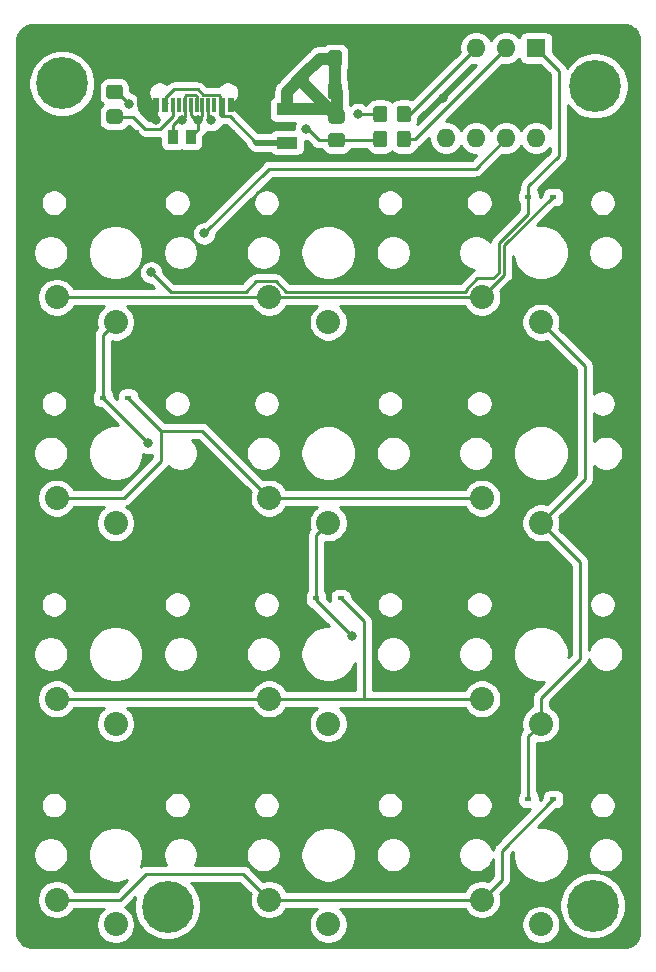
<source format=gbr>
G04 #@! TF.GenerationSoftware,KiCad,Pcbnew,(5.1.10)-1*
G04 #@! TF.CreationDate,2021-08-23T14:46:07-04:00*
G04 #@! TF.ProjectId,charliepad,63686172-6c69-4657-9061-642e6b696361,rev?*
G04 #@! TF.SameCoordinates,Original*
G04 #@! TF.FileFunction,Copper,L1,Top*
G04 #@! TF.FilePolarity,Positive*
%FSLAX46Y46*%
G04 Gerber Fmt 4.6, Leading zero omitted, Abs format (unit mm)*
G04 Created by KiCad (PCBNEW (5.1.10)-1) date 2021-08-23 14:46:07*
%MOMM*%
%LPD*%
G01*
G04 APERTURE LIST*
G04 #@! TA.AperFunction,SMDPad,CuDef*
%ADD10R,0.300000X1.150000*%
G04 #@! TD*
G04 #@! TA.AperFunction,SMDPad,CuDef*
%ADD11R,0.600000X1.150000*%
G04 #@! TD*
G04 #@! TA.AperFunction,ComponentPad*
%ADD12O,1.050000X2.100000*%
G04 #@! TD*
G04 #@! TA.AperFunction,ComponentPad*
%ADD13O,1.000000X2.000000*%
G04 #@! TD*
G04 #@! TA.AperFunction,ComponentPad*
%ADD14C,4.400000*%
G04 #@! TD*
G04 #@! TA.AperFunction,ComponentPad*
%ADD15C,0.700000*%
G04 #@! TD*
G04 #@! TA.AperFunction,SMDPad,CuDef*
%ADD16R,1.800000X1.000000*%
G04 #@! TD*
G04 #@! TA.AperFunction,SMDPad,CuDef*
%ADD17R,0.900000X1.200000*%
G04 #@! TD*
G04 #@! TA.AperFunction,ComponentPad*
%ADD18C,2.032000*%
G04 #@! TD*
G04 #@! TA.AperFunction,ComponentPad*
%ADD19O,1.600000X1.600000*%
G04 #@! TD*
G04 #@! TA.AperFunction,ComponentPad*
%ADD20R,1.600000X1.600000*%
G04 #@! TD*
G04 #@! TA.AperFunction,SMDPad,CuDef*
%ADD21R,0.600000X0.450000*%
G04 #@! TD*
G04 #@! TA.AperFunction,ViaPad*
%ADD22C,0.800000*%
G04 #@! TD*
G04 #@! TA.AperFunction,Conductor*
%ADD23C,0.250000*%
G04 #@! TD*
G04 #@! TA.AperFunction,Conductor*
%ADD24C,1.000000*%
G04 #@! TD*
G04 #@! TA.AperFunction,Conductor*
%ADD25C,0.500000*%
G04 #@! TD*
G04 #@! TA.AperFunction,Conductor*
%ADD26C,0.254000*%
G04 #@! TD*
G04 #@! TA.AperFunction,Conductor*
%ADD27C,0.100000*%
G04 #@! TD*
G04 APERTURE END LIST*
D10*
G04 #@! TO.P,J1,B8*
G04 #@! TO.N,N/C*
X69650000Y-96255000D03*
G04 #@! TO.P,J1,A5*
G04 #@! TO.N,Net-(J1-PadA5)*
X69150000Y-96255000D03*
G04 #@! TO.P,J1,B7*
G04 #@! TO.N,D-*
X68650000Y-96255000D03*
G04 #@! TO.P,J1,B5*
G04 #@! TO.N,Net-(J1-PadB5)*
X66150000Y-96255000D03*
G04 #@! TO.P,J1,A8*
G04 #@! TO.N,N/C*
X66650000Y-96255000D03*
G04 #@! TO.P,J1,B6*
G04 #@! TO.N,D+*
X67150000Y-96255000D03*
G04 #@! TO.P,J1,A6*
X68150000Y-96255000D03*
G04 #@! TO.P,J1,A7*
G04 #@! TO.N,D-*
X67650000Y-96255000D03*
D11*
G04 #@! TO.P,J1,B4_A9*
G04 #@! TO.N,VBUS*
X65500000Y-96255000D03*
G04 #@! TO.P,J1,A4_B9*
X70300000Y-96255000D03*
G04 #@! TO.P,J1,B1_A12*
G04 #@! TO.N,GND*
X64700000Y-96255000D03*
G04 #@! TO.P,J1,A1_B12*
X71100000Y-96255000D03*
D12*
G04 #@! TO.P,J1,S4*
X63580000Y-95680000D03*
G04 #@! TO.P,J1,S1*
X72220000Y-95680000D03*
D13*
G04 #@! TO.P,J1,S3*
X63580000Y-91500000D03*
G04 #@! TO.P,J1,S2*
X72220000Y-91500000D03*
G04 #@! TD*
D14*
G04 #@! TO.P,M2,1*
G04 #@! TO.N,N/C*
X65700000Y-164100000D03*
D15*
X67350000Y-164100000D03*
X66866726Y-165266726D03*
X65700000Y-165750000D03*
X64533274Y-165266726D03*
X64050000Y-164100000D03*
X64533274Y-162933274D03*
X65700000Y-162450000D03*
X66866726Y-162933274D03*
G04 #@! TD*
G04 #@! TO.P,M2,1*
G04 #@! TO.N,N/C*
X103066726Y-93433274D03*
X101900000Y-92950000D03*
X100733274Y-93433274D03*
X100250000Y-94600000D03*
X100733274Y-95766726D03*
X101900000Y-96250000D03*
X103066726Y-95766726D03*
X103550000Y-94600000D03*
D14*
X101900000Y-94600000D03*
G04 #@! TD*
G04 #@! TO.P,M2,1*
G04 #@! TO.N,N/C*
X101700000Y-164000000D03*
D15*
X103350000Y-164000000D03*
X102866726Y-165166726D03*
X101700000Y-165650000D03*
X100533274Y-165166726D03*
X100050000Y-164000000D03*
X100533274Y-162833274D03*
X101700000Y-162350000D03*
X102866726Y-162833274D03*
G04 #@! TD*
G04 #@! TO.P,M2,1*
G04 #@! TO.N,N/C*
X57916726Y-93233274D03*
X56750000Y-92750000D03*
X55583274Y-93233274D03*
X55100000Y-94400000D03*
X55583274Y-95566726D03*
X56750000Y-96050000D03*
X57916726Y-95566726D03*
X58400000Y-94400000D03*
D14*
X56750000Y-94400000D03*
G04 #@! TD*
D16*
G04 #@! TO.P,F1,2*
G04 #@! TO.N,+5V*
X75800000Y-96600000D03*
G04 #@! TO.P,F1,1*
G04 #@! TO.N,VBUS*
X75800000Y-99400000D03*
G04 #@! TD*
G04 #@! TO.P,R5,2*
G04 #@! TO.N,Net-(J1-PadB5)*
G04 #@! TA.AperFunction,SMDPad,CuDef*
G36*
G01*
X61650001Y-97800000D02*
X60749999Y-97800000D01*
G75*
G02*
X60500000Y-97550001I0J249999D01*
G01*
X60500000Y-96849999D01*
G75*
G02*
X60749999Y-96600000I249999J0D01*
G01*
X61650001Y-96600000D01*
G75*
G02*
X61900000Y-96849999I0J-249999D01*
G01*
X61900000Y-97550001D01*
G75*
G02*
X61650001Y-97800000I-249999J0D01*
G01*
G37*
G04 #@! TD.AperFunction*
G04 #@! TO.P,R5,1*
G04 #@! TO.N,GND*
G04 #@! TA.AperFunction,SMDPad,CuDef*
G36*
G01*
X61650001Y-99800000D02*
X60749999Y-99800000D01*
G75*
G02*
X60500000Y-99550001I0J249999D01*
G01*
X60500000Y-98849999D01*
G75*
G02*
X60749999Y-98600000I249999J0D01*
G01*
X61650001Y-98600000D01*
G75*
G02*
X61900000Y-98849999I0J-249999D01*
G01*
X61900000Y-99550001D01*
G75*
G02*
X61650001Y-99800000I-249999J0D01*
G01*
G37*
G04 #@! TD.AperFunction*
G04 #@! TD*
G04 #@! TO.P,R4,2*
G04 #@! TO.N,GND*
G04 #@! TA.AperFunction,SMDPad,CuDef*
G36*
G01*
X61650001Y-93700000D02*
X60749999Y-93700000D01*
G75*
G02*
X60500000Y-93450001I0J249999D01*
G01*
X60500000Y-92749999D01*
G75*
G02*
X60749999Y-92500000I249999J0D01*
G01*
X61650001Y-92500000D01*
G75*
G02*
X61900000Y-92749999I0J-249999D01*
G01*
X61900000Y-93450001D01*
G75*
G02*
X61650001Y-93700000I-249999J0D01*
G01*
G37*
G04 #@! TD.AperFunction*
G04 #@! TO.P,R4,1*
G04 #@! TO.N,Net-(J1-PadA5)*
G04 #@! TA.AperFunction,SMDPad,CuDef*
G36*
G01*
X61650001Y-95700000D02*
X60749999Y-95700000D01*
G75*
G02*
X60500000Y-95450001I0J249999D01*
G01*
X60500000Y-94749999D01*
G75*
G02*
X60749999Y-94500000I249999J0D01*
G01*
X61650001Y-94500000D01*
G75*
G02*
X61900000Y-94749999I0J-249999D01*
G01*
X61900000Y-95450001D01*
G75*
G02*
X61650001Y-95700000I-249999J0D01*
G01*
G37*
G04 #@! TD.AperFunction*
G04 #@! TD*
D17*
G04 #@! TO.P,D2,2*
G04 #@! TO.N,GND*
X70950000Y-98900000D03*
G04 #@! TO.P,D2,1*
G04 #@! TO.N,D-*
X67650000Y-98900000D03*
G04 #@! TD*
G04 #@! TO.P,D1,2*
G04 #@! TO.N,GND*
X62850000Y-98900000D03*
G04 #@! TO.P,D1,1*
G04 #@! TO.N,D+*
X66150000Y-98900000D03*
G04 #@! TD*
D18*
G04 #@! TO.P,SW8,1*
G04 #@! TO.N,PB2*
X79300000Y-148600000D03*
G04 #@! TO.P,SW8,2*
G04 #@! TO.N,Net-(D5-Pad2)*
X74300000Y-146500000D03*
G04 #@! TD*
G04 #@! TO.P,SW9,1*
G04 #@! TO.N,PB0*
X97300000Y-148600000D03*
G04 #@! TO.P,SW9,2*
G04 #@! TO.N,Net-(D5-Pad2)*
X92300000Y-146500000D03*
G04 #@! TD*
D19*
G04 #@! TO.P,U1,8*
G04 #@! TO.N,+5V*
X96900000Y-99020000D03*
G04 #@! TO.P,U1,4*
G04 #@! TO.N,GND*
X89280000Y-91400000D03*
G04 #@! TO.P,U1,7*
G04 #@! TO.N,PB2*
X94360000Y-99020000D03*
G04 #@! TO.P,U1,3*
G04 #@! TO.N,PB4*
X91820000Y-91400000D03*
G04 #@! TO.P,U1,6*
G04 #@! TO.N,PB1*
X91820000Y-99020000D03*
G04 #@! TO.P,U1,2*
G04 #@! TO.N,PB3*
X94360000Y-91400000D03*
G04 #@! TO.P,U1,5*
G04 #@! TO.N,PB0*
X89280000Y-99020000D03*
D20*
G04 #@! TO.P,U1,1*
G04 #@! TO.N,PB5*
X96900000Y-91400000D03*
G04 #@! TD*
D18*
G04 #@! TO.P,SW12,1*
G04 #@! TO.N,PB1*
X97300000Y-165600000D03*
G04 #@! TO.P,SW12,2*
G04 #@! TO.N,Net-(D6-Pad2)*
X92300000Y-163500000D03*
G04 #@! TD*
G04 #@! TO.P,SW11,1*
G04 #@! TO.N,PB2*
X79300000Y-165600000D03*
G04 #@! TO.P,SW11,2*
G04 #@! TO.N,Net-(D6-Pad2)*
X74300000Y-163500000D03*
G04 #@! TD*
G04 #@! TO.P,SW10,1*
G04 #@! TO.N,PB5*
X61300000Y-165600000D03*
G04 #@! TO.P,SW10,2*
G04 #@! TO.N,Net-(D6-Pad2)*
X56300000Y-163500000D03*
G04 #@! TD*
G04 #@! TO.P,SW7,1*
G04 #@! TO.N,PB5*
X61300000Y-148600000D03*
G04 #@! TO.P,SW7,2*
G04 #@! TO.N,Net-(D5-Pad2)*
X56300000Y-146500000D03*
G04 #@! TD*
G04 #@! TO.P,SW6,1*
G04 #@! TO.N,PB0*
X97300000Y-131600000D03*
G04 #@! TO.P,SW6,2*
G04 #@! TO.N,Net-(D4-Pad2)*
X92300000Y-129500000D03*
G04 #@! TD*
G04 #@! TO.P,SW5,1*
G04 #@! TO.N,PB1*
X79300000Y-131600000D03*
G04 #@! TO.P,SW5,2*
G04 #@! TO.N,Net-(D4-Pad2)*
X74300000Y-129500000D03*
G04 #@! TD*
G04 #@! TO.P,SW4,1*
G04 #@! TO.N,PB5*
X61300000Y-131600000D03*
G04 #@! TO.P,SW4,2*
G04 #@! TO.N,Net-(D4-Pad2)*
X56300000Y-129500000D03*
G04 #@! TD*
G04 #@! TO.P,SW3,1*
G04 #@! TO.N,PB0*
X97300000Y-114600000D03*
G04 #@! TO.P,SW3,2*
G04 #@! TO.N,Net-(D3-Pad2)*
X92300000Y-112500000D03*
G04 #@! TD*
G04 #@! TO.P,SW2,1*
G04 #@! TO.N,PB1*
X79300000Y-114600000D03*
G04 #@! TO.P,SW2,2*
G04 #@! TO.N,Net-(D3-Pad2)*
X74300000Y-112500000D03*
G04 #@! TD*
G04 #@! TO.P,SW1,1*
G04 #@! TO.N,PB2*
X61300000Y-114600000D03*
G04 #@! TO.P,SW1,2*
G04 #@! TO.N,Net-(D3-Pad2)*
X56300000Y-112500000D03*
G04 #@! TD*
G04 #@! TO.P,R2,2*
G04 #@! TO.N,D+*
G04 #@! TA.AperFunction,SMDPad,CuDef*
G36*
G01*
X84300000Y-96549999D02*
X84300000Y-97450001D01*
G75*
G02*
X84050001Y-97700000I-249999J0D01*
G01*
X83349999Y-97700000D01*
G75*
G02*
X83100000Y-97450001I0J249999D01*
G01*
X83100000Y-96549999D01*
G75*
G02*
X83349999Y-96300000I249999J0D01*
G01*
X84050001Y-96300000D01*
G75*
G02*
X84300000Y-96549999I0J-249999D01*
G01*
G37*
G04 #@! TD.AperFunction*
G04 #@! TO.P,R2,1*
G04 #@! TO.N,PB4*
G04 #@! TA.AperFunction,SMDPad,CuDef*
G36*
G01*
X86300000Y-96549999D02*
X86300000Y-97450001D01*
G75*
G02*
X86050001Y-97700000I-249999J0D01*
G01*
X85349999Y-97700000D01*
G75*
G02*
X85100000Y-97450001I0J249999D01*
G01*
X85100000Y-96549999D01*
G75*
G02*
X85349999Y-96300000I249999J0D01*
G01*
X86050001Y-96300000D01*
G75*
G02*
X86300000Y-96549999I0J-249999D01*
G01*
G37*
G04 #@! TD.AperFunction*
G04 #@! TD*
G04 #@! TO.P,R3,2*
G04 #@! TO.N,D-*
G04 #@! TA.AperFunction,SMDPad,CuDef*
G36*
G01*
X84300000Y-98649999D02*
X84300000Y-99550001D01*
G75*
G02*
X84050001Y-99800000I-249999J0D01*
G01*
X83349999Y-99800000D01*
G75*
G02*
X83100000Y-99550001I0J249999D01*
G01*
X83100000Y-98649999D01*
G75*
G02*
X83349999Y-98400000I249999J0D01*
G01*
X84050001Y-98400000D01*
G75*
G02*
X84300000Y-98649999I0J-249999D01*
G01*
G37*
G04 #@! TD.AperFunction*
G04 #@! TO.P,R3,1*
G04 #@! TO.N,PB3*
G04 #@! TA.AperFunction,SMDPad,CuDef*
G36*
G01*
X86300000Y-98649999D02*
X86300000Y-99550001D01*
G75*
G02*
X86050001Y-99800000I-249999J0D01*
G01*
X85349999Y-99800000D01*
G75*
G02*
X85100000Y-99550001I0J249999D01*
G01*
X85100000Y-98649999D01*
G75*
G02*
X85349999Y-98400000I249999J0D01*
G01*
X86050001Y-98400000D01*
G75*
G02*
X86300000Y-98649999I0J-249999D01*
G01*
G37*
G04 #@! TD.AperFunction*
G04 #@! TD*
G04 #@! TO.P,R1,2*
G04 #@! TO.N,+5V*
G04 #@! TA.AperFunction,SMDPad,CuDef*
G36*
G01*
X80450001Y-97800000D02*
X79549999Y-97800000D01*
G75*
G02*
X79300000Y-97550001I0J249999D01*
G01*
X79300000Y-96849999D01*
G75*
G02*
X79549999Y-96600000I249999J0D01*
G01*
X80450001Y-96600000D01*
G75*
G02*
X80700000Y-96849999I0J-249999D01*
G01*
X80700000Y-97550001D01*
G75*
G02*
X80450001Y-97800000I-249999J0D01*
G01*
G37*
G04 #@! TD.AperFunction*
G04 #@! TO.P,R1,1*
G04 #@! TO.N,D-*
G04 #@! TA.AperFunction,SMDPad,CuDef*
G36*
G01*
X80450001Y-99800000D02*
X79549999Y-99800000D01*
G75*
G02*
X79300000Y-99550001I0J249999D01*
G01*
X79300000Y-98849999D01*
G75*
G02*
X79549999Y-98600000I249999J0D01*
G01*
X80450001Y-98600000D01*
G75*
G02*
X80700000Y-98849999I0J-249999D01*
G01*
X80700000Y-99550001D01*
G75*
G02*
X80450001Y-99800000I-249999J0D01*
G01*
G37*
G04 #@! TD.AperFunction*
G04 #@! TD*
D21*
G04 #@! TO.P,D6,2*
G04 #@! TO.N,Net-(D6-Pad2)*
X98350000Y-155000000D03*
G04 #@! TO.P,D6,1*
G04 #@! TO.N,PB0*
X96250000Y-155000000D03*
G04 #@! TD*
G04 #@! TO.P,D5,2*
G04 #@! TO.N,Net-(D5-Pad2)*
X80350000Y-138000000D03*
G04 #@! TO.P,D5,1*
G04 #@! TO.N,PB1*
X78250000Y-138000000D03*
G04 #@! TD*
G04 #@! TO.P,D4,2*
G04 #@! TO.N,Net-(D4-Pad2)*
X62350000Y-121000000D03*
G04 #@! TO.P,D4,1*
G04 #@! TO.N,PB2*
X60250000Y-121000000D03*
G04 #@! TD*
G04 #@! TO.P,D3,2*
G04 #@! TO.N,Net-(D3-Pad2)*
X98350000Y-104000000D03*
G04 #@! TO.P,D3,1*
G04 #@! TO.N,PB5*
X96250000Y-104000000D03*
G04 #@! TD*
G04 #@! TO.P,C2,2*
G04 #@! TO.N,GND*
G04 #@! TA.AperFunction,SMDPad,CuDef*
G36*
G01*
X81350000Y-95475000D02*
X81350000Y-94525000D01*
G75*
G02*
X81600000Y-94275000I250000J0D01*
G01*
X82275000Y-94275000D01*
G75*
G02*
X82525000Y-94525000I0J-250000D01*
G01*
X82525000Y-95475000D01*
G75*
G02*
X82275000Y-95725000I-250000J0D01*
G01*
X81600000Y-95725000D01*
G75*
G02*
X81350000Y-95475000I0J250000D01*
G01*
G37*
G04 #@! TD.AperFunction*
G04 #@! TO.P,C2,1*
G04 #@! TO.N,+5V*
G04 #@! TA.AperFunction,SMDPad,CuDef*
G36*
G01*
X79275000Y-95475000D02*
X79275000Y-94525000D01*
G75*
G02*
X79525000Y-94275000I250000J0D01*
G01*
X80200000Y-94275000D01*
G75*
G02*
X80450000Y-94525000I0J-250000D01*
G01*
X80450000Y-95475000D01*
G75*
G02*
X80200000Y-95725000I-250000J0D01*
G01*
X79525000Y-95725000D01*
G75*
G02*
X79275000Y-95475000I0J250000D01*
G01*
G37*
G04 #@! TD.AperFunction*
G04 #@! TD*
G04 #@! TO.P,C1,2*
G04 #@! TO.N,GND*
G04 #@! TA.AperFunction,SMDPad,CuDef*
G36*
G01*
X81350000Y-92775000D02*
X81350000Y-91825000D01*
G75*
G02*
X81600000Y-91575000I250000J0D01*
G01*
X82275000Y-91575000D01*
G75*
G02*
X82525000Y-91825000I0J-250000D01*
G01*
X82525000Y-92775000D01*
G75*
G02*
X82275000Y-93025000I-250000J0D01*
G01*
X81600000Y-93025000D01*
G75*
G02*
X81350000Y-92775000I0J250000D01*
G01*
G37*
G04 #@! TD.AperFunction*
G04 #@! TO.P,C1,1*
G04 #@! TO.N,+5V*
G04 #@! TA.AperFunction,SMDPad,CuDef*
G36*
G01*
X79275000Y-92775000D02*
X79275000Y-91825000D01*
G75*
G02*
X79525000Y-91575000I250000J0D01*
G01*
X80200000Y-91575000D01*
G75*
G02*
X80450000Y-91825000I0J-250000D01*
G01*
X80450000Y-92775000D01*
G75*
G02*
X80200000Y-93025000I-250000J0D01*
G01*
X79525000Y-93025000D01*
G75*
G02*
X79275000Y-92775000I0J250000D01*
G01*
G37*
G04 #@! TD.AperFunction*
G04 #@! TD*
D22*
G04 #@! TO.N,GND*
X73500000Y-97400000D03*
X99000000Y-119100000D03*
X87300000Y-133600000D03*
X68800000Y-117900000D03*
X68400000Y-151200000D03*
X60000000Y-136300000D03*
X79100000Y-154800000D03*
X61100000Y-154700000D03*
X87300000Y-116200000D03*
X101200000Y-154100000D03*
X93400000Y-140400000D03*
X101000000Y-112400000D03*
X102300000Y-129900000D03*
X65100000Y-130800000D03*
X54400000Y-123600000D03*
X54800000Y-157600000D03*
X77100000Y-165300000D03*
X85400000Y-157300000D03*
X70400000Y-102600000D03*
X54600000Y-100900000D03*
X61200000Y-91500000D03*
X64700000Y-97500000D03*
X90614500Y-97091500D03*
X89000000Y-95600000D03*
G04 #@! TO.N,+5V*
X77200000Y-93700000D03*
G04 #@! TO.N,PB5*
X64300000Y-110400000D03*
G04 #@! TO.N,PB2*
X68800000Y-107100000D03*
X64071500Y-124841000D03*
G04 #@! TO.N,PB1*
X81280000Y-141160500D03*
G04 #@! TO.N,D+*
X66900000Y-97500000D03*
X81800000Y-97000000D03*
G04 #@! TO.N,D-*
X68300000Y-97500000D03*
X77406500Y-98234500D03*
G04 #@! TO.N,Net-(J1-PadA5)*
X69400000Y-97500000D03*
X62400000Y-96100000D03*
G04 #@! TD*
D23*
G04 #@! TO.N,GND*
X72220000Y-91500000D02*
X72220000Y-95680000D01*
X63580000Y-91500000D02*
X63580000Y-95680000D01*
X72345000Y-97500000D02*
X71100000Y-96255000D01*
X72600000Y-96060000D02*
X72220000Y-95680000D01*
X72600000Y-97500000D02*
X72600000Y-96060000D01*
X64700000Y-97500000D02*
X64700000Y-96255000D01*
X64155000Y-96255000D02*
X63580000Y-95680000D01*
X64700000Y-96255000D02*
X64155000Y-96255000D01*
X73400000Y-97500000D02*
X73500000Y-97400000D01*
X72345000Y-97500000D02*
X73400000Y-97500000D01*
D24*
G04 #@! TO.N,+5V*
X79400000Y-96600000D02*
X80000000Y-97200000D01*
D23*
X80000000Y-95137500D02*
X79862500Y-95000000D01*
D24*
X80000000Y-97200000D02*
X80000000Y-95137500D01*
X78600000Y-92300000D02*
X77200000Y-93700000D01*
X75800000Y-95100000D02*
X77200000Y-93700000D01*
X75800000Y-96600000D02*
X75800000Y-95100000D01*
X78400000Y-96600000D02*
X79400000Y-96600000D01*
D23*
X79825000Y-93700000D02*
X79862500Y-93737500D01*
D24*
X79862500Y-93737500D02*
X79862500Y-92300000D01*
X79862500Y-95000000D02*
X79862500Y-93737500D01*
X77200000Y-96600000D02*
X78400000Y-96600000D01*
X75800000Y-96600000D02*
X77200000Y-96600000D01*
D23*
X79862500Y-92300000D02*
X79862500Y-92337500D01*
X79862500Y-95000000D02*
X79862500Y-94862500D01*
X79862500Y-95000000D02*
X79862500Y-95137500D01*
D24*
X79862500Y-92300000D02*
X78600000Y-92300000D01*
X77200000Y-94400000D02*
X80000000Y-97200000D01*
X77200000Y-93700000D02*
X77200000Y-94400000D01*
D23*
G04 #@! TO.N,Net-(D3-Pad2)*
X98350000Y-104000000D02*
X98300000Y-104000000D01*
X98300000Y-104000000D02*
X94200000Y-108100000D01*
X94200000Y-110600000D02*
X92300000Y-112500000D01*
X94200000Y-108100000D02*
X94200000Y-110600000D01*
X92300000Y-112500000D02*
X74300000Y-112500000D01*
X74300000Y-112500000D02*
X56300000Y-112500000D01*
G04 #@! TO.N,PB5*
X96200000Y-103950000D02*
X96250000Y-104000000D01*
X96250000Y-104000000D02*
X96250000Y-103050000D01*
X96250000Y-103050000D02*
X98800000Y-100500000D01*
X98800000Y-93300000D02*
X96900000Y-91400000D01*
X98800000Y-100500000D02*
X98800000Y-93300000D01*
X96250000Y-105413590D02*
X96250000Y-104000000D01*
X93749990Y-110413600D02*
X93749991Y-107913599D01*
X93263590Y-110900000D02*
X93749990Y-110413600D01*
X91915318Y-110900000D02*
X93263590Y-110900000D01*
X90958999Y-111856319D02*
X91915318Y-110900000D01*
X75749990Y-112049990D02*
X90958999Y-112049990D01*
X90958999Y-112049990D02*
X90958999Y-111856319D01*
X74858999Y-111158999D02*
X75749990Y-112049990D01*
X73191011Y-111158999D02*
X74858999Y-111158999D01*
X72300020Y-112049990D02*
X73191011Y-111158999D01*
X65949990Y-112049990D02*
X72300020Y-112049990D01*
X93749991Y-107913599D02*
X96250000Y-105413590D01*
X65949990Y-112049990D02*
X64300000Y-110400000D01*
G04 #@! TO.N,Net-(D4-Pad2)*
X92300000Y-129500000D02*
X74300000Y-129500000D01*
X74300000Y-129500000D02*
X68600000Y-123800000D01*
X65150000Y-123800000D02*
X62350000Y-121000000D01*
X68600000Y-123800000D02*
X65150000Y-123800000D01*
X56300000Y-129500000D02*
X62000000Y-129500000D01*
X65150000Y-126350000D02*
X65150000Y-123800000D01*
X62000000Y-129500000D02*
X65150000Y-126350000D01*
G04 #@! TO.N,PB2*
X61300000Y-114600000D02*
X60200000Y-115700000D01*
X60200000Y-120950000D02*
X60250000Y-121000000D01*
X60200000Y-115700000D02*
X60200000Y-120950000D01*
X94360000Y-99020000D02*
X91780000Y-101600000D01*
X74300000Y-101600000D02*
X68800000Y-107100000D01*
X91780000Y-101600000D02*
X74300000Y-101600000D01*
X60250000Y-121019500D02*
X60250000Y-121000000D01*
X64071500Y-124841000D02*
X60250000Y-121019500D01*
G04 #@! TO.N,Net-(D5-Pad2)*
X56300000Y-146500000D02*
X74300000Y-146500000D01*
X80350000Y-138000000D02*
X82300000Y-139950000D01*
X82300000Y-146500000D02*
X92300000Y-146500000D01*
X82300000Y-139950000D02*
X82300000Y-146500000D01*
X74300000Y-146500000D02*
X82300000Y-146500000D01*
G04 #@! TO.N,PB0*
X97300000Y-114600000D02*
X101000000Y-118300000D01*
X101000000Y-127900000D02*
X97300000Y-131600000D01*
X101000000Y-118300000D02*
X101000000Y-127900000D01*
X100600000Y-134900000D02*
X97300000Y-131600000D01*
X100600000Y-143100000D02*
X100600000Y-134900000D01*
X97300000Y-146400000D02*
X100600000Y-143100000D01*
X97300000Y-148600000D02*
X97300000Y-146400000D01*
X96250000Y-149650000D02*
X97300000Y-148600000D01*
X96250000Y-155000000D02*
X96250000Y-149650000D01*
G04 #@! TO.N,Net-(D6-Pad2)*
X98350000Y-155000000D02*
X94000000Y-159350000D01*
X94000000Y-161800000D02*
X92300000Y-163500000D01*
X94000000Y-159350000D02*
X94000000Y-161800000D01*
X92300000Y-163500000D02*
X74300000Y-163500000D01*
X56300000Y-163500000D02*
X61700000Y-163500000D01*
X61700000Y-163500000D02*
X63900000Y-161300000D01*
X72100000Y-161300000D02*
X74300000Y-163500000D01*
X63900000Y-161300000D02*
X72100000Y-161300000D01*
G04 #@! TO.N,PB1*
X78250000Y-132650000D02*
X79300000Y-131600000D01*
X78250000Y-138000000D02*
X78250000Y-132650000D01*
X78250000Y-138150000D02*
X80000000Y-139900000D01*
X78250000Y-138000000D02*
X78250000Y-138150000D01*
X80019500Y-139900000D02*
X80000000Y-139900000D01*
X81280000Y-141160500D02*
X80019500Y-139900000D01*
G04 #@! TO.N,PB3*
X86660000Y-99100000D02*
X94360000Y-91400000D01*
X85700000Y-99100000D02*
X86660000Y-99100000D01*
G04 #@! TO.N,PB4*
X85800000Y-96900000D02*
X85700000Y-97000000D01*
X86220000Y-97000000D02*
X91820000Y-91400000D01*
X85700000Y-97000000D02*
X86220000Y-97000000D01*
G04 #@! TO.N,D+*
X68150000Y-95444998D02*
X68150000Y-96255000D01*
X68060001Y-95354999D02*
X68150000Y-95444998D01*
X67225001Y-95354999D02*
X68060001Y-95354999D01*
X67150000Y-95430000D02*
X67225001Y-95354999D01*
X67150000Y-96255000D02*
X67150000Y-95430000D01*
X67150000Y-97250000D02*
X66900000Y-97500000D01*
X67150000Y-96255000D02*
X67150000Y-97250000D01*
X66900000Y-97500000D02*
X66600000Y-97500000D01*
X66150000Y-97950000D02*
X66150000Y-98900000D01*
X66600000Y-97500000D02*
X66150000Y-97950000D01*
X81800000Y-97000000D02*
X83700000Y-97000000D01*
G04 #@! TO.N,D-*
X68650000Y-97150000D02*
X68300000Y-97500000D01*
X68650000Y-96255000D02*
X68650000Y-97150000D01*
X68084998Y-97500000D02*
X68300000Y-97500000D01*
X67650000Y-97065002D02*
X68084998Y-97500000D01*
X67650000Y-96255000D02*
X67650000Y-97065002D01*
X68300000Y-98250000D02*
X67650000Y-98900000D01*
X68300000Y-97500000D02*
X68300000Y-98250000D01*
X83600000Y-99200000D02*
X83700000Y-99100000D01*
X81900000Y-99200000D02*
X83600000Y-99200000D01*
X81900000Y-99200000D02*
X80000000Y-99200000D01*
X78499000Y-99200000D02*
X77406500Y-98107500D01*
X80000000Y-99200000D02*
X78499000Y-99200000D01*
G04 #@! TO.N,VBUS*
X65674999Y-96080001D02*
X65500000Y-96255000D01*
X70125001Y-96080001D02*
X70300000Y-96255000D01*
X70125001Y-95419999D02*
X70125001Y-96080001D01*
X70060001Y-95354999D02*
X70125001Y-95419999D01*
X68696411Y-95354999D02*
X70060001Y-95354999D01*
X68246402Y-94904990D02*
X68696411Y-95354999D01*
X66247012Y-94904990D02*
X68246402Y-94904990D01*
X65500000Y-95652002D02*
X66247012Y-94904990D01*
X65500000Y-96255000D02*
X65500000Y-95652002D01*
D25*
X70300000Y-97080000D02*
X70300000Y-96255000D01*
D23*
X70375001Y-97155001D02*
X70300000Y-97080000D01*
X70955001Y-97155001D02*
X70375001Y-97155001D01*
X73200000Y-99400000D02*
X70955001Y-97155001D01*
D25*
X75100000Y-99400000D02*
X73200000Y-99400000D01*
D23*
G04 #@! TO.N,Net-(J1-PadA5)*
X61150000Y-95150000D02*
X61200000Y-95100000D01*
X69150000Y-97250000D02*
X69150000Y-96255000D01*
X69400000Y-97500000D02*
X69150000Y-97250000D01*
X61400000Y-95100000D02*
X62400000Y-96100000D01*
X61200000Y-95100000D02*
X61400000Y-95100000D01*
G04 #@! TO.N,Net-(J1-PadB5)*
X61500000Y-97600000D02*
X61200000Y-97300000D01*
X62785002Y-97200000D02*
X61200000Y-97200000D01*
X63810003Y-98225001D02*
X62785002Y-97200000D01*
X65048001Y-98225001D02*
X63810003Y-98225001D01*
X66150000Y-97123002D02*
X65048001Y-98225001D01*
X66150000Y-96255000D02*
X66150000Y-97123002D01*
G04 #@! TD*
D26*
G04 #@! TO.N,GND*
X104559659Y-89461625D02*
X104809429Y-89537035D01*
X105039792Y-89659522D01*
X105241980Y-89824422D01*
X105408286Y-90025450D01*
X105532378Y-90254954D01*
X105609531Y-90504195D01*
X105640001Y-90794098D01*
X105640000Y-166167721D01*
X105611375Y-166459660D01*
X105535965Y-166709429D01*
X105413477Y-166939794D01*
X105248579Y-167141979D01*
X105047546Y-167308288D01*
X104818046Y-167432378D01*
X104568805Y-167509531D01*
X104278911Y-167540000D01*
X54332279Y-167540000D01*
X54040340Y-167511375D01*
X53790571Y-167435965D01*
X53560206Y-167313477D01*
X53358021Y-167148579D01*
X53191712Y-166947546D01*
X53067622Y-166718046D01*
X52990469Y-166468805D01*
X52960000Y-166178911D01*
X52960000Y-163337391D01*
X54649000Y-163337391D01*
X54649000Y-163662609D01*
X54712447Y-163981579D01*
X54836903Y-164282042D01*
X55017585Y-164552451D01*
X55247549Y-164782415D01*
X55517958Y-164963097D01*
X55818421Y-165087553D01*
X56137391Y-165151000D01*
X56462609Y-165151000D01*
X56781579Y-165087553D01*
X57082042Y-164963097D01*
X57352451Y-164782415D01*
X57582415Y-164552451D01*
X57763097Y-164282042D01*
X57772227Y-164260000D01*
X60333731Y-164260000D01*
X60247549Y-164317585D01*
X60017585Y-164547549D01*
X59836903Y-164817958D01*
X59712447Y-165118421D01*
X59649000Y-165437391D01*
X59649000Y-165762609D01*
X59712447Y-166081579D01*
X59836903Y-166382042D01*
X60017585Y-166652451D01*
X60247549Y-166882415D01*
X60517958Y-167063097D01*
X60818421Y-167187553D01*
X61137391Y-167251000D01*
X61462609Y-167251000D01*
X61781579Y-167187553D01*
X62082042Y-167063097D01*
X62352451Y-166882415D01*
X62582415Y-166652451D01*
X62763097Y-166382042D01*
X62887553Y-166081579D01*
X62951000Y-165762609D01*
X62951000Y-165437391D01*
X62887553Y-165118421D01*
X62763097Y-164817958D01*
X62582415Y-164547549D01*
X62352451Y-164317585D01*
X62099208Y-164148373D01*
X62124276Y-164134974D01*
X62240001Y-164040001D01*
X62263804Y-164010997D01*
X62967047Y-163307754D01*
X62865000Y-163820777D01*
X62865000Y-164379223D01*
X62973948Y-164926939D01*
X63187656Y-165442876D01*
X63497912Y-165907207D01*
X63892793Y-166302088D01*
X64357124Y-166612344D01*
X64873061Y-166826052D01*
X65420777Y-166935000D01*
X65979223Y-166935000D01*
X66526939Y-166826052D01*
X67042876Y-166612344D01*
X67507207Y-166302088D01*
X67902088Y-165907207D01*
X68212344Y-165442876D01*
X68426052Y-164926939D01*
X68535000Y-164379223D01*
X68535000Y-163820777D01*
X68426052Y-163273061D01*
X68212344Y-162757124D01*
X67902088Y-162292793D01*
X67669295Y-162060000D01*
X71785199Y-162060000D01*
X72721577Y-162996379D01*
X72712447Y-163018421D01*
X72649000Y-163337391D01*
X72649000Y-163662609D01*
X72712447Y-163981579D01*
X72836903Y-164282042D01*
X73017585Y-164552451D01*
X73247549Y-164782415D01*
X73517958Y-164963097D01*
X73818421Y-165087553D01*
X74137391Y-165151000D01*
X74462609Y-165151000D01*
X74781579Y-165087553D01*
X75082042Y-164963097D01*
X75352451Y-164782415D01*
X75582415Y-164552451D01*
X75763097Y-164282042D01*
X75772227Y-164260000D01*
X78333731Y-164260000D01*
X78247549Y-164317585D01*
X78017585Y-164547549D01*
X77836903Y-164817958D01*
X77712447Y-165118421D01*
X77649000Y-165437391D01*
X77649000Y-165762609D01*
X77712447Y-166081579D01*
X77836903Y-166382042D01*
X78017585Y-166652451D01*
X78247549Y-166882415D01*
X78517958Y-167063097D01*
X78818421Y-167187553D01*
X79137391Y-167251000D01*
X79462609Y-167251000D01*
X79781579Y-167187553D01*
X80082042Y-167063097D01*
X80352451Y-166882415D01*
X80582415Y-166652451D01*
X80763097Y-166382042D01*
X80887553Y-166081579D01*
X80951000Y-165762609D01*
X80951000Y-165437391D01*
X95649000Y-165437391D01*
X95649000Y-165762609D01*
X95712447Y-166081579D01*
X95836903Y-166382042D01*
X96017585Y-166652451D01*
X96247549Y-166882415D01*
X96517958Y-167063097D01*
X96818421Y-167187553D01*
X97137391Y-167251000D01*
X97462609Y-167251000D01*
X97781579Y-167187553D01*
X98082042Y-167063097D01*
X98352451Y-166882415D01*
X98582415Y-166652451D01*
X98763097Y-166382042D01*
X98887553Y-166081579D01*
X98951000Y-165762609D01*
X98951000Y-165437391D01*
X98887553Y-165118421D01*
X98763097Y-164817958D01*
X98582415Y-164547549D01*
X98352451Y-164317585D01*
X98082042Y-164136903D01*
X97781579Y-164012447D01*
X97462609Y-163949000D01*
X97137391Y-163949000D01*
X96818421Y-164012447D01*
X96517958Y-164136903D01*
X96247549Y-164317585D01*
X96017585Y-164547549D01*
X95836903Y-164817958D01*
X95712447Y-165118421D01*
X95649000Y-165437391D01*
X80951000Y-165437391D01*
X80887553Y-165118421D01*
X80763097Y-164817958D01*
X80582415Y-164547549D01*
X80352451Y-164317585D01*
X80266269Y-164260000D01*
X90827773Y-164260000D01*
X90836903Y-164282042D01*
X91017585Y-164552451D01*
X91247549Y-164782415D01*
X91517958Y-164963097D01*
X91818421Y-165087553D01*
X92137391Y-165151000D01*
X92462609Y-165151000D01*
X92781579Y-165087553D01*
X93082042Y-164963097D01*
X93352451Y-164782415D01*
X93582415Y-164552451D01*
X93763097Y-164282042D01*
X93887553Y-163981579D01*
X93939429Y-163720777D01*
X98865000Y-163720777D01*
X98865000Y-164279223D01*
X98973948Y-164826939D01*
X99187656Y-165342876D01*
X99497912Y-165807207D01*
X99892793Y-166202088D01*
X100357124Y-166512344D01*
X100873061Y-166726052D01*
X101420777Y-166835000D01*
X101979223Y-166835000D01*
X102526939Y-166726052D01*
X103042876Y-166512344D01*
X103507207Y-166202088D01*
X103902088Y-165807207D01*
X104212344Y-165342876D01*
X104426052Y-164826939D01*
X104535000Y-164279223D01*
X104535000Y-163720777D01*
X104426052Y-163173061D01*
X104212344Y-162657124D01*
X103902088Y-162192793D01*
X103507207Y-161797912D01*
X103042876Y-161487656D01*
X102526939Y-161273948D01*
X101979223Y-161165000D01*
X101420777Y-161165000D01*
X100873061Y-161273948D01*
X100357124Y-161487656D01*
X99892793Y-161797912D01*
X99497912Y-162192793D01*
X99187656Y-162657124D01*
X98973948Y-163173061D01*
X98865000Y-163720777D01*
X93939429Y-163720777D01*
X93951000Y-163662609D01*
X93951000Y-163337391D01*
X93887553Y-163018421D01*
X93878423Y-162996379D01*
X94511003Y-162363799D01*
X94540001Y-162340001D01*
X94578744Y-162292793D01*
X94634974Y-162224277D01*
X94705546Y-162092247D01*
X94718513Y-162049500D01*
X94749003Y-161948986D01*
X94760000Y-161837333D01*
X94760000Y-161837324D01*
X94763676Y-161800001D01*
X94760000Y-161762678D01*
X94760000Y-159664801D01*
X94950500Y-159474301D01*
X94950500Y-159931406D01*
X95040790Y-160385324D01*
X95217900Y-160812905D01*
X95475024Y-161197719D01*
X95802281Y-161524976D01*
X96187095Y-161782100D01*
X96614676Y-161959210D01*
X97068594Y-162049500D01*
X97531406Y-162049500D01*
X97985324Y-161959210D01*
X98412905Y-161782100D01*
X98797719Y-161524976D01*
X99124976Y-161197719D01*
X99382100Y-160812905D01*
X99559210Y-160385324D01*
X99649500Y-159931406D01*
X99649500Y-159553652D01*
X101314100Y-159553652D01*
X101314100Y-159846348D01*
X101371202Y-160133421D01*
X101483212Y-160403838D01*
X101645826Y-160647206D01*
X101852794Y-160854174D01*
X102096162Y-161016788D01*
X102366579Y-161128798D01*
X102653652Y-161185900D01*
X102946348Y-161185900D01*
X103233421Y-161128798D01*
X103503838Y-161016788D01*
X103747206Y-160854174D01*
X103954174Y-160647206D01*
X104116788Y-160403838D01*
X104228798Y-160133421D01*
X104285900Y-159846348D01*
X104285900Y-159553652D01*
X104228798Y-159266579D01*
X104116788Y-158996162D01*
X103954174Y-158752794D01*
X103747206Y-158545826D01*
X103503838Y-158383212D01*
X103233421Y-158271202D01*
X102946348Y-158214100D01*
X102653652Y-158214100D01*
X102366579Y-158271202D01*
X102096162Y-158383212D01*
X101852794Y-158545826D01*
X101645826Y-158752794D01*
X101483212Y-158996162D01*
X101371202Y-159266579D01*
X101314100Y-159553652D01*
X99649500Y-159553652D01*
X99649500Y-159468594D01*
X99559210Y-159014676D01*
X99382100Y-158587095D01*
X99124976Y-158202281D01*
X98797719Y-157875024D01*
X98412905Y-157617900D01*
X97985324Y-157440790D01*
X97531406Y-157350500D01*
X97074302Y-157350500D01*
X98561730Y-155863072D01*
X98650000Y-155863072D01*
X98774482Y-155850812D01*
X98894180Y-155814502D01*
X99004494Y-155755537D01*
X99101185Y-155676185D01*
X99180537Y-155579494D01*
X99239502Y-155469180D01*
X99263922Y-155388675D01*
X101389700Y-155388675D01*
X101389700Y-155611325D01*
X101433137Y-155829696D01*
X101518341Y-156035398D01*
X101642039Y-156220524D01*
X101799476Y-156377961D01*
X101984602Y-156501659D01*
X102190304Y-156586863D01*
X102408675Y-156630300D01*
X102631325Y-156630300D01*
X102849696Y-156586863D01*
X103055398Y-156501659D01*
X103240524Y-156377961D01*
X103397961Y-156220524D01*
X103521659Y-156035398D01*
X103606863Y-155829696D01*
X103650300Y-155611325D01*
X103650300Y-155388675D01*
X103606863Y-155170304D01*
X103521659Y-154964602D01*
X103397961Y-154779476D01*
X103240524Y-154622039D01*
X103055398Y-154498341D01*
X102849696Y-154413137D01*
X102631325Y-154369700D01*
X102408675Y-154369700D01*
X102190304Y-154413137D01*
X101984602Y-154498341D01*
X101799476Y-154622039D01*
X101642039Y-154779476D01*
X101518341Y-154964602D01*
X101433137Y-155170304D01*
X101389700Y-155388675D01*
X99263922Y-155388675D01*
X99275812Y-155349482D01*
X99288072Y-155225000D01*
X99288072Y-154775000D01*
X99275812Y-154650518D01*
X99239502Y-154530820D01*
X99180537Y-154420506D01*
X99101185Y-154323815D01*
X99004494Y-154244463D01*
X98894180Y-154185498D01*
X98774482Y-154149188D01*
X98650000Y-154136928D01*
X98050000Y-154136928D01*
X97925518Y-154149188D01*
X97805820Y-154185498D01*
X97695506Y-154244463D01*
X97598815Y-154323815D01*
X97519463Y-154420506D01*
X97460498Y-154530820D01*
X97424188Y-154650518D01*
X97411928Y-154775000D01*
X97411928Y-154863270D01*
X97188072Y-155087126D01*
X97188072Y-154775000D01*
X97175812Y-154650518D01*
X97139502Y-154530820D01*
X97080537Y-154420506D01*
X97010000Y-154334556D01*
X97010000Y-150225660D01*
X97137391Y-150251000D01*
X97462609Y-150251000D01*
X97781579Y-150187553D01*
X98082042Y-150063097D01*
X98352451Y-149882415D01*
X98582415Y-149652451D01*
X98763097Y-149382042D01*
X98887553Y-149081579D01*
X98951000Y-148762609D01*
X98951000Y-148437391D01*
X98887553Y-148118421D01*
X98763097Y-147817958D01*
X98582415Y-147547549D01*
X98352451Y-147317585D01*
X98082042Y-147136903D01*
X98060000Y-147127773D01*
X98060000Y-146714801D01*
X101111004Y-143663798D01*
X101140001Y-143640001D01*
X101234974Y-143524276D01*
X101305546Y-143392247D01*
X101349003Y-143248986D01*
X101360000Y-143137333D01*
X101360000Y-143137325D01*
X101363676Y-143100000D01*
X101362815Y-143091255D01*
X101371202Y-143133421D01*
X101483212Y-143403838D01*
X101645826Y-143647206D01*
X101852794Y-143854174D01*
X102096162Y-144016788D01*
X102366579Y-144128798D01*
X102653652Y-144185900D01*
X102946348Y-144185900D01*
X103233421Y-144128798D01*
X103503838Y-144016788D01*
X103747206Y-143854174D01*
X103954174Y-143647206D01*
X104116788Y-143403838D01*
X104228798Y-143133421D01*
X104285900Y-142846348D01*
X104285900Y-142553652D01*
X104228798Y-142266579D01*
X104116788Y-141996162D01*
X103954174Y-141752794D01*
X103747206Y-141545826D01*
X103503838Y-141383212D01*
X103233421Y-141271202D01*
X102946348Y-141214100D01*
X102653652Y-141214100D01*
X102366579Y-141271202D01*
X102096162Y-141383212D01*
X101852794Y-141545826D01*
X101645826Y-141752794D01*
X101483212Y-141996162D01*
X101371202Y-142266579D01*
X101360000Y-142322896D01*
X101360000Y-138388675D01*
X101389700Y-138388675D01*
X101389700Y-138611325D01*
X101433137Y-138829696D01*
X101518341Y-139035398D01*
X101642039Y-139220524D01*
X101799476Y-139377961D01*
X101984602Y-139501659D01*
X102190304Y-139586863D01*
X102408675Y-139630300D01*
X102631325Y-139630300D01*
X102849696Y-139586863D01*
X103055398Y-139501659D01*
X103240524Y-139377961D01*
X103397961Y-139220524D01*
X103521659Y-139035398D01*
X103606863Y-138829696D01*
X103650300Y-138611325D01*
X103650300Y-138388675D01*
X103606863Y-138170304D01*
X103521659Y-137964602D01*
X103397961Y-137779476D01*
X103240524Y-137622039D01*
X103055398Y-137498341D01*
X102849696Y-137413137D01*
X102631325Y-137369700D01*
X102408675Y-137369700D01*
X102190304Y-137413137D01*
X101984602Y-137498341D01*
X101799476Y-137622039D01*
X101642039Y-137779476D01*
X101518341Y-137964602D01*
X101433137Y-138170304D01*
X101389700Y-138388675D01*
X101360000Y-138388675D01*
X101360000Y-134937325D01*
X101363676Y-134900000D01*
X101360000Y-134862675D01*
X101360000Y-134862667D01*
X101349003Y-134751014D01*
X101305546Y-134607753D01*
X101234974Y-134475724D01*
X101140001Y-134359999D01*
X101111003Y-134336201D01*
X98878423Y-132103621D01*
X98887553Y-132081579D01*
X98951000Y-131762609D01*
X98951000Y-131437391D01*
X98887553Y-131118421D01*
X98878423Y-131096379D01*
X101511003Y-128463799D01*
X101540001Y-128440001D01*
X101634974Y-128324276D01*
X101705546Y-128192247D01*
X101749003Y-128048986D01*
X101760000Y-127937333D01*
X101760000Y-127937324D01*
X101763676Y-127900001D01*
X101760000Y-127862678D01*
X101760000Y-126761380D01*
X101852794Y-126854174D01*
X102096162Y-127016788D01*
X102366579Y-127128798D01*
X102653652Y-127185900D01*
X102946348Y-127185900D01*
X103233421Y-127128798D01*
X103503838Y-127016788D01*
X103747206Y-126854174D01*
X103954174Y-126647206D01*
X104116788Y-126403838D01*
X104228798Y-126133421D01*
X104285900Y-125846348D01*
X104285900Y-125553652D01*
X104228798Y-125266579D01*
X104116788Y-124996162D01*
X103954174Y-124752794D01*
X103747206Y-124545826D01*
X103503838Y-124383212D01*
X103233421Y-124271202D01*
X102946348Y-124214100D01*
X102653652Y-124214100D01*
X102366579Y-124271202D01*
X102096162Y-124383212D01*
X101852794Y-124545826D01*
X101760000Y-124638620D01*
X101760000Y-122338485D01*
X101799476Y-122377961D01*
X101984602Y-122501659D01*
X102190304Y-122586863D01*
X102408675Y-122630300D01*
X102631325Y-122630300D01*
X102849696Y-122586863D01*
X103055398Y-122501659D01*
X103240524Y-122377961D01*
X103397961Y-122220524D01*
X103521659Y-122035398D01*
X103606863Y-121829696D01*
X103650300Y-121611325D01*
X103650300Y-121388675D01*
X103606863Y-121170304D01*
X103521659Y-120964602D01*
X103397961Y-120779476D01*
X103240524Y-120622039D01*
X103055398Y-120498341D01*
X102849696Y-120413137D01*
X102631325Y-120369700D01*
X102408675Y-120369700D01*
X102190304Y-120413137D01*
X101984602Y-120498341D01*
X101799476Y-120622039D01*
X101760000Y-120661515D01*
X101760000Y-118337322D01*
X101763676Y-118299999D01*
X101760000Y-118262676D01*
X101760000Y-118262667D01*
X101749003Y-118151014D01*
X101705546Y-118007753D01*
X101634974Y-117875724D01*
X101540001Y-117759999D01*
X101511004Y-117736202D01*
X98878423Y-115103621D01*
X98887553Y-115081579D01*
X98951000Y-114762609D01*
X98951000Y-114437391D01*
X98887553Y-114118421D01*
X98763097Y-113817958D01*
X98582415Y-113547549D01*
X98352451Y-113317585D01*
X98082042Y-113136903D01*
X97781579Y-113012447D01*
X97462609Y-112949000D01*
X97137391Y-112949000D01*
X96818421Y-113012447D01*
X96517958Y-113136903D01*
X96247549Y-113317585D01*
X96017585Y-113547549D01*
X95836903Y-113817958D01*
X95712447Y-114118421D01*
X95649000Y-114437391D01*
X95649000Y-114762609D01*
X95712447Y-115081579D01*
X95836903Y-115382042D01*
X96017585Y-115652451D01*
X96247549Y-115882415D01*
X96517958Y-116063097D01*
X96818421Y-116187553D01*
X97137391Y-116251000D01*
X97462609Y-116251000D01*
X97781579Y-116187553D01*
X97803621Y-116178423D01*
X100240000Y-118614802D01*
X100240001Y-127585197D01*
X97803621Y-130021577D01*
X97781579Y-130012447D01*
X97462609Y-129949000D01*
X97137391Y-129949000D01*
X96818421Y-130012447D01*
X96517958Y-130136903D01*
X96247549Y-130317585D01*
X96017585Y-130547549D01*
X95836903Y-130817958D01*
X95712447Y-131118421D01*
X95649000Y-131437391D01*
X95649000Y-131762609D01*
X95712447Y-132081579D01*
X95836903Y-132382042D01*
X96017585Y-132652451D01*
X96247549Y-132882415D01*
X96517958Y-133063097D01*
X96818421Y-133187553D01*
X97137391Y-133251000D01*
X97462609Y-133251000D01*
X97781579Y-133187553D01*
X97803621Y-133178423D01*
X99840001Y-135214803D01*
X99840000Y-142785198D01*
X99638502Y-142986696D01*
X99649500Y-142931406D01*
X99649500Y-142468594D01*
X99559210Y-142014676D01*
X99382100Y-141587095D01*
X99124976Y-141202281D01*
X98797719Y-140875024D01*
X98412905Y-140617900D01*
X97985324Y-140440790D01*
X97531406Y-140350500D01*
X97068594Y-140350500D01*
X96614676Y-140440790D01*
X96187095Y-140617900D01*
X95802281Y-140875024D01*
X95475024Y-141202281D01*
X95217900Y-141587095D01*
X95040790Y-142014676D01*
X94950500Y-142468594D01*
X94950500Y-142931406D01*
X95040790Y-143385324D01*
X95217900Y-143812905D01*
X95475024Y-144197719D01*
X95802281Y-144524976D01*
X96187095Y-144782100D01*
X96614676Y-144959210D01*
X97068594Y-145049500D01*
X97531406Y-145049500D01*
X97586697Y-145038502D01*
X96788998Y-145836201D01*
X96760000Y-145859999D01*
X96736202Y-145888997D01*
X96736201Y-145888998D01*
X96665026Y-145975724D01*
X96594454Y-146107754D01*
X96550998Y-146251015D01*
X96536324Y-146400000D01*
X96540001Y-146437332D01*
X96540001Y-147127773D01*
X96517958Y-147136903D01*
X96247549Y-147317585D01*
X96017585Y-147547549D01*
X95836903Y-147817958D01*
X95712447Y-148118421D01*
X95649000Y-148437391D01*
X95649000Y-148762609D01*
X95712447Y-149081579D01*
X95720612Y-149101290D01*
X95710000Y-149109999D01*
X95686202Y-149138997D01*
X95686201Y-149138998D01*
X95615026Y-149225724D01*
X95544454Y-149357754D01*
X95500998Y-149501015D01*
X95486324Y-149650000D01*
X95490001Y-149687332D01*
X95490000Y-154334556D01*
X95419463Y-154420506D01*
X95360498Y-154530820D01*
X95324188Y-154650518D01*
X95311928Y-154775000D01*
X95311928Y-155225000D01*
X95324188Y-155349482D01*
X95360498Y-155469180D01*
X95419463Y-155579494D01*
X95498815Y-155676185D01*
X95595506Y-155755537D01*
X95705820Y-155814502D01*
X95825518Y-155850812D01*
X95950000Y-155863072D01*
X96412126Y-155863072D01*
X93489003Y-158786196D01*
X93459999Y-158809999D01*
X93404871Y-158877174D01*
X93365026Y-158925724D01*
X93327376Y-158996162D01*
X93294454Y-159057754D01*
X93250997Y-159201015D01*
X93240000Y-159312668D01*
X93240000Y-159312678D01*
X93239327Y-159319512D01*
X93228798Y-159266579D01*
X93116788Y-158996162D01*
X92954174Y-158752794D01*
X92747206Y-158545826D01*
X92503838Y-158383212D01*
X92233421Y-158271202D01*
X91946348Y-158214100D01*
X91653652Y-158214100D01*
X91366579Y-158271202D01*
X91096162Y-158383212D01*
X90852794Y-158545826D01*
X90645826Y-158752794D01*
X90483212Y-158996162D01*
X90371202Y-159266579D01*
X90314100Y-159553652D01*
X90314100Y-159846348D01*
X90371202Y-160133421D01*
X90483212Y-160403838D01*
X90645826Y-160647206D01*
X90852794Y-160854174D01*
X91096162Y-161016788D01*
X91366579Y-161128798D01*
X91653652Y-161185900D01*
X91946348Y-161185900D01*
X92233421Y-161128798D01*
X92503838Y-161016788D01*
X92747206Y-160854174D01*
X92954174Y-160647206D01*
X93116788Y-160403838D01*
X93228798Y-160133421D01*
X93240000Y-160077103D01*
X93240001Y-161485197D01*
X92803621Y-161921577D01*
X92781579Y-161912447D01*
X92462609Y-161849000D01*
X92137391Y-161849000D01*
X91818421Y-161912447D01*
X91517958Y-162036903D01*
X91247549Y-162217585D01*
X91017585Y-162447549D01*
X90836903Y-162717958D01*
X90827773Y-162740000D01*
X75772227Y-162740000D01*
X75763097Y-162717958D01*
X75582415Y-162447549D01*
X75352451Y-162217585D01*
X75082042Y-162036903D01*
X74781579Y-161912447D01*
X74462609Y-161849000D01*
X74137391Y-161849000D01*
X73818421Y-161912447D01*
X73796379Y-161921577D01*
X72663804Y-160789003D01*
X72640001Y-160759999D01*
X72524276Y-160665026D01*
X72392247Y-160594454D01*
X72248986Y-160550997D01*
X72137333Y-160540000D01*
X72137322Y-160540000D01*
X72100000Y-160536324D01*
X72062678Y-160540000D01*
X68025807Y-160540000D01*
X68116788Y-160403838D01*
X68228798Y-160133421D01*
X68285900Y-159846348D01*
X68285900Y-159553652D01*
X72314100Y-159553652D01*
X72314100Y-159846348D01*
X72371202Y-160133421D01*
X72483212Y-160403838D01*
X72645826Y-160647206D01*
X72852794Y-160854174D01*
X73096162Y-161016788D01*
X73366579Y-161128798D01*
X73653652Y-161185900D01*
X73946348Y-161185900D01*
X74233421Y-161128798D01*
X74503838Y-161016788D01*
X74747206Y-160854174D01*
X74954174Y-160647206D01*
X75116788Y-160403838D01*
X75228798Y-160133421D01*
X75285900Y-159846348D01*
X75285900Y-159553652D01*
X75268982Y-159468594D01*
X76950500Y-159468594D01*
X76950500Y-159931406D01*
X77040790Y-160385324D01*
X77217900Y-160812905D01*
X77475024Y-161197719D01*
X77802281Y-161524976D01*
X78187095Y-161782100D01*
X78614676Y-161959210D01*
X79068594Y-162049500D01*
X79531406Y-162049500D01*
X79985324Y-161959210D01*
X80412905Y-161782100D01*
X80797719Y-161524976D01*
X81124976Y-161197719D01*
X81382100Y-160812905D01*
X81559210Y-160385324D01*
X81649500Y-159931406D01*
X81649500Y-159553652D01*
X83314100Y-159553652D01*
X83314100Y-159846348D01*
X83371202Y-160133421D01*
X83483212Y-160403838D01*
X83645826Y-160647206D01*
X83852794Y-160854174D01*
X84096162Y-161016788D01*
X84366579Y-161128798D01*
X84653652Y-161185900D01*
X84946348Y-161185900D01*
X85233421Y-161128798D01*
X85503838Y-161016788D01*
X85747206Y-160854174D01*
X85954174Y-160647206D01*
X86116788Y-160403838D01*
X86228798Y-160133421D01*
X86285900Y-159846348D01*
X86285900Y-159553652D01*
X86228798Y-159266579D01*
X86116788Y-158996162D01*
X85954174Y-158752794D01*
X85747206Y-158545826D01*
X85503838Y-158383212D01*
X85233421Y-158271202D01*
X84946348Y-158214100D01*
X84653652Y-158214100D01*
X84366579Y-158271202D01*
X84096162Y-158383212D01*
X83852794Y-158545826D01*
X83645826Y-158752794D01*
X83483212Y-158996162D01*
X83371202Y-159266579D01*
X83314100Y-159553652D01*
X81649500Y-159553652D01*
X81649500Y-159468594D01*
X81559210Y-159014676D01*
X81382100Y-158587095D01*
X81124976Y-158202281D01*
X80797719Y-157875024D01*
X80412905Y-157617900D01*
X79985324Y-157440790D01*
X79531406Y-157350500D01*
X79068594Y-157350500D01*
X78614676Y-157440790D01*
X78187095Y-157617900D01*
X77802281Y-157875024D01*
X77475024Y-158202281D01*
X77217900Y-158587095D01*
X77040790Y-159014676D01*
X76950500Y-159468594D01*
X75268982Y-159468594D01*
X75228798Y-159266579D01*
X75116788Y-158996162D01*
X74954174Y-158752794D01*
X74747206Y-158545826D01*
X74503838Y-158383212D01*
X74233421Y-158271202D01*
X73946348Y-158214100D01*
X73653652Y-158214100D01*
X73366579Y-158271202D01*
X73096162Y-158383212D01*
X72852794Y-158545826D01*
X72645826Y-158752794D01*
X72483212Y-158996162D01*
X72371202Y-159266579D01*
X72314100Y-159553652D01*
X68285900Y-159553652D01*
X68228798Y-159266579D01*
X68116788Y-158996162D01*
X67954174Y-158752794D01*
X67747206Y-158545826D01*
X67503838Y-158383212D01*
X67233421Y-158271202D01*
X66946348Y-158214100D01*
X66653652Y-158214100D01*
X66366579Y-158271202D01*
X66096162Y-158383212D01*
X65852794Y-158545826D01*
X65645826Y-158752794D01*
X65483212Y-158996162D01*
X65371202Y-159266579D01*
X65314100Y-159553652D01*
X65314100Y-159846348D01*
X65371202Y-160133421D01*
X65483212Y-160403838D01*
X65574193Y-160540000D01*
X63937323Y-160540000D01*
X63900000Y-160536324D01*
X63862677Y-160540000D01*
X63862667Y-160540000D01*
X63751014Y-160550997D01*
X63607753Y-160594454D01*
X63475724Y-160665026D01*
X63426683Y-160705273D01*
X63559210Y-160385324D01*
X63649500Y-159931406D01*
X63649500Y-159468594D01*
X63559210Y-159014676D01*
X63382100Y-158587095D01*
X63124976Y-158202281D01*
X62797719Y-157875024D01*
X62412905Y-157617900D01*
X61985324Y-157440790D01*
X61531406Y-157350500D01*
X61068594Y-157350500D01*
X60614676Y-157440790D01*
X60187095Y-157617900D01*
X59802281Y-157875024D01*
X59475024Y-158202281D01*
X59217900Y-158587095D01*
X59040790Y-159014676D01*
X58950500Y-159468594D01*
X58950500Y-159931406D01*
X59040790Y-160385324D01*
X59217900Y-160812905D01*
X59475024Y-161197719D01*
X59802281Y-161524976D01*
X60187095Y-161782100D01*
X60614676Y-161959210D01*
X61068594Y-162049500D01*
X61531406Y-162049500D01*
X61985324Y-161959210D01*
X62293738Y-161831461D01*
X61385199Y-162740000D01*
X57772227Y-162740000D01*
X57763097Y-162717958D01*
X57582415Y-162447549D01*
X57352451Y-162217585D01*
X57082042Y-162036903D01*
X56781579Y-161912447D01*
X56462609Y-161849000D01*
X56137391Y-161849000D01*
X55818421Y-161912447D01*
X55517958Y-162036903D01*
X55247549Y-162217585D01*
X55017585Y-162447549D01*
X54836903Y-162717958D01*
X54712447Y-163018421D01*
X54649000Y-163337391D01*
X52960000Y-163337391D01*
X52960000Y-159553652D01*
X54314100Y-159553652D01*
X54314100Y-159846348D01*
X54371202Y-160133421D01*
X54483212Y-160403838D01*
X54645826Y-160647206D01*
X54852794Y-160854174D01*
X55096162Y-161016788D01*
X55366579Y-161128798D01*
X55653652Y-161185900D01*
X55946348Y-161185900D01*
X56233421Y-161128798D01*
X56503838Y-161016788D01*
X56747206Y-160854174D01*
X56954174Y-160647206D01*
X57116788Y-160403838D01*
X57228798Y-160133421D01*
X57285900Y-159846348D01*
X57285900Y-159553652D01*
X57228798Y-159266579D01*
X57116788Y-158996162D01*
X56954174Y-158752794D01*
X56747206Y-158545826D01*
X56503838Y-158383212D01*
X56233421Y-158271202D01*
X55946348Y-158214100D01*
X55653652Y-158214100D01*
X55366579Y-158271202D01*
X55096162Y-158383212D01*
X54852794Y-158545826D01*
X54645826Y-158752794D01*
X54483212Y-158996162D01*
X54371202Y-159266579D01*
X54314100Y-159553652D01*
X52960000Y-159553652D01*
X52960000Y-155388675D01*
X54949700Y-155388675D01*
X54949700Y-155611325D01*
X54993137Y-155829696D01*
X55078341Y-156035398D01*
X55202039Y-156220524D01*
X55359476Y-156377961D01*
X55544602Y-156501659D01*
X55750304Y-156586863D01*
X55968675Y-156630300D01*
X56191325Y-156630300D01*
X56409696Y-156586863D01*
X56615398Y-156501659D01*
X56800524Y-156377961D01*
X56957961Y-156220524D01*
X57081659Y-156035398D01*
X57166863Y-155829696D01*
X57210300Y-155611325D01*
X57210300Y-155388675D01*
X65389700Y-155388675D01*
X65389700Y-155611325D01*
X65433137Y-155829696D01*
X65518341Y-156035398D01*
X65642039Y-156220524D01*
X65799476Y-156377961D01*
X65984602Y-156501659D01*
X66190304Y-156586863D01*
X66408675Y-156630300D01*
X66631325Y-156630300D01*
X66849696Y-156586863D01*
X67055398Y-156501659D01*
X67240524Y-156377961D01*
X67397961Y-156220524D01*
X67521659Y-156035398D01*
X67606863Y-155829696D01*
X67650300Y-155611325D01*
X67650300Y-155388675D01*
X72949700Y-155388675D01*
X72949700Y-155611325D01*
X72993137Y-155829696D01*
X73078341Y-156035398D01*
X73202039Y-156220524D01*
X73359476Y-156377961D01*
X73544602Y-156501659D01*
X73750304Y-156586863D01*
X73968675Y-156630300D01*
X74191325Y-156630300D01*
X74409696Y-156586863D01*
X74615398Y-156501659D01*
X74800524Y-156377961D01*
X74957961Y-156220524D01*
X75081659Y-156035398D01*
X75166863Y-155829696D01*
X75210300Y-155611325D01*
X75210300Y-155388675D01*
X83389700Y-155388675D01*
X83389700Y-155611325D01*
X83433137Y-155829696D01*
X83518341Y-156035398D01*
X83642039Y-156220524D01*
X83799476Y-156377961D01*
X83984602Y-156501659D01*
X84190304Y-156586863D01*
X84408675Y-156630300D01*
X84631325Y-156630300D01*
X84849696Y-156586863D01*
X85055398Y-156501659D01*
X85240524Y-156377961D01*
X85397961Y-156220524D01*
X85521659Y-156035398D01*
X85606863Y-155829696D01*
X85650300Y-155611325D01*
X85650300Y-155388675D01*
X90949700Y-155388675D01*
X90949700Y-155611325D01*
X90993137Y-155829696D01*
X91078341Y-156035398D01*
X91202039Y-156220524D01*
X91359476Y-156377961D01*
X91544602Y-156501659D01*
X91750304Y-156586863D01*
X91968675Y-156630300D01*
X92191325Y-156630300D01*
X92409696Y-156586863D01*
X92615398Y-156501659D01*
X92800524Y-156377961D01*
X92957961Y-156220524D01*
X93081659Y-156035398D01*
X93166863Y-155829696D01*
X93210300Y-155611325D01*
X93210300Y-155388675D01*
X93166863Y-155170304D01*
X93081659Y-154964602D01*
X92957961Y-154779476D01*
X92800524Y-154622039D01*
X92615398Y-154498341D01*
X92409696Y-154413137D01*
X92191325Y-154369700D01*
X91968675Y-154369700D01*
X91750304Y-154413137D01*
X91544602Y-154498341D01*
X91359476Y-154622039D01*
X91202039Y-154779476D01*
X91078341Y-154964602D01*
X90993137Y-155170304D01*
X90949700Y-155388675D01*
X85650300Y-155388675D01*
X85606863Y-155170304D01*
X85521659Y-154964602D01*
X85397961Y-154779476D01*
X85240524Y-154622039D01*
X85055398Y-154498341D01*
X84849696Y-154413137D01*
X84631325Y-154369700D01*
X84408675Y-154369700D01*
X84190304Y-154413137D01*
X83984602Y-154498341D01*
X83799476Y-154622039D01*
X83642039Y-154779476D01*
X83518341Y-154964602D01*
X83433137Y-155170304D01*
X83389700Y-155388675D01*
X75210300Y-155388675D01*
X75166863Y-155170304D01*
X75081659Y-154964602D01*
X74957961Y-154779476D01*
X74800524Y-154622039D01*
X74615398Y-154498341D01*
X74409696Y-154413137D01*
X74191325Y-154369700D01*
X73968675Y-154369700D01*
X73750304Y-154413137D01*
X73544602Y-154498341D01*
X73359476Y-154622039D01*
X73202039Y-154779476D01*
X73078341Y-154964602D01*
X72993137Y-155170304D01*
X72949700Y-155388675D01*
X67650300Y-155388675D01*
X67606863Y-155170304D01*
X67521659Y-154964602D01*
X67397961Y-154779476D01*
X67240524Y-154622039D01*
X67055398Y-154498341D01*
X66849696Y-154413137D01*
X66631325Y-154369700D01*
X66408675Y-154369700D01*
X66190304Y-154413137D01*
X65984602Y-154498341D01*
X65799476Y-154622039D01*
X65642039Y-154779476D01*
X65518341Y-154964602D01*
X65433137Y-155170304D01*
X65389700Y-155388675D01*
X57210300Y-155388675D01*
X57166863Y-155170304D01*
X57081659Y-154964602D01*
X56957961Y-154779476D01*
X56800524Y-154622039D01*
X56615398Y-154498341D01*
X56409696Y-154413137D01*
X56191325Y-154369700D01*
X55968675Y-154369700D01*
X55750304Y-154413137D01*
X55544602Y-154498341D01*
X55359476Y-154622039D01*
X55202039Y-154779476D01*
X55078341Y-154964602D01*
X54993137Y-155170304D01*
X54949700Y-155388675D01*
X52960000Y-155388675D01*
X52960000Y-142553652D01*
X54314100Y-142553652D01*
X54314100Y-142846348D01*
X54371202Y-143133421D01*
X54483212Y-143403838D01*
X54645826Y-143647206D01*
X54852794Y-143854174D01*
X55096162Y-144016788D01*
X55366579Y-144128798D01*
X55653652Y-144185900D01*
X55946348Y-144185900D01*
X56233421Y-144128798D01*
X56503838Y-144016788D01*
X56747206Y-143854174D01*
X56954174Y-143647206D01*
X57116788Y-143403838D01*
X57228798Y-143133421D01*
X57285900Y-142846348D01*
X57285900Y-142553652D01*
X57268982Y-142468594D01*
X58950500Y-142468594D01*
X58950500Y-142931406D01*
X59040790Y-143385324D01*
X59217900Y-143812905D01*
X59475024Y-144197719D01*
X59802281Y-144524976D01*
X60187095Y-144782100D01*
X60614676Y-144959210D01*
X61068594Y-145049500D01*
X61531406Y-145049500D01*
X61985324Y-144959210D01*
X62412905Y-144782100D01*
X62797719Y-144524976D01*
X63124976Y-144197719D01*
X63382100Y-143812905D01*
X63559210Y-143385324D01*
X63649500Y-142931406D01*
X63649500Y-142553652D01*
X65314100Y-142553652D01*
X65314100Y-142846348D01*
X65371202Y-143133421D01*
X65483212Y-143403838D01*
X65645826Y-143647206D01*
X65852794Y-143854174D01*
X66096162Y-144016788D01*
X66366579Y-144128798D01*
X66653652Y-144185900D01*
X66946348Y-144185900D01*
X67233421Y-144128798D01*
X67503838Y-144016788D01*
X67747206Y-143854174D01*
X67954174Y-143647206D01*
X68116788Y-143403838D01*
X68228798Y-143133421D01*
X68285900Y-142846348D01*
X68285900Y-142553652D01*
X72314100Y-142553652D01*
X72314100Y-142846348D01*
X72371202Y-143133421D01*
X72483212Y-143403838D01*
X72645826Y-143647206D01*
X72852794Y-143854174D01*
X73096162Y-144016788D01*
X73366579Y-144128798D01*
X73653652Y-144185900D01*
X73946348Y-144185900D01*
X74233421Y-144128798D01*
X74503838Y-144016788D01*
X74747206Y-143854174D01*
X74954174Y-143647206D01*
X75116788Y-143403838D01*
X75228798Y-143133421D01*
X75285900Y-142846348D01*
X75285900Y-142553652D01*
X75228798Y-142266579D01*
X75116788Y-141996162D01*
X74954174Y-141752794D01*
X74747206Y-141545826D01*
X74503838Y-141383212D01*
X74233421Y-141271202D01*
X73946348Y-141214100D01*
X73653652Y-141214100D01*
X73366579Y-141271202D01*
X73096162Y-141383212D01*
X72852794Y-141545826D01*
X72645826Y-141752794D01*
X72483212Y-141996162D01*
X72371202Y-142266579D01*
X72314100Y-142553652D01*
X68285900Y-142553652D01*
X68228798Y-142266579D01*
X68116788Y-141996162D01*
X67954174Y-141752794D01*
X67747206Y-141545826D01*
X67503838Y-141383212D01*
X67233421Y-141271202D01*
X66946348Y-141214100D01*
X66653652Y-141214100D01*
X66366579Y-141271202D01*
X66096162Y-141383212D01*
X65852794Y-141545826D01*
X65645826Y-141752794D01*
X65483212Y-141996162D01*
X65371202Y-142266579D01*
X65314100Y-142553652D01*
X63649500Y-142553652D01*
X63649500Y-142468594D01*
X63559210Y-142014676D01*
X63382100Y-141587095D01*
X63124976Y-141202281D01*
X62797719Y-140875024D01*
X62412905Y-140617900D01*
X61985324Y-140440790D01*
X61531406Y-140350500D01*
X61068594Y-140350500D01*
X60614676Y-140440790D01*
X60187095Y-140617900D01*
X59802281Y-140875024D01*
X59475024Y-141202281D01*
X59217900Y-141587095D01*
X59040790Y-142014676D01*
X58950500Y-142468594D01*
X57268982Y-142468594D01*
X57228798Y-142266579D01*
X57116788Y-141996162D01*
X56954174Y-141752794D01*
X56747206Y-141545826D01*
X56503838Y-141383212D01*
X56233421Y-141271202D01*
X55946348Y-141214100D01*
X55653652Y-141214100D01*
X55366579Y-141271202D01*
X55096162Y-141383212D01*
X54852794Y-141545826D01*
X54645826Y-141752794D01*
X54483212Y-141996162D01*
X54371202Y-142266579D01*
X54314100Y-142553652D01*
X52960000Y-142553652D01*
X52960000Y-138388675D01*
X54949700Y-138388675D01*
X54949700Y-138611325D01*
X54993137Y-138829696D01*
X55078341Y-139035398D01*
X55202039Y-139220524D01*
X55359476Y-139377961D01*
X55544602Y-139501659D01*
X55750304Y-139586863D01*
X55968675Y-139630300D01*
X56191325Y-139630300D01*
X56409696Y-139586863D01*
X56615398Y-139501659D01*
X56800524Y-139377961D01*
X56957961Y-139220524D01*
X57081659Y-139035398D01*
X57166863Y-138829696D01*
X57210300Y-138611325D01*
X57210300Y-138388675D01*
X65389700Y-138388675D01*
X65389700Y-138611325D01*
X65433137Y-138829696D01*
X65518341Y-139035398D01*
X65642039Y-139220524D01*
X65799476Y-139377961D01*
X65984602Y-139501659D01*
X66190304Y-139586863D01*
X66408675Y-139630300D01*
X66631325Y-139630300D01*
X66849696Y-139586863D01*
X67055398Y-139501659D01*
X67240524Y-139377961D01*
X67397961Y-139220524D01*
X67521659Y-139035398D01*
X67606863Y-138829696D01*
X67650300Y-138611325D01*
X67650300Y-138388675D01*
X72949700Y-138388675D01*
X72949700Y-138611325D01*
X72993137Y-138829696D01*
X73078341Y-139035398D01*
X73202039Y-139220524D01*
X73359476Y-139377961D01*
X73544602Y-139501659D01*
X73750304Y-139586863D01*
X73968675Y-139630300D01*
X74191325Y-139630300D01*
X74409696Y-139586863D01*
X74615398Y-139501659D01*
X74800524Y-139377961D01*
X74957961Y-139220524D01*
X75081659Y-139035398D01*
X75166863Y-138829696D01*
X75210300Y-138611325D01*
X75210300Y-138388675D01*
X75166863Y-138170304D01*
X75081659Y-137964602D01*
X74957961Y-137779476D01*
X74800524Y-137622039D01*
X74615398Y-137498341D01*
X74409696Y-137413137D01*
X74191325Y-137369700D01*
X73968675Y-137369700D01*
X73750304Y-137413137D01*
X73544602Y-137498341D01*
X73359476Y-137622039D01*
X73202039Y-137779476D01*
X73078341Y-137964602D01*
X72993137Y-138170304D01*
X72949700Y-138388675D01*
X67650300Y-138388675D01*
X67606863Y-138170304D01*
X67521659Y-137964602D01*
X67397961Y-137779476D01*
X67240524Y-137622039D01*
X67055398Y-137498341D01*
X66849696Y-137413137D01*
X66631325Y-137369700D01*
X66408675Y-137369700D01*
X66190304Y-137413137D01*
X65984602Y-137498341D01*
X65799476Y-137622039D01*
X65642039Y-137779476D01*
X65518341Y-137964602D01*
X65433137Y-138170304D01*
X65389700Y-138388675D01*
X57210300Y-138388675D01*
X57166863Y-138170304D01*
X57081659Y-137964602D01*
X56957961Y-137779476D01*
X56800524Y-137622039D01*
X56615398Y-137498341D01*
X56409696Y-137413137D01*
X56191325Y-137369700D01*
X55968675Y-137369700D01*
X55750304Y-137413137D01*
X55544602Y-137498341D01*
X55359476Y-137622039D01*
X55202039Y-137779476D01*
X55078341Y-137964602D01*
X54993137Y-138170304D01*
X54949700Y-138388675D01*
X52960000Y-138388675D01*
X52960000Y-125553652D01*
X54314100Y-125553652D01*
X54314100Y-125846348D01*
X54371202Y-126133421D01*
X54483212Y-126403838D01*
X54645826Y-126647206D01*
X54852794Y-126854174D01*
X55096162Y-127016788D01*
X55366579Y-127128798D01*
X55653652Y-127185900D01*
X55946348Y-127185900D01*
X56233421Y-127128798D01*
X56503838Y-127016788D01*
X56747206Y-126854174D01*
X56954174Y-126647206D01*
X57116788Y-126403838D01*
X57228798Y-126133421D01*
X57285900Y-125846348D01*
X57285900Y-125553652D01*
X57228798Y-125266579D01*
X57116788Y-124996162D01*
X56954174Y-124752794D01*
X56747206Y-124545826D01*
X56503838Y-124383212D01*
X56233421Y-124271202D01*
X55946348Y-124214100D01*
X55653652Y-124214100D01*
X55366579Y-124271202D01*
X55096162Y-124383212D01*
X54852794Y-124545826D01*
X54645826Y-124752794D01*
X54483212Y-124996162D01*
X54371202Y-125266579D01*
X54314100Y-125553652D01*
X52960000Y-125553652D01*
X52960000Y-121388675D01*
X54949700Y-121388675D01*
X54949700Y-121611325D01*
X54993137Y-121829696D01*
X55078341Y-122035398D01*
X55202039Y-122220524D01*
X55359476Y-122377961D01*
X55544602Y-122501659D01*
X55750304Y-122586863D01*
X55968675Y-122630300D01*
X56191325Y-122630300D01*
X56409696Y-122586863D01*
X56615398Y-122501659D01*
X56800524Y-122377961D01*
X56957961Y-122220524D01*
X57081659Y-122035398D01*
X57166863Y-121829696D01*
X57210300Y-121611325D01*
X57210300Y-121388675D01*
X57166863Y-121170304D01*
X57081659Y-120964602D01*
X56957961Y-120779476D01*
X56800524Y-120622039D01*
X56615398Y-120498341D01*
X56409696Y-120413137D01*
X56191325Y-120369700D01*
X55968675Y-120369700D01*
X55750304Y-120413137D01*
X55544602Y-120498341D01*
X55359476Y-120622039D01*
X55202039Y-120779476D01*
X55078341Y-120964602D01*
X54993137Y-121170304D01*
X54949700Y-121388675D01*
X52960000Y-121388675D01*
X52960000Y-112337391D01*
X54649000Y-112337391D01*
X54649000Y-112662609D01*
X54712447Y-112981579D01*
X54836903Y-113282042D01*
X55017585Y-113552451D01*
X55247549Y-113782415D01*
X55517958Y-113963097D01*
X55818421Y-114087553D01*
X56137391Y-114151000D01*
X56462609Y-114151000D01*
X56781579Y-114087553D01*
X57082042Y-113963097D01*
X57352451Y-113782415D01*
X57582415Y-113552451D01*
X57763097Y-113282042D01*
X57772227Y-113260000D01*
X60333731Y-113260000D01*
X60247549Y-113317585D01*
X60017585Y-113547549D01*
X59836903Y-113817958D01*
X59712447Y-114118421D01*
X59649000Y-114437391D01*
X59649000Y-114762609D01*
X59712447Y-115081579D01*
X59721577Y-115103622D01*
X59689002Y-115136196D01*
X59659999Y-115159999D01*
X59604871Y-115227174D01*
X59565026Y-115275724D01*
X59494455Y-115407753D01*
X59494454Y-115407754D01*
X59450997Y-115551015D01*
X59440000Y-115662668D01*
X59440000Y-115662678D01*
X59436324Y-115700000D01*
X59440000Y-115737323D01*
X59440001Y-120395480D01*
X59419463Y-120420506D01*
X59360498Y-120530820D01*
X59324188Y-120650518D01*
X59311928Y-120775000D01*
X59311928Y-121225000D01*
X59324188Y-121349482D01*
X59360498Y-121469180D01*
X59419463Y-121579494D01*
X59498815Y-121676185D01*
X59595506Y-121755537D01*
X59705820Y-121814502D01*
X59825518Y-121850812D01*
X59950000Y-121863072D01*
X60018771Y-121863072D01*
X61506199Y-123350500D01*
X61068594Y-123350500D01*
X60614676Y-123440790D01*
X60187095Y-123617900D01*
X59802281Y-123875024D01*
X59475024Y-124202281D01*
X59217900Y-124587095D01*
X59040790Y-125014676D01*
X58950500Y-125468594D01*
X58950500Y-125931406D01*
X59040790Y-126385324D01*
X59217900Y-126812905D01*
X59475024Y-127197719D01*
X59802281Y-127524976D01*
X60187095Y-127782100D01*
X60614676Y-127959210D01*
X61068594Y-128049500D01*
X61531406Y-128049500D01*
X61985324Y-127959210D01*
X62412905Y-127782100D01*
X62797719Y-127524976D01*
X63124976Y-127197719D01*
X63382100Y-126812905D01*
X63559210Y-126385324D01*
X63649500Y-125931406D01*
X63649500Y-125786478D01*
X63769602Y-125836226D01*
X63969561Y-125876000D01*
X64173439Y-125876000D01*
X64373398Y-125836226D01*
X64390000Y-125829349D01*
X64390000Y-126035198D01*
X61685199Y-128740000D01*
X57772227Y-128740000D01*
X57763097Y-128717958D01*
X57582415Y-128447549D01*
X57352451Y-128217585D01*
X57082042Y-128036903D01*
X56781579Y-127912447D01*
X56462609Y-127849000D01*
X56137391Y-127849000D01*
X55818421Y-127912447D01*
X55517958Y-128036903D01*
X55247549Y-128217585D01*
X55017585Y-128447549D01*
X54836903Y-128717958D01*
X54712447Y-129018421D01*
X54649000Y-129337391D01*
X54649000Y-129662609D01*
X54712447Y-129981579D01*
X54836903Y-130282042D01*
X55017585Y-130552451D01*
X55247549Y-130782415D01*
X55517958Y-130963097D01*
X55818421Y-131087553D01*
X56137391Y-131151000D01*
X56462609Y-131151000D01*
X56781579Y-131087553D01*
X57082042Y-130963097D01*
X57352451Y-130782415D01*
X57582415Y-130552451D01*
X57763097Y-130282042D01*
X57772227Y-130260000D01*
X60333731Y-130260000D01*
X60247549Y-130317585D01*
X60017585Y-130547549D01*
X59836903Y-130817958D01*
X59712447Y-131118421D01*
X59649000Y-131437391D01*
X59649000Y-131762609D01*
X59712447Y-132081579D01*
X59836903Y-132382042D01*
X60017585Y-132652451D01*
X60247549Y-132882415D01*
X60517958Y-133063097D01*
X60818421Y-133187553D01*
X61137391Y-133251000D01*
X61462609Y-133251000D01*
X61781579Y-133187553D01*
X62082042Y-133063097D01*
X62352451Y-132882415D01*
X62582415Y-132652451D01*
X62763097Y-132382042D01*
X62887553Y-132081579D01*
X62951000Y-131762609D01*
X62951000Y-131437391D01*
X62887553Y-131118421D01*
X62763097Y-130817958D01*
X62582415Y-130547549D01*
X62352451Y-130317585D01*
X62218330Y-130227968D01*
X62292247Y-130205546D01*
X62424276Y-130134974D01*
X62540001Y-130040001D01*
X62563804Y-130010997D01*
X65661004Y-126913798D01*
X65690001Y-126890001D01*
X65779530Y-126780910D01*
X65852794Y-126854174D01*
X66096162Y-127016788D01*
X66366579Y-127128798D01*
X66653652Y-127185900D01*
X66946348Y-127185900D01*
X67233421Y-127128798D01*
X67503838Y-127016788D01*
X67747206Y-126854174D01*
X67954174Y-126647206D01*
X68116788Y-126403838D01*
X68228798Y-126133421D01*
X68285900Y-125846348D01*
X68285900Y-125553652D01*
X68228798Y-125266579D01*
X68116788Y-124996162D01*
X67954174Y-124752794D01*
X67761380Y-124560000D01*
X68285199Y-124560000D01*
X72721577Y-128996379D01*
X72712447Y-129018421D01*
X72649000Y-129337391D01*
X72649000Y-129662609D01*
X72712447Y-129981579D01*
X72836903Y-130282042D01*
X73017585Y-130552451D01*
X73247549Y-130782415D01*
X73517958Y-130963097D01*
X73818421Y-131087553D01*
X74137391Y-131151000D01*
X74462609Y-131151000D01*
X74781579Y-131087553D01*
X75082042Y-130963097D01*
X75352451Y-130782415D01*
X75582415Y-130552451D01*
X75763097Y-130282042D01*
X75772227Y-130260000D01*
X78333731Y-130260000D01*
X78247549Y-130317585D01*
X78017585Y-130547549D01*
X77836903Y-130817958D01*
X77712447Y-131118421D01*
X77649000Y-131437391D01*
X77649000Y-131762609D01*
X77712447Y-132081579D01*
X77720612Y-132101290D01*
X77710000Y-132109999D01*
X77686202Y-132138997D01*
X77686201Y-132138998D01*
X77615026Y-132225724D01*
X77544454Y-132357754D01*
X77500998Y-132501015D01*
X77486324Y-132650000D01*
X77490001Y-132687332D01*
X77490000Y-137334556D01*
X77419463Y-137420506D01*
X77360498Y-137530820D01*
X77324188Y-137650518D01*
X77311928Y-137775000D01*
X77311928Y-138225000D01*
X77324188Y-138349482D01*
X77360498Y-138469180D01*
X77419463Y-138579494D01*
X77498815Y-138676185D01*
X77595506Y-138755537D01*
X77705820Y-138814502D01*
X77825518Y-138850812D01*
X77881527Y-138856328D01*
X79375698Y-140350500D01*
X79068594Y-140350500D01*
X78614676Y-140440790D01*
X78187095Y-140617900D01*
X77802281Y-140875024D01*
X77475024Y-141202281D01*
X77217900Y-141587095D01*
X77040790Y-142014676D01*
X76950500Y-142468594D01*
X76950500Y-142931406D01*
X77040790Y-143385324D01*
X77217900Y-143812905D01*
X77475024Y-144197719D01*
X77802281Y-144524976D01*
X78187095Y-144782100D01*
X78614676Y-144959210D01*
X79068594Y-145049500D01*
X79531406Y-145049500D01*
X79985324Y-144959210D01*
X80412905Y-144782100D01*
X80797719Y-144524976D01*
X81124976Y-144197719D01*
X81382100Y-143812905D01*
X81540001Y-143431700D01*
X81540001Y-145740000D01*
X75772227Y-145740000D01*
X75763097Y-145717958D01*
X75582415Y-145447549D01*
X75352451Y-145217585D01*
X75082042Y-145036903D01*
X74781579Y-144912447D01*
X74462609Y-144849000D01*
X74137391Y-144849000D01*
X73818421Y-144912447D01*
X73517958Y-145036903D01*
X73247549Y-145217585D01*
X73017585Y-145447549D01*
X72836903Y-145717958D01*
X72827773Y-145740000D01*
X57772227Y-145740000D01*
X57763097Y-145717958D01*
X57582415Y-145447549D01*
X57352451Y-145217585D01*
X57082042Y-145036903D01*
X56781579Y-144912447D01*
X56462609Y-144849000D01*
X56137391Y-144849000D01*
X55818421Y-144912447D01*
X55517958Y-145036903D01*
X55247549Y-145217585D01*
X55017585Y-145447549D01*
X54836903Y-145717958D01*
X54712447Y-146018421D01*
X54649000Y-146337391D01*
X54649000Y-146662609D01*
X54712447Y-146981579D01*
X54836903Y-147282042D01*
X55017585Y-147552451D01*
X55247549Y-147782415D01*
X55517958Y-147963097D01*
X55818421Y-148087553D01*
X56137391Y-148151000D01*
X56462609Y-148151000D01*
X56781579Y-148087553D01*
X57082042Y-147963097D01*
X57352451Y-147782415D01*
X57582415Y-147552451D01*
X57763097Y-147282042D01*
X57772227Y-147260000D01*
X60333731Y-147260000D01*
X60247549Y-147317585D01*
X60017585Y-147547549D01*
X59836903Y-147817958D01*
X59712447Y-148118421D01*
X59649000Y-148437391D01*
X59649000Y-148762609D01*
X59712447Y-149081579D01*
X59836903Y-149382042D01*
X60017585Y-149652451D01*
X60247549Y-149882415D01*
X60517958Y-150063097D01*
X60818421Y-150187553D01*
X61137391Y-150251000D01*
X61462609Y-150251000D01*
X61781579Y-150187553D01*
X62082042Y-150063097D01*
X62352451Y-149882415D01*
X62582415Y-149652451D01*
X62763097Y-149382042D01*
X62887553Y-149081579D01*
X62951000Y-148762609D01*
X62951000Y-148437391D01*
X62887553Y-148118421D01*
X62763097Y-147817958D01*
X62582415Y-147547549D01*
X62352451Y-147317585D01*
X62266269Y-147260000D01*
X72827773Y-147260000D01*
X72836903Y-147282042D01*
X73017585Y-147552451D01*
X73247549Y-147782415D01*
X73517958Y-147963097D01*
X73818421Y-148087553D01*
X74137391Y-148151000D01*
X74462609Y-148151000D01*
X74781579Y-148087553D01*
X75082042Y-147963097D01*
X75352451Y-147782415D01*
X75582415Y-147552451D01*
X75763097Y-147282042D01*
X75772227Y-147260000D01*
X78333731Y-147260000D01*
X78247549Y-147317585D01*
X78017585Y-147547549D01*
X77836903Y-147817958D01*
X77712447Y-148118421D01*
X77649000Y-148437391D01*
X77649000Y-148762609D01*
X77712447Y-149081579D01*
X77836903Y-149382042D01*
X78017585Y-149652451D01*
X78247549Y-149882415D01*
X78517958Y-150063097D01*
X78818421Y-150187553D01*
X79137391Y-150251000D01*
X79462609Y-150251000D01*
X79781579Y-150187553D01*
X80082042Y-150063097D01*
X80352451Y-149882415D01*
X80582415Y-149652451D01*
X80763097Y-149382042D01*
X80887553Y-149081579D01*
X80951000Y-148762609D01*
X80951000Y-148437391D01*
X80887553Y-148118421D01*
X80763097Y-147817958D01*
X80582415Y-147547549D01*
X80352451Y-147317585D01*
X80266269Y-147260000D01*
X82262667Y-147260000D01*
X82300000Y-147263677D01*
X82337333Y-147260000D01*
X90827773Y-147260000D01*
X90836903Y-147282042D01*
X91017585Y-147552451D01*
X91247549Y-147782415D01*
X91517958Y-147963097D01*
X91818421Y-148087553D01*
X92137391Y-148151000D01*
X92462609Y-148151000D01*
X92781579Y-148087553D01*
X93082042Y-147963097D01*
X93352451Y-147782415D01*
X93582415Y-147552451D01*
X93763097Y-147282042D01*
X93887553Y-146981579D01*
X93951000Y-146662609D01*
X93951000Y-146337391D01*
X93887553Y-146018421D01*
X93763097Y-145717958D01*
X93582415Y-145447549D01*
X93352451Y-145217585D01*
X93082042Y-145036903D01*
X92781579Y-144912447D01*
X92462609Y-144849000D01*
X92137391Y-144849000D01*
X91818421Y-144912447D01*
X91517958Y-145036903D01*
X91247549Y-145217585D01*
X91017585Y-145447549D01*
X90836903Y-145717958D01*
X90827773Y-145740000D01*
X83060000Y-145740000D01*
X83060000Y-142553652D01*
X83314100Y-142553652D01*
X83314100Y-142846348D01*
X83371202Y-143133421D01*
X83483212Y-143403838D01*
X83645826Y-143647206D01*
X83852794Y-143854174D01*
X84096162Y-144016788D01*
X84366579Y-144128798D01*
X84653652Y-144185900D01*
X84946348Y-144185900D01*
X85233421Y-144128798D01*
X85503838Y-144016788D01*
X85747206Y-143854174D01*
X85954174Y-143647206D01*
X86116788Y-143403838D01*
X86228798Y-143133421D01*
X86285900Y-142846348D01*
X86285900Y-142553652D01*
X90314100Y-142553652D01*
X90314100Y-142846348D01*
X90371202Y-143133421D01*
X90483212Y-143403838D01*
X90645826Y-143647206D01*
X90852794Y-143854174D01*
X91096162Y-144016788D01*
X91366579Y-144128798D01*
X91653652Y-144185900D01*
X91946348Y-144185900D01*
X92233421Y-144128798D01*
X92503838Y-144016788D01*
X92747206Y-143854174D01*
X92954174Y-143647206D01*
X93116788Y-143403838D01*
X93228798Y-143133421D01*
X93285900Y-142846348D01*
X93285900Y-142553652D01*
X93228798Y-142266579D01*
X93116788Y-141996162D01*
X92954174Y-141752794D01*
X92747206Y-141545826D01*
X92503838Y-141383212D01*
X92233421Y-141271202D01*
X91946348Y-141214100D01*
X91653652Y-141214100D01*
X91366579Y-141271202D01*
X91096162Y-141383212D01*
X90852794Y-141545826D01*
X90645826Y-141752794D01*
X90483212Y-141996162D01*
X90371202Y-142266579D01*
X90314100Y-142553652D01*
X86285900Y-142553652D01*
X86228798Y-142266579D01*
X86116788Y-141996162D01*
X85954174Y-141752794D01*
X85747206Y-141545826D01*
X85503838Y-141383212D01*
X85233421Y-141271202D01*
X84946348Y-141214100D01*
X84653652Y-141214100D01*
X84366579Y-141271202D01*
X84096162Y-141383212D01*
X83852794Y-141545826D01*
X83645826Y-141752794D01*
X83483212Y-141996162D01*
X83371202Y-142266579D01*
X83314100Y-142553652D01*
X83060000Y-142553652D01*
X83060000Y-139987322D01*
X83063676Y-139949999D01*
X83060000Y-139912676D01*
X83060000Y-139912667D01*
X83049003Y-139801014D01*
X83005546Y-139657753D01*
X82934974Y-139525724D01*
X82893940Y-139475724D01*
X82863799Y-139438996D01*
X82863795Y-139438992D01*
X82840001Y-139409999D01*
X82811009Y-139386206D01*
X81813477Y-138388675D01*
X83389700Y-138388675D01*
X83389700Y-138611325D01*
X83433137Y-138829696D01*
X83518341Y-139035398D01*
X83642039Y-139220524D01*
X83799476Y-139377961D01*
X83984602Y-139501659D01*
X84190304Y-139586863D01*
X84408675Y-139630300D01*
X84631325Y-139630300D01*
X84849696Y-139586863D01*
X85055398Y-139501659D01*
X85240524Y-139377961D01*
X85397961Y-139220524D01*
X85521659Y-139035398D01*
X85606863Y-138829696D01*
X85650300Y-138611325D01*
X85650300Y-138388675D01*
X90949700Y-138388675D01*
X90949700Y-138611325D01*
X90993137Y-138829696D01*
X91078341Y-139035398D01*
X91202039Y-139220524D01*
X91359476Y-139377961D01*
X91544602Y-139501659D01*
X91750304Y-139586863D01*
X91968675Y-139630300D01*
X92191325Y-139630300D01*
X92409696Y-139586863D01*
X92615398Y-139501659D01*
X92800524Y-139377961D01*
X92957961Y-139220524D01*
X93081659Y-139035398D01*
X93166863Y-138829696D01*
X93210300Y-138611325D01*
X93210300Y-138388675D01*
X93166863Y-138170304D01*
X93081659Y-137964602D01*
X92957961Y-137779476D01*
X92800524Y-137622039D01*
X92615398Y-137498341D01*
X92409696Y-137413137D01*
X92191325Y-137369700D01*
X91968675Y-137369700D01*
X91750304Y-137413137D01*
X91544602Y-137498341D01*
X91359476Y-137622039D01*
X91202039Y-137779476D01*
X91078341Y-137964602D01*
X90993137Y-138170304D01*
X90949700Y-138388675D01*
X85650300Y-138388675D01*
X85606863Y-138170304D01*
X85521659Y-137964602D01*
X85397961Y-137779476D01*
X85240524Y-137622039D01*
X85055398Y-137498341D01*
X84849696Y-137413137D01*
X84631325Y-137369700D01*
X84408675Y-137369700D01*
X84190304Y-137413137D01*
X83984602Y-137498341D01*
X83799476Y-137622039D01*
X83642039Y-137779476D01*
X83518341Y-137964602D01*
X83433137Y-138170304D01*
X83389700Y-138388675D01*
X81813477Y-138388675D01*
X81288072Y-137863271D01*
X81288072Y-137775000D01*
X81275812Y-137650518D01*
X81239502Y-137530820D01*
X81180537Y-137420506D01*
X81101185Y-137323815D01*
X81004494Y-137244463D01*
X80894180Y-137185498D01*
X80774482Y-137149188D01*
X80650000Y-137136928D01*
X80050000Y-137136928D01*
X79925518Y-137149188D01*
X79805820Y-137185498D01*
X79695506Y-137244463D01*
X79598815Y-137323815D01*
X79519463Y-137420506D01*
X79460498Y-137530820D01*
X79424188Y-137650518D01*
X79411928Y-137775000D01*
X79411928Y-138225000D01*
X79413253Y-138238451D01*
X79188072Y-138013271D01*
X79188072Y-137775000D01*
X79175812Y-137650518D01*
X79139502Y-137530820D01*
X79080537Y-137420506D01*
X79010000Y-137334556D01*
X79010000Y-133225660D01*
X79137391Y-133251000D01*
X79462609Y-133251000D01*
X79781579Y-133187553D01*
X80082042Y-133063097D01*
X80352451Y-132882415D01*
X80582415Y-132652451D01*
X80763097Y-132382042D01*
X80887553Y-132081579D01*
X80951000Y-131762609D01*
X80951000Y-131437391D01*
X80887553Y-131118421D01*
X80763097Y-130817958D01*
X80582415Y-130547549D01*
X80352451Y-130317585D01*
X80266269Y-130260000D01*
X90827773Y-130260000D01*
X90836903Y-130282042D01*
X91017585Y-130552451D01*
X91247549Y-130782415D01*
X91517958Y-130963097D01*
X91818421Y-131087553D01*
X92137391Y-131151000D01*
X92462609Y-131151000D01*
X92781579Y-131087553D01*
X93082042Y-130963097D01*
X93352451Y-130782415D01*
X93582415Y-130552451D01*
X93763097Y-130282042D01*
X93887553Y-129981579D01*
X93951000Y-129662609D01*
X93951000Y-129337391D01*
X93887553Y-129018421D01*
X93763097Y-128717958D01*
X93582415Y-128447549D01*
X93352451Y-128217585D01*
X93082042Y-128036903D01*
X92781579Y-127912447D01*
X92462609Y-127849000D01*
X92137391Y-127849000D01*
X91818421Y-127912447D01*
X91517958Y-128036903D01*
X91247549Y-128217585D01*
X91017585Y-128447549D01*
X90836903Y-128717958D01*
X90827773Y-128740000D01*
X75772227Y-128740000D01*
X75763097Y-128717958D01*
X75582415Y-128447549D01*
X75352451Y-128217585D01*
X75082042Y-128036903D01*
X74781579Y-127912447D01*
X74462609Y-127849000D01*
X74137391Y-127849000D01*
X73818421Y-127912447D01*
X73796379Y-127921577D01*
X71428454Y-125553652D01*
X72314100Y-125553652D01*
X72314100Y-125846348D01*
X72371202Y-126133421D01*
X72483212Y-126403838D01*
X72645826Y-126647206D01*
X72852794Y-126854174D01*
X73096162Y-127016788D01*
X73366579Y-127128798D01*
X73653652Y-127185900D01*
X73946348Y-127185900D01*
X74233421Y-127128798D01*
X74503838Y-127016788D01*
X74747206Y-126854174D01*
X74954174Y-126647206D01*
X75116788Y-126403838D01*
X75228798Y-126133421D01*
X75285900Y-125846348D01*
X75285900Y-125553652D01*
X75268982Y-125468594D01*
X76950500Y-125468594D01*
X76950500Y-125931406D01*
X77040790Y-126385324D01*
X77217900Y-126812905D01*
X77475024Y-127197719D01*
X77802281Y-127524976D01*
X78187095Y-127782100D01*
X78614676Y-127959210D01*
X79068594Y-128049500D01*
X79531406Y-128049500D01*
X79985324Y-127959210D01*
X80412905Y-127782100D01*
X80797719Y-127524976D01*
X81124976Y-127197719D01*
X81382100Y-126812905D01*
X81559210Y-126385324D01*
X81649500Y-125931406D01*
X81649500Y-125553652D01*
X83314100Y-125553652D01*
X83314100Y-125846348D01*
X83371202Y-126133421D01*
X83483212Y-126403838D01*
X83645826Y-126647206D01*
X83852794Y-126854174D01*
X84096162Y-127016788D01*
X84366579Y-127128798D01*
X84653652Y-127185900D01*
X84946348Y-127185900D01*
X85233421Y-127128798D01*
X85503838Y-127016788D01*
X85747206Y-126854174D01*
X85954174Y-126647206D01*
X86116788Y-126403838D01*
X86228798Y-126133421D01*
X86285900Y-125846348D01*
X86285900Y-125553652D01*
X90314100Y-125553652D01*
X90314100Y-125846348D01*
X90371202Y-126133421D01*
X90483212Y-126403838D01*
X90645826Y-126647206D01*
X90852794Y-126854174D01*
X91096162Y-127016788D01*
X91366579Y-127128798D01*
X91653652Y-127185900D01*
X91946348Y-127185900D01*
X92233421Y-127128798D01*
X92503838Y-127016788D01*
X92747206Y-126854174D01*
X92954174Y-126647206D01*
X93116788Y-126403838D01*
X93228798Y-126133421D01*
X93285900Y-125846348D01*
X93285900Y-125553652D01*
X93268982Y-125468594D01*
X94950500Y-125468594D01*
X94950500Y-125931406D01*
X95040790Y-126385324D01*
X95217900Y-126812905D01*
X95475024Y-127197719D01*
X95802281Y-127524976D01*
X96187095Y-127782100D01*
X96614676Y-127959210D01*
X97068594Y-128049500D01*
X97531406Y-128049500D01*
X97985324Y-127959210D01*
X98412905Y-127782100D01*
X98797719Y-127524976D01*
X99124976Y-127197719D01*
X99382100Y-126812905D01*
X99559210Y-126385324D01*
X99649500Y-125931406D01*
X99649500Y-125468594D01*
X99559210Y-125014676D01*
X99382100Y-124587095D01*
X99124976Y-124202281D01*
X98797719Y-123875024D01*
X98412905Y-123617900D01*
X97985324Y-123440790D01*
X97531406Y-123350500D01*
X97068594Y-123350500D01*
X96614676Y-123440790D01*
X96187095Y-123617900D01*
X95802281Y-123875024D01*
X95475024Y-124202281D01*
X95217900Y-124587095D01*
X95040790Y-125014676D01*
X94950500Y-125468594D01*
X93268982Y-125468594D01*
X93228798Y-125266579D01*
X93116788Y-124996162D01*
X92954174Y-124752794D01*
X92747206Y-124545826D01*
X92503838Y-124383212D01*
X92233421Y-124271202D01*
X91946348Y-124214100D01*
X91653652Y-124214100D01*
X91366579Y-124271202D01*
X91096162Y-124383212D01*
X90852794Y-124545826D01*
X90645826Y-124752794D01*
X90483212Y-124996162D01*
X90371202Y-125266579D01*
X90314100Y-125553652D01*
X86285900Y-125553652D01*
X86228798Y-125266579D01*
X86116788Y-124996162D01*
X85954174Y-124752794D01*
X85747206Y-124545826D01*
X85503838Y-124383212D01*
X85233421Y-124271202D01*
X84946348Y-124214100D01*
X84653652Y-124214100D01*
X84366579Y-124271202D01*
X84096162Y-124383212D01*
X83852794Y-124545826D01*
X83645826Y-124752794D01*
X83483212Y-124996162D01*
X83371202Y-125266579D01*
X83314100Y-125553652D01*
X81649500Y-125553652D01*
X81649500Y-125468594D01*
X81559210Y-125014676D01*
X81382100Y-124587095D01*
X81124976Y-124202281D01*
X80797719Y-123875024D01*
X80412905Y-123617900D01*
X79985324Y-123440790D01*
X79531406Y-123350500D01*
X79068594Y-123350500D01*
X78614676Y-123440790D01*
X78187095Y-123617900D01*
X77802281Y-123875024D01*
X77475024Y-124202281D01*
X77217900Y-124587095D01*
X77040790Y-125014676D01*
X76950500Y-125468594D01*
X75268982Y-125468594D01*
X75228798Y-125266579D01*
X75116788Y-124996162D01*
X74954174Y-124752794D01*
X74747206Y-124545826D01*
X74503838Y-124383212D01*
X74233421Y-124271202D01*
X73946348Y-124214100D01*
X73653652Y-124214100D01*
X73366579Y-124271202D01*
X73096162Y-124383212D01*
X72852794Y-124545826D01*
X72645826Y-124752794D01*
X72483212Y-124996162D01*
X72371202Y-125266579D01*
X72314100Y-125553652D01*
X71428454Y-125553652D01*
X69163804Y-123289003D01*
X69140001Y-123259999D01*
X69024276Y-123165026D01*
X68892247Y-123094454D01*
X68748986Y-123050997D01*
X68637333Y-123040000D01*
X68637322Y-123040000D01*
X68600000Y-123036324D01*
X68562678Y-123040000D01*
X65464802Y-123040000D01*
X63813477Y-121388675D01*
X65389700Y-121388675D01*
X65389700Y-121611325D01*
X65433137Y-121829696D01*
X65518341Y-122035398D01*
X65642039Y-122220524D01*
X65799476Y-122377961D01*
X65984602Y-122501659D01*
X66190304Y-122586863D01*
X66408675Y-122630300D01*
X66631325Y-122630300D01*
X66849696Y-122586863D01*
X67055398Y-122501659D01*
X67240524Y-122377961D01*
X67397961Y-122220524D01*
X67521659Y-122035398D01*
X67606863Y-121829696D01*
X67650300Y-121611325D01*
X67650300Y-121388675D01*
X72949700Y-121388675D01*
X72949700Y-121611325D01*
X72993137Y-121829696D01*
X73078341Y-122035398D01*
X73202039Y-122220524D01*
X73359476Y-122377961D01*
X73544602Y-122501659D01*
X73750304Y-122586863D01*
X73968675Y-122630300D01*
X74191325Y-122630300D01*
X74409696Y-122586863D01*
X74615398Y-122501659D01*
X74800524Y-122377961D01*
X74957961Y-122220524D01*
X75081659Y-122035398D01*
X75166863Y-121829696D01*
X75210300Y-121611325D01*
X75210300Y-121388675D01*
X83389700Y-121388675D01*
X83389700Y-121611325D01*
X83433137Y-121829696D01*
X83518341Y-122035398D01*
X83642039Y-122220524D01*
X83799476Y-122377961D01*
X83984602Y-122501659D01*
X84190304Y-122586863D01*
X84408675Y-122630300D01*
X84631325Y-122630300D01*
X84849696Y-122586863D01*
X85055398Y-122501659D01*
X85240524Y-122377961D01*
X85397961Y-122220524D01*
X85521659Y-122035398D01*
X85606863Y-121829696D01*
X85650300Y-121611325D01*
X85650300Y-121388675D01*
X90949700Y-121388675D01*
X90949700Y-121611325D01*
X90993137Y-121829696D01*
X91078341Y-122035398D01*
X91202039Y-122220524D01*
X91359476Y-122377961D01*
X91544602Y-122501659D01*
X91750304Y-122586863D01*
X91968675Y-122630300D01*
X92191325Y-122630300D01*
X92409696Y-122586863D01*
X92615398Y-122501659D01*
X92800524Y-122377961D01*
X92957961Y-122220524D01*
X93081659Y-122035398D01*
X93166863Y-121829696D01*
X93210300Y-121611325D01*
X93210300Y-121388675D01*
X93166863Y-121170304D01*
X93081659Y-120964602D01*
X92957961Y-120779476D01*
X92800524Y-120622039D01*
X92615398Y-120498341D01*
X92409696Y-120413137D01*
X92191325Y-120369700D01*
X91968675Y-120369700D01*
X91750304Y-120413137D01*
X91544602Y-120498341D01*
X91359476Y-120622039D01*
X91202039Y-120779476D01*
X91078341Y-120964602D01*
X90993137Y-121170304D01*
X90949700Y-121388675D01*
X85650300Y-121388675D01*
X85606863Y-121170304D01*
X85521659Y-120964602D01*
X85397961Y-120779476D01*
X85240524Y-120622039D01*
X85055398Y-120498341D01*
X84849696Y-120413137D01*
X84631325Y-120369700D01*
X84408675Y-120369700D01*
X84190304Y-120413137D01*
X83984602Y-120498341D01*
X83799476Y-120622039D01*
X83642039Y-120779476D01*
X83518341Y-120964602D01*
X83433137Y-121170304D01*
X83389700Y-121388675D01*
X75210300Y-121388675D01*
X75166863Y-121170304D01*
X75081659Y-120964602D01*
X74957961Y-120779476D01*
X74800524Y-120622039D01*
X74615398Y-120498341D01*
X74409696Y-120413137D01*
X74191325Y-120369700D01*
X73968675Y-120369700D01*
X73750304Y-120413137D01*
X73544602Y-120498341D01*
X73359476Y-120622039D01*
X73202039Y-120779476D01*
X73078341Y-120964602D01*
X72993137Y-121170304D01*
X72949700Y-121388675D01*
X67650300Y-121388675D01*
X67606863Y-121170304D01*
X67521659Y-120964602D01*
X67397961Y-120779476D01*
X67240524Y-120622039D01*
X67055398Y-120498341D01*
X66849696Y-120413137D01*
X66631325Y-120369700D01*
X66408675Y-120369700D01*
X66190304Y-120413137D01*
X65984602Y-120498341D01*
X65799476Y-120622039D01*
X65642039Y-120779476D01*
X65518341Y-120964602D01*
X65433137Y-121170304D01*
X65389700Y-121388675D01*
X63813477Y-121388675D01*
X63288072Y-120863271D01*
X63288072Y-120775000D01*
X63275812Y-120650518D01*
X63239502Y-120530820D01*
X63180537Y-120420506D01*
X63101185Y-120323815D01*
X63004494Y-120244463D01*
X62894180Y-120185498D01*
X62774482Y-120149188D01*
X62650000Y-120136928D01*
X62050000Y-120136928D01*
X61925518Y-120149188D01*
X61805820Y-120185498D01*
X61695506Y-120244463D01*
X61598815Y-120323815D01*
X61519463Y-120420506D01*
X61460498Y-120530820D01*
X61424188Y-120650518D01*
X61411928Y-120775000D01*
X61411928Y-121106627D01*
X61188072Y-120882771D01*
X61188072Y-120775000D01*
X61175812Y-120650518D01*
X61139502Y-120530820D01*
X61080537Y-120420506D01*
X61001185Y-120323815D01*
X60960000Y-120290015D01*
X60960000Y-116215715D01*
X61137391Y-116251000D01*
X61462609Y-116251000D01*
X61781579Y-116187553D01*
X62082042Y-116063097D01*
X62352451Y-115882415D01*
X62582415Y-115652451D01*
X62763097Y-115382042D01*
X62887553Y-115081579D01*
X62951000Y-114762609D01*
X62951000Y-114437391D01*
X62887553Y-114118421D01*
X62763097Y-113817958D01*
X62582415Y-113547549D01*
X62352451Y-113317585D01*
X62266269Y-113260000D01*
X72827773Y-113260000D01*
X72836903Y-113282042D01*
X73017585Y-113552451D01*
X73247549Y-113782415D01*
X73517958Y-113963097D01*
X73818421Y-114087553D01*
X74137391Y-114151000D01*
X74462609Y-114151000D01*
X74781579Y-114087553D01*
X75082042Y-113963097D01*
X75352451Y-113782415D01*
X75582415Y-113552451D01*
X75763097Y-113282042D01*
X75772227Y-113260000D01*
X78333731Y-113260000D01*
X78247549Y-113317585D01*
X78017585Y-113547549D01*
X77836903Y-113817958D01*
X77712447Y-114118421D01*
X77649000Y-114437391D01*
X77649000Y-114762609D01*
X77712447Y-115081579D01*
X77836903Y-115382042D01*
X78017585Y-115652451D01*
X78247549Y-115882415D01*
X78517958Y-116063097D01*
X78818421Y-116187553D01*
X79137391Y-116251000D01*
X79462609Y-116251000D01*
X79781579Y-116187553D01*
X80082042Y-116063097D01*
X80352451Y-115882415D01*
X80582415Y-115652451D01*
X80763097Y-115382042D01*
X80887553Y-115081579D01*
X80951000Y-114762609D01*
X80951000Y-114437391D01*
X80887553Y-114118421D01*
X80763097Y-113817958D01*
X80582415Y-113547549D01*
X80352451Y-113317585D01*
X80266269Y-113260000D01*
X90827773Y-113260000D01*
X90836903Y-113282042D01*
X91017585Y-113552451D01*
X91247549Y-113782415D01*
X91517958Y-113963097D01*
X91818421Y-114087553D01*
X92137391Y-114151000D01*
X92462609Y-114151000D01*
X92781579Y-114087553D01*
X93082042Y-113963097D01*
X93352451Y-113782415D01*
X93582415Y-113552451D01*
X93763097Y-113282042D01*
X93887553Y-112981579D01*
X93951000Y-112662609D01*
X93951000Y-112337391D01*
X93887553Y-112018421D01*
X93878423Y-111996379D01*
X94711003Y-111163799D01*
X94740001Y-111140001D01*
X94834974Y-111024276D01*
X94905546Y-110892247D01*
X94949003Y-110748986D01*
X94960000Y-110637333D01*
X94960000Y-110637325D01*
X94963676Y-110600000D01*
X94960000Y-110562675D01*
X94960000Y-108979166D01*
X95040790Y-109385324D01*
X95217900Y-109812905D01*
X95475024Y-110197719D01*
X95802281Y-110524976D01*
X96187095Y-110782100D01*
X96614676Y-110959210D01*
X97068594Y-111049500D01*
X97531406Y-111049500D01*
X97985324Y-110959210D01*
X98412905Y-110782100D01*
X98797719Y-110524976D01*
X99124976Y-110197719D01*
X99382100Y-109812905D01*
X99559210Y-109385324D01*
X99649500Y-108931406D01*
X99649500Y-108553652D01*
X101314100Y-108553652D01*
X101314100Y-108846348D01*
X101371202Y-109133421D01*
X101483212Y-109403838D01*
X101645826Y-109647206D01*
X101852794Y-109854174D01*
X102096162Y-110016788D01*
X102366579Y-110128798D01*
X102653652Y-110185900D01*
X102946348Y-110185900D01*
X103233421Y-110128798D01*
X103503838Y-110016788D01*
X103747206Y-109854174D01*
X103954174Y-109647206D01*
X104116788Y-109403838D01*
X104228798Y-109133421D01*
X104285900Y-108846348D01*
X104285900Y-108553652D01*
X104228798Y-108266579D01*
X104116788Y-107996162D01*
X103954174Y-107752794D01*
X103747206Y-107545826D01*
X103503838Y-107383212D01*
X103233421Y-107271202D01*
X102946348Y-107214100D01*
X102653652Y-107214100D01*
X102366579Y-107271202D01*
X102096162Y-107383212D01*
X101852794Y-107545826D01*
X101645826Y-107752794D01*
X101483212Y-107996162D01*
X101371202Y-108266579D01*
X101314100Y-108553652D01*
X99649500Y-108553652D01*
X99649500Y-108468594D01*
X99559210Y-108014676D01*
X99382100Y-107587095D01*
X99124976Y-107202281D01*
X98797719Y-106875024D01*
X98412905Y-106617900D01*
X97985324Y-106440790D01*
X97531406Y-106350500D01*
X97068594Y-106350500D01*
X97013304Y-106361498D01*
X98511730Y-104863072D01*
X98650000Y-104863072D01*
X98774482Y-104850812D01*
X98894180Y-104814502D01*
X99004494Y-104755537D01*
X99101185Y-104676185D01*
X99180537Y-104579494D01*
X99239502Y-104469180D01*
X99263922Y-104388675D01*
X101389700Y-104388675D01*
X101389700Y-104611325D01*
X101433137Y-104829696D01*
X101518341Y-105035398D01*
X101642039Y-105220524D01*
X101799476Y-105377961D01*
X101984602Y-105501659D01*
X102190304Y-105586863D01*
X102408675Y-105630300D01*
X102631325Y-105630300D01*
X102849696Y-105586863D01*
X103055398Y-105501659D01*
X103240524Y-105377961D01*
X103397961Y-105220524D01*
X103521659Y-105035398D01*
X103606863Y-104829696D01*
X103650300Y-104611325D01*
X103650300Y-104388675D01*
X103606863Y-104170304D01*
X103521659Y-103964602D01*
X103397961Y-103779476D01*
X103240524Y-103622039D01*
X103055398Y-103498341D01*
X102849696Y-103413137D01*
X102631325Y-103369700D01*
X102408675Y-103369700D01*
X102190304Y-103413137D01*
X101984602Y-103498341D01*
X101799476Y-103622039D01*
X101642039Y-103779476D01*
X101518341Y-103964602D01*
X101433137Y-104170304D01*
X101389700Y-104388675D01*
X99263922Y-104388675D01*
X99275812Y-104349482D01*
X99288072Y-104225000D01*
X99288072Y-103775000D01*
X99275812Y-103650518D01*
X99239502Y-103530820D01*
X99180537Y-103420506D01*
X99101185Y-103323815D01*
X99004494Y-103244463D01*
X98894180Y-103185498D01*
X98774482Y-103149188D01*
X98650000Y-103136928D01*
X98050000Y-103136928D01*
X97925518Y-103149188D01*
X97805820Y-103185498D01*
X97695506Y-103244463D01*
X97598815Y-103323815D01*
X97519463Y-103420506D01*
X97460498Y-103530820D01*
X97424188Y-103650518D01*
X97411928Y-103775000D01*
X97411928Y-103813270D01*
X97188072Y-104037126D01*
X97188072Y-103775000D01*
X97175812Y-103650518D01*
X97139502Y-103530820D01*
X97080537Y-103420506D01*
X97023633Y-103351168D01*
X99311004Y-101063798D01*
X99340001Y-101040001D01*
X99434974Y-100924276D01*
X99505546Y-100792247D01*
X99549003Y-100648986D01*
X99560000Y-100537333D01*
X99560000Y-100537332D01*
X99563677Y-100500000D01*
X99560000Y-100462667D01*
X99560000Y-96200807D01*
X99697912Y-96407207D01*
X100092793Y-96802088D01*
X100557124Y-97112344D01*
X101073061Y-97326052D01*
X101620777Y-97435000D01*
X102179223Y-97435000D01*
X102726939Y-97326052D01*
X103242876Y-97112344D01*
X103707207Y-96802088D01*
X104102088Y-96407207D01*
X104412344Y-95942876D01*
X104626052Y-95426939D01*
X104735000Y-94879223D01*
X104735000Y-94320777D01*
X104626052Y-93773061D01*
X104412344Y-93257124D01*
X104102088Y-92792793D01*
X103707207Y-92397912D01*
X103242876Y-92087656D01*
X102726939Y-91873948D01*
X102179223Y-91765000D01*
X101620777Y-91765000D01*
X101073061Y-91873948D01*
X100557124Y-92087656D01*
X100092793Y-92397912D01*
X99697912Y-92792793D01*
X99520763Y-93057916D01*
X99505546Y-93007753D01*
X99434974Y-92875724D01*
X99340001Y-92759999D01*
X99311003Y-92736201D01*
X98338072Y-91763271D01*
X98338072Y-90600000D01*
X98325812Y-90475518D01*
X98289502Y-90355820D01*
X98230537Y-90245506D01*
X98151185Y-90148815D01*
X98054494Y-90069463D01*
X97944180Y-90010498D01*
X97824482Y-89974188D01*
X97700000Y-89961928D01*
X96100000Y-89961928D01*
X95975518Y-89974188D01*
X95855820Y-90010498D01*
X95745506Y-90069463D01*
X95648815Y-90148815D01*
X95569463Y-90245506D01*
X95510498Y-90355820D01*
X95474188Y-90475518D01*
X95473357Y-90483961D01*
X95274759Y-90285363D01*
X95039727Y-90128320D01*
X94778574Y-90020147D01*
X94501335Y-89965000D01*
X94218665Y-89965000D01*
X93941426Y-90020147D01*
X93680273Y-90128320D01*
X93445241Y-90285363D01*
X93245363Y-90485241D01*
X93090000Y-90717759D01*
X92934637Y-90485241D01*
X92734759Y-90285363D01*
X92499727Y-90128320D01*
X92238574Y-90020147D01*
X91961335Y-89965000D01*
X91678665Y-89965000D01*
X91401426Y-90020147D01*
X91140273Y-90128320D01*
X90905241Y-90285363D01*
X90705363Y-90485241D01*
X90548320Y-90720273D01*
X90440147Y-90981426D01*
X90385000Y-91258665D01*
X90385000Y-91541335D01*
X90421312Y-91723886D01*
X86406677Y-95738522D01*
X86389851Y-95729528D01*
X86223255Y-95678992D01*
X86050001Y-95661928D01*
X85349999Y-95661928D01*
X85176745Y-95678992D01*
X85010149Y-95729528D01*
X84856613Y-95811595D01*
X84722038Y-95922038D01*
X84700000Y-95948891D01*
X84677962Y-95922038D01*
X84543387Y-95811595D01*
X84389851Y-95729528D01*
X84223255Y-95678992D01*
X84050001Y-95661928D01*
X83349999Y-95661928D01*
X83176745Y-95678992D01*
X83010149Y-95729528D01*
X82856613Y-95811595D01*
X82722038Y-95922038D01*
X82611595Y-96056613D01*
X82529528Y-96210149D01*
X82520473Y-96240000D01*
X82503711Y-96240000D01*
X82459774Y-96196063D01*
X82290256Y-96082795D01*
X82101898Y-96004774D01*
X81901939Y-95965000D01*
X81698061Y-95965000D01*
X81498102Y-96004774D01*
X81309744Y-96082795D01*
X81140226Y-96196063D01*
X81135000Y-96201289D01*
X81135000Y-95081748D01*
X81118577Y-94915001D01*
X81088072Y-94814440D01*
X81088072Y-94525000D01*
X81071008Y-94351746D01*
X81020472Y-94185150D01*
X80997500Y-94142173D01*
X80997500Y-93157827D01*
X81020472Y-93114850D01*
X81071008Y-92948254D01*
X81088072Y-92775000D01*
X81088072Y-91825000D01*
X81071008Y-91651746D01*
X81020472Y-91485150D01*
X80938405Y-91331614D01*
X80827962Y-91197038D01*
X80693386Y-91086595D01*
X80539850Y-91004528D01*
X80373254Y-90953992D01*
X80200000Y-90936928D01*
X79525000Y-90936928D01*
X79351746Y-90953992D01*
X79185150Y-91004528D01*
X79031614Y-91086595D01*
X78936077Y-91165000D01*
X78655751Y-91165000D01*
X78600000Y-91159509D01*
X78544248Y-91165000D01*
X78377501Y-91181423D01*
X78163553Y-91246324D01*
X77966377Y-91351716D01*
X77793551Y-91493551D01*
X77758008Y-91536860D01*
X76436865Y-92858004D01*
X76393551Y-92893551D01*
X76358011Y-92936857D01*
X75036860Y-94258009D01*
X74993552Y-94293551D01*
X74851717Y-94466377D01*
X74810254Y-94543949D01*
X74746324Y-94663554D01*
X74718279Y-94756005D01*
X74681423Y-94877501D01*
X74665000Y-95044248D01*
X74659509Y-95100000D01*
X74665000Y-95155751D01*
X74665000Y-95507713D01*
X74655820Y-95510498D01*
X74545506Y-95569463D01*
X74448815Y-95648815D01*
X74369463Y-95745506D01*
X74310498Y-95855820D01*
X74274188Y-95975518D01*
X74261928Y-96100000D01*
X74261928Y-97100000D01*
X74274188Y-97224482D01*
X74310498Y-97344180D01*
X74369463Y-97454494D01*
X74448815Y-97551185D01*
X74545506Y-97630537D01*
X74655820Y-97689502D01*
X74775518Y-97725812D01*
X74900000Y-97738072D01*
X75775439Y-97738072D01*
X75800000Y-97740491D01*
X75824561Y-97738072D01*
X76493419Y-97738072D01*
X76489295Y-97744244D01*
X76411274Y-97932602D01*
X76371500Y-98132561D01*
X76371500Y-98261928D01*
X74900000Y-98261928D01*
X74775518Y-98274188D01*
X74655820Y-98310498D01*
X74545506Y-98369463D01*
X74448815Y-98448815D01*
X74394499Y-98515000D01*
X73389802Y-98515000D01*
X71518805Y-96644004D01*
X71495002Y-96615000D01*
X71379277Y-96520027D01*
X71247248Y-96449455D01*
X71238072Y-96446672D01*
X71238072Y-96033499D01*
X71244731Y-96030741D01*
X71401964Y-95925681D01*
X71535681Y-95791964D01*
X71640741Y-95634731D01*
X71713108Y-95460022D01*
X71750000Y-95274552D01*
X71750000Y-95085448D01*
X71713108Y-94899978D01*
X71640741Y-94725269D01*
X71535681Y-94568036D01*
X71401964Y-94434319D01*
X71244731Y-94329259D01*
X71070022Y-94256892D01*
X70884552Y-94220000D01*
X70695448Y-94220000D01*
X70509978Y-94256892D01*
X70335269Y-94329259D01*
X70178036Y-94434319D01*
X70044319Y-94568036D01*
X70026558Y-94594617D01*
X70022679Y-94594999D01*
X69011212Y-94594999D01*
X68810206Y-94393993D01*
X68786403Y-94364989D01*
X68670678Y-94270016D01*
X68538649Y-94199444D01*
X68395388Y-94155987D01*
X68283735Y-94144990D01*
X68283724Y-94144990D01*
X68246402Y-94141314D01*
X68209080Y-94144990D01*
X66284345Y-94144990D01*
X66247012Y-94141313D01*
X66209679Y-94144990D01*
X66098026Y-94155987D01*
X65954765Y-94199444D01*
X65822736Y-94270016D01*
X65707011Y-94364989D01*
X65683213Y-94393988D01*
X65632423Y-94444778D01*
X65621964Y-94434319D01*
X65464731Y-94329259D01*
X65290022Y-94256892D01*
X65104552Y-94220000D01*
X64915448Y-94220000D01*
X64729978Y-94256892D01*
X64555269Y-94329259D01*
X64398036Y-94434319D01*
X64264319Y-94568036D01*
X64159259Y-94725269D01*
X64086892Y-94899978D01*
X64050000Y-95085448D01*
X64050000Y-95274552D01*
X64086892Y-95460022D01*
X64159259Y-95634731D01*
X64264319Y-95791964D01*
X64398036Y-95925681D01*
X64555269Y-96030741D01*
X64561928Y-96033499D01*
X64561928Y-96830000D01*
X64574188Y-96954482D01*
X64610498Y-97074180D01*
X64669463Y-97184494D01*
X64748815Y-97281185D01*
X64841199Y-97357002D01*
X64733200Y-97465001D01*
X64124805Y-97465001D01*
X63348806Y-96689002D01*
X63325003Y-96659999D01*
X63289870Y-96631166D01*
X63317205Y-96590256D01*
X63395226Y-96401898D01*
X63435000Y-96201939D01*
X63435000Y-95998061D01*
X63395226Y-95798102D01*
X63317205Y-95609744D01*
X63203937Y-95440226D01*
X63059774Y-95296063D01*
X62890256Y-95182795D01*
X62701898Y-95104774D01*
X62538072Y-95072187D01*
X62538072Y-94749999D01*
X62521008Y-94576745D01*
X62470472Y-94410149D01*
X62388405Y-94256613D01*
X62277962Y-94122038D01*
X62143387Y-94011595D01*
X61989851Y-93929528D01*
X61823255Y-93878992D01*
X61650001Y-93861928D01*
X60749999Y-93861928D01*
X60576745Y-93878992D01*
X60410149Y-93929528D01*
X60256613Y-94011595D01*
X60122038Y-94122038D01*
X60011595Y-94256613D01*
X59929528Y-94410149D01*
X59878992Y-94576745D01*
X59861928Y-94749999D01*
X59861928Y-95450001D01*
X59878992Y-95623255D01*
X59929528Y-95789851D01*
X60011595Y-95943387D01*
X60122038Y-96077962D01*
X60209816Y-96150000D01*
X60122038Y-96222038D01*
X60011595Y-96356613D01*
X59929528Y-96510149D01*
X59878992Y-96676745D01*
X59861928Y-96849999D01*
X59861928Y-97550001D01*
X59878992Y-97723255D01*
X59929528Y-97889851D01*
X60011595Y-98043387D01*
X60122038Y-98177962D01*
X60256613Y-98288405D01*
X60410149Y-98370472D01*
X60576745Y-98421008D01*
X60749999Y-98438072D01*
X61650001Y-98438072D01*
X61823255Y-98421008D01*
X61989851Y-98370472D01*
X62143387Y-98288405D01*
X62277962Y-98177962D01*
X62388405Y-98043387D01*
X62432976Y-97960000D01*
X62470201Y-97960000D01*
X63246204Y-98736004D01*
X63270002Y-98765002D01*
X63385727Y-98859975D01*
X63517756Y-98930547D01*
X63661017Y-98974004D01*
X63772670Y-98985001D01*
X63772679Y-98985001D01*
X63810002Y-98988677D01*
X63847325Y-98985001D01*
X65010679Y-98985001D01*
X65048001Y-98988677D01*
X65061928Y-98987305D01*
X65061928Y-99500000D01*
X65074188Y-99624482D01*
X65110498Y-99744180D01*
X65169463Y-99854494D01*
X65248815Y-99951185D01*
X65345506Y-100030537D01*
X65455820Y-100089502D01*
X65575518Y-100125812D01*
X65700000Y-100138072D01*
X66600000Y-100138072D01*
X66724482Y-100125812D01*
X66844180Y-100089502D01*
X66900000Y-100059665D01*
X66955820Y-100089502D01*
X67075518Y-100125812D01*
X67200000Y-100138072D01*
X68100000Y-100138072D01*
X68224482Y-100125812D01*
X68344180Y-100089502D01*
X68454494Y-100030537D01*
X68551185Y-99951185D01*
X68630537Y-99854494D01*
X68689502Y-99744180D01*
X68725812Y-99624482D01*
X68738072Y-99500000D01*
X68738072Y-98886730D01*
X68811002Y-98813800D01*
X68840001Y-98790001D01*
X68934974Y-98674276D01*
X69005546Y-98542247D01*
X69028549Y-98466416D01*
X69098102Y-98495226D01*
X69298061Y-98535000D01*
X69501939Y-98535000D01*
X69701898Y-98495226D01*
X69890256Y-98417205D01*
X70059774Y-98303937D01*
X70203937Y-98159774D01*
X70317205Y-97990256D01*
X70326994Y-97966623D01*
X70473489Y-97952195D01*
X70596099Y-97915001D01*
X70640200Y-97915001D01*
X72340484Y-99615286D01*
X72378411Y-99740313D01*
X72460589Y-99894059D01*
X72571183Y-100028817D01*
X72705941Y-100139411D01*
X72859687Y-100221589D01*
X73026510Y-100272195D01*
X73156523Y-100285000D01*
X74394499Y-100285000D01*
X74448815Y-100351185D01*
X74545506Y-100430537D01*
X74655820Y-100489502D01*
X74775518Y-100525812D01*
X74900000Y-100538072D01*
X76700000Y-100538072D01*
X76824482Y-100525812D01*
X76944180Y-100489502D01*
X77054494Y-100430537D01*
X77151185Y-100351185D01*
X77230537Y-100254494D01*
X77289502Y-100144180D01*
X77325812Y-100024482D01*
X77338072Y-99900000D01*
X77338072Y-99269500D01*
X77493698Y-99269500D01*
X77935201Y-99711003D01*
X77958999Y-99740001D01*
X78074724Y-99834974D01*
X78206753Y-99905546D01*
X78350014Y-99949003D01*
X78461667Y-99960000D01*
X78461676Y-99960000D01*
X78498999Y-99963676D01*
X78536322Y-99960000D01*
X78767024Y-99960000D01*
X78811595Y-100043387D01*
X78922038Y-100177962D01*
X79056613Y-100288405D01*
X79210149Y-100370472D01*
X79376745Y-100421008D01*
X79549999Y-100438072D01*
X80450001Y-100438072D01*
X80623255Y-100421008D01*
X80789851Y-100370472D01*
X80943387Y-100288405D01*
X81077962Y-100177962D01*
X81188405Y-100043387D01*
X81232976Y-99960000D01*
X82567024Y-99960000D01*
X82611595Y-100043387D01*
X82722038Y-100177962D01*
X82856613Y-100288405D01*
X83010149Y-100370472D01*
X83176745Y-100421008D01*
X83349999Y-100438072D01*
X84050001Y-100438072D01*
X84223255Y-100421008D01*
X84389851Y-100370472D01*
X84543387Y-100288405D01*
X84677962Y-100177962D01*
X84700000Y-100151109D01*
X84722038Y-100177962D01*
X84856613Y-100288405D01*
X85010149Y-100370472D01*
X85176745Y-100421008D01*
X85349999Y-100438072D01*
X86050001Y-100438072D01*
X86223255Y-100421008D01*
X86389851Y-100370472D01*
X86543387Y-100288405D01*
X86677962Y-100177962D01*
X86788405Y-100043387D01*
X86870472Y-99889851D01*
X86890350Y-99824322D01*
X86952247Y-99805546D01*
X87084276Y-99734974D01*
X87200001Y-99640001D01*
X87223804Y-99610997D01*
X87845000Y-98989801D01*
X87845000Y-99161335D01*
X87900147Y-99438574D01*
X88008320Y-99699727D01*
X88165363Y-99934759D01*
X88365241Y-100134637D01*
X88600273Y-100291680D01*
X88861426Y-100399853D01*
X89138665Y-100455000D01*
X89421335Y-100455000D01*
X89698574Y-100399853D01*
X89959727Y-100291680D01*
X90194759Y-100134637D01*
X90394637Y-99934759D01*
X90550000Y-99702241D01*
X90705363Y-99934759D01*
X90905241Y-100134637D01*
X91140273Y-100291680D01*
X91401426Y-100399853D01*
X91678665Y-100455000D01*
X91850199Y-100455000D01*
X91465199Y-100840000D01*
X74337333Y-100840000D01*
X74300000Y-100836323D01*
X74262667Y-100840000D01*
X74151014Y-100850997D01*
X74007753Y-100894454D01*
X73875724Y-100965026D01*
X73759999Y-101059999D01*
X73736201Y-101088997D01*
X68760199Y-106065000D01*
X68698061Y-106065000D01*
X68498102Y-106104774D01*
X68309744Y-106182795D01*
X68140226Y-106296063D01*
X67996063Y-106440226D01*
X67882795Y-106609744D01*
X67804774Y-106798102D01*
X67765000Y-106998061D01*
X67765000Y-107201939D01*
X67804774Y-107401898D01*
X67882795Y-107590256D01*
X67996063Y-107759774D01*
X68140226Y-107903937D01*
X68309744Y-108017205D01*
X68498102Y-108095226D01*
X68698061Y-108135000D01*
X68901939Y-108135000D01*
X69101898Y-108095226D01*
X69290256Y-108017205D01*
X69459774Y-107903937D01*
X69603937Y-107759774D01*
X69717205Y-107590256D01*
X69795226Y-107401898D01*
X69835000Y-107201939D01*
X69835000Y-107139801D01*
X72586126Y-104388675D01*
X72949700Y-104388675D01*
X72949700Y-104611325D01*
X72993137Y-104829696D01*
X73078341Y-105035398D01*
X73202039Y-105220524D01*
X73359476Y-105377961D01*
X73544602Y-105501659D01*
X73750304Y-105586863D01*
X73968675Y-105630300D01*
X74191325Y-105630300D01*
X74409696Y-105586863D01*
X74615398Y-105501659D01*
X74800524Y-105377961D01*
X74957961Y-105220524D01*
X75081659Y-105035398D01*
X75166863Y-104829696D01*
X75210300Y-104611325D01*
X75210300Y-104388675D01*
X83389700Y-104388675D01*
X83389700Y-104611325D01*
X83433137Y-104829696D01*
X83518341Y-105035398D01*
X83642039Y-105220524D01*
X83799476Y-105377961D01*
X83984602Y-105501659D01*
X84190304Y-105586863D01*
X84408675Y-105630300D01*
X84631325Y-105630300D01*
X84849696Y-105586863D01*
X85055398Y-105501659D01*
X85240524Y-105377961D01*
X85397961Y-105220524D01*
X85521659Y-105035398D01*
X85606863Y-104829696D01*
X85650300Y-104611325D01*
X85650300Y-104388675D01*
X90949700Y-104388675D01*
X90949700Y-104611325D01*
X90993137Y-104829696D01*
X91078341Y-105035398D01*
X91202039Y-105220524D01*
X91359476Y-105377961D01*
X91544602Y-105501659D01*
X91750304Y-105586863D01*
X91968675Y-105630300D01*
X92191325Y-105630300D01*
X92409696Y-105586863D01*
X92615398Y-105501659D01*
X92800524Y-105377961D01*
X92957961Y-105220524D01*
X93081659Y-105035398D01*
X93166863Y-104829696D01*
X93210300Y-104611325D01*
X93210300Y-104388675D01*
X93166863Y-104170304D01*
X93081659Y-103964602D01*
X92957961Y-103779476D01*
X92800524Y-103622039D01*
X92615398Y-103498341D01*
X92409696Y-103413137D01*
X92191325Y-103369700D01*
X91968675Y-103369700D01*
X91750304Y-103413137D01*
X91544602Y-103498341D01*
X91359476Y-103622039D01*
X91202039Y-103779476D01*
X91078341Y-103964602D01*
X90993137Y-104170304D01*
X90949700Y-104388675D01*
X85650300Y-104388675D01*
X85606863Y-104170304D01*
X85521659Y-103964602D01*
X85397961Y-103779476D01*
X85240524Y-103622039D01*
X85055398Y-103498341D01*
X84849696Y-103413137D01*
X84631325Y-103369700D01*
X84408675Y-103369700D01*
X84190304Y-103413137D01*
X83984602Y-103498341D01*
X83799476Y-103622039D01*
X83642039Y-103779476D01*
X83518341Y-103964602D01*
X83433137Y-104170304D01*
X83389700Y-104388675D01*
X75210300Y-104388675D01*
X75166863Y-104170304D01*
X75081659Y-103964602D01*
X74957961Y-103779476D01*
X74800524Y-103622039D01*
X74615398Y-103498341D01*
X74409696Y-103413137D01*
X74191325Y-103369700D01*
X73968675Y-103369700D01*
X73750304Y-103413137D01*
X73544602Y-103498341D01*
X73359476Y-103622039D01*
X73202039Y-103779476D01*
X73078341Y-103964602D01*
X72993137Y-104170304D01*
X72949700Y-104388675D01*
X72586126Y-104388675D01*
X74614802Y-102360000D01*
X91742678Y-102360000D01*
X91780000Y-102363676D01*
X91817322Y-102360000D01*
X91817333Y-102360000D01*
X91928986Y-102349003D01*
X92072247Y-102305546D01*
X92204276Y-102234974D01*
X92320001Y-102140001D01*
X92343804Y-102110997D01*
X94036114Y-100418688D01*
X94218665Y-100455000D01*
X94501335Y-100455000D01*
X94778574Y-100399853D01*
X95039727Y-100291680D01*
X95274759Y-100134637D01*
X95474637Y-99934759D01*
X95630000Y-99702241D01*
X95785363Y-99934759D01*
X95985241Y-100134637D01*
X96220273Y-100291680D01*
X96481426Y-100399853D01*
X96758665Y-100455000D01*
X97041335Y-100455000D01*
X97318574Y-100399853D01*
X97579727Y-100291680D01*
X97814759Y-100134637D01*
X98014637Y-99934759D01*
X98040000Y-99896800D01*
X98040000Y-100185198D01*
X95738998Y-102486201D01*
X95710000Y-102509999D01*
X95686202Y-102538997D01*
X95686201Y-102538998D01*
X95615026Y-102625724D01*
X95544454Y-102757754D01*
X95500998Y-102901015D01*
X95486324Y-103050000D01*
X95490001Y-103087332D01*
X95490001Y-103334555D01*
X95419463Y-103420506D01*
X95360498Y-103530820D01*
X95324188Y-103650518D01*
X95311928Y-103775000D01*
X95311928Y-104225000D01*
X95324188Y-104349482D01*
X95360498Y-104469180D01*
X95419463Y-104579494D01*
X95490001Y-104665445D01*
X95490000Y-105098788D01*
X93238989Y-107349800D01*
X93209991Y-107373598D01*
X93186193Y-107402596D01*
X93186192Y-107402597D01*
X93115017Y-107489323D01*
X93044445Y-107621353D01*
X93000989Y-107764614D01*
X92995989Y-107815375D01*
X92954174Y-107752794D01*
X92747206Y-107545826D01*
X92503838Y-107383212D01*
X92233421Y-107271202D01*
X91946348Y-107214100D01*
X91653652Y-107214100D01*
X91366579Y-107271202D01*
X91096162Y-107383212D01*
X90852794Y-107545826D01*
X90645826Y-107752794D01*
X90483212Y-107996162D01*
X90371202Y-108266579D01*
X90314100Y-108553652D01*
X90314100Y-108846348D01*
X90371202Y-109133421D01*
X90483212Y-109403838D01*
X90645826Y-109647206D01*
X90852794Y-109854174D01*
X91096162Y-110016788D01*
X91366579Y-110128798D01*
X91652214Y-110185614D01*
X91623071Y-110194454D01*
X91491042Y-110265026D01*
X91375317Y-110359999D01*
X91351519Y-110388997D01*
X90450527Y-111289990D01*
X76064792Y-111289990D01*
X75422802Y-110648001D01*
X75399000Y-110618998D01*
X75283275Y-110524025D01*
X75151246Y-110453453D01*
X75007985Y-110409996D01*
X74896332Y-110398999D01*
X74896321Y-110398999D01*
X74858999Y-110395323D01*
X74821677Y-110398999D01*
X73228344Y-110398999D01*
X73191011Y-110395322D01*
X73153678Y-110398999D01*
X73042025Y-110409996D01*
X72898764Y-110453453D01*
X72766735Y-110524025D01*
X72651010Y-110618998D01*
X72627212Y-110647996D01*
X71985219Y-111289990D01*
X66264792Y-111289990D01*
X65335000Y-110360199D01*
X65335000Y-110298061D01*
X65295226Y-110098102D01*
X65217205Y-109909744D01*
X65103937Y-109740226D01*
X64959774Y-109596063D01*
X64790256Y-109482795D01*
X64601898Y-109404774D01*
X64401939Y-109365000D01*
X64198061Y-109365000D01*
X63998102Y-109404774D01*
X63809744Y-109482795D01*
X63640226Y-109596063D01*
X63496063Y-109740226D01*
X63382795Y-109909744D01*
X63304774Y-110098102D01*
X63265000Y-110298061D01*
X63265000Y-110501939D01*
X63304774Y-110701898D01*
X63382795Y-110890256D01*
X63496063Y-111059774D01*
X63640226Y-111203937D01*
X63809744Y-111317205D01*
X63998102Y-111395226D01*
X64198061Y-111435000D01*
X64260199Y-111435000D01*
X64565199Y-111740000D01*
X57772227Y-111740000D01*
X57763097Y-111717958D01*
X57582415Y-111447549D01*
X57352451Y-111217585D01*
X57082042Y-111036903D01*
X56781579Y-110912447D01*
X56462609Y-110849000D01*
X56137391Y-110849000D01*
X55818421Y-110912447D01*
X55517958Y-111036903D01*
X55247549Y-111217585D01*
X55017585Y-111447549D01*
X54836903Y-111717958D01*
X54712447Y-112018421D01*
X54649000Y-112337391D01*
X52960000Y-112337391D01*
X52960000Y-108553652D01*
X54314100Y-108553652D01*
X54314100Y-108846348D01*
X54371202Y-109133421D01*
X54483212Y-109403838D01*
X54645826Y-109647206D01*
X54852794Y-109854174D01*
X55096162Y-110016788D01*
X55366579Y-110128798D01*
X55653652Y-110185900D01*
X55946348Y-110185900D01*
X56233421Y-110128798D01*
X56503838Y-110016788D01*
X56747206Y-109854174D01*
X56954174Y-109647206D01*
X57116788Y-109403838D01*
X57228798Y-109133421D01*
X57285900Y-108846348D01*
X57285900Y-108553652D01*
X57268982Y-108468594D01*
X58950500Y-108468594D01*
X58950500Y-108931406D01*
X59040790Y-109385324D01*
X59217900Y-109812905D01*
X59475024Y-110197719D01*
X59802281Y-110524976D01*
X60187095Y-110782100D01*
X60614676Y-110959210D01*
X61068594Y-111049500D01*
X61531406Y-111049500D01*
X61985324Y-110959210D01*
X62412905Y-110782100D01*
X62797719Y-110524976D01*
X63124976Y-110197719D01*
X63382100Y-109812905D01*
X63559210Y-109385324D01*
X63649500Y-108931406D01*
X63649500Y-108553652D01*
X65314100Y-108553652D01*
X65314100Y-108846348D01*
X65371202Y-109133421D01*
X65483212Y-109403838D01*
X65645826Y-109647206D01*
X65852794Y-109854174D01*
X66096162Y-110016788D01*
X66366579Y-110128798D01*
X66653652Y-110185900D01*
X66946348Y-110185900D01*
X67233421Y-110128798D01*
X67503838Y-110016788D01*
X67747206Y-109854174D01*
X67954174Y-109647206D01*
X68116788Y-109403838D01*
X68228798Y-109133421D01*
X68285900Y-108846348D01*
X68285900Y-108553652D01*
X72314100Y-108553652D01*
X72314100Y-108846348D01*
X72371202Y-109133421D01*
X72483212Y-109403838D01*
X72645826Y-109647206D01*
X72852794Y-109854174D01*
X73096162Y-110016788D01*
X73366579Y-110128798D01*
X73653652Y-110185900D01*
X73946348Y-110185900D01*
X74233421Y-110128798D01*
X74503838Y-110016788D01*
X74747206Y-109854174D01*
X74954174Y-109647206D01*
X75116788Y-109403838D01*
X75228798Y-109133421D01*
X75285900Y-108846348D01*
X75285900Y-108553652D01*
X75268982Y-108468594D01*
X76950500Y-108468594D01*
X76950500Y-108931406D01*
X77040790Y-109385324D01*
X77217900Y-109812905D01*
X77475024Y-110197719D01*
X77802281Y-110524976D01*
X78187095Y-110782100D01*
X78614676Y-110959210D01*
X79068594Y-111049500D01*
X79531406Y-111049500D01*
X79985324Y-110959210D01*
X80412905Y-110782100D01*
X80797719Y-110524976D01*
X81124976Y-110197719D01*
X81382100Y-109812905D01*
X81559210Y-109385324D01*
X81649500Y-108931406D01*
X81649500Y-108553652D01*
X83314100Y-108553652D01*
X83314100Y-108846348D01*
X83371202Y-109133421D01*
X83483212Y-109403838D01*
X83645826Y-109647206D01*
X83852794Y-109854174D01*
X84096162Y-110016788D01*
X84366579Y-110128798D01*
X84653652Y-110185900D01*
X84946348Y-110185900D01*
X85233421Y-110128798D01*
X85503838Y-110016788D01*
X85747206Y-109854174D01*
X85954174Y-109647206D01*
X86116788Y-109403838D01*
X86228798Y-109133421D01*
X86285900Y-108846348D01*
X86285900Y-108553652D01*
X86228798Y-108266579D01*
X86116788Y-107996162D01*
X85954174Y-107752794D01*
X85747206Y-107545826D01*
X85503838Y-107383212D01*
X85233421Y-107271202D01*
X84946348Y-107214100D01*
X84653652Y-107214100D01*
X84366579Y-107271202D01*
X84096162Y-107383212D01*
X83852794Y-107545826D01*
X83645826Y-107752794D01*
X83483212Y-107996162D01*
X83371202Y-108266579D01*
X83314100Y-108553652D01*
X81649500Y-108553652D01*
X81649500Y-108468594D01*
X81559210Y-108014676D01*
X81382100Y-107587095D01*
X81124976Y-107202281D01*
X80797719Y-106875024D01*
X80412905Y-106617900D01*
X79985324Y-106440790D01*
X79531406Y-106350500D01*
X79068594Y-106350500D01*
X78614676Y-106440790D01*
X78187095Y-106617900D01*
X77802281Y-106875024D01*
X77475024Y-107202281D01*
X77217900Y-107587095D01*
X77040790Y-108014676D01*
X76950500Y-108468594D01*
X75268982Y-108468594D01*
X75228798Y-108266579D01*
X75116788Y-107996162D01*
X74954174Y-107752794D01*
X74747206Y-107545826D01*
X74503838Y-107383212D01*
X74233421Y-107271202D01*
X73946348Y-107214100D01*
X73653652Y-107214100D01*
X73366579Y-107271202D01*
X73096162Y-107383212D01*
X72852794Y-107545826D01*
X72645826Y-107752794D01*
X72483212Y-107996162D01*
X72371202Y-108266579D01*
X72314100Y-108553652D01*
X68285900Y-108553652D01*
X68228798Y-108266579D01*
X68116788Y-107996162D01*
X67954174Y-107752794D01*
X67747206Y-107545826D01*
X67503838Y-107383212D01*
X67233421Y-107271202D01*
X66946348Y-107214100D01*
X66653652Y-107214100D01*
X66366579Y-107271202D01*
X66096162Y-107383212D01*
X65852794Y-107545826D01*
X65645826Y-107752794D01*
X65483212Y-107996162D01*
X65371202Y-108266579D01*
X65314100Y-108553652D01*
X63649500Y-108553652D01*
X63649500Y-108468594D01*
X63559210Y-108014676D01*
X63382100Y-107587095D01*
X63124976Y-107202281D01*
X62797719Y-106875024D01*
X62412905Y-106617900D01*
X61985324Y-106440790D01*
X61531406Y-106350500D01*
X61068594Y-106350500D01*
X60614676Y-106440790D01*
X60187095Y-106617900D01*
X59802281Y-106875024D01*
X59475024Y-107202281D01*
X59217900Y-107587095D01*
X59040790Y-108014676D01*
X58950500Y-108468594D01*
X57268982Y-108468594D01*
X57228798Y-108266579D01*
X57116788Y-107996162D01*
X56954174Y-107752794D01*
X56747206Y-107545826D01*
X56503838Y-107383212D01*
X56233421Y-107271202D01*
X55946348Y-107214100D01*
X55653652Y-107214100D01*
X55366579Y-107271202D01*
X55096162Y-107383212D01*
X54852794Y-107545826D01*
X54645826Y-107752794D01*
X54483212Y-107996162D01*
X54371202Y-108266579D01*
X54314100Y-108553652D01*
X52960000Y-108553652D01*
X52960000Y-104388675D01*
X54949700Y-104388675D01*
X54949700Y-104611325D01*
X54993137Y-104829696D01*
X55078341Y-105035398D01*
X55202039Y-105220524D01*
X55359476Y-105377961D01*
X55544602Y-105501659D01*
X55750304Y-105586863D01*
X55968675Y-105630300D01*
X56191325Y-105630300D01*
X56409696Y-105586863D01*
X56615398Y-105501659D01*
X56800524Y-105377961D01*
X56957961Y-105220524D01*
X57081659Y-105035398D01*
X57166863Y-104829696D01*
X57210300Y-104611325D01*
X57210300Y-104388675D01*
X65389700Y-104388675D01*
X65389700Y-104611325D01*
X65433137Y-104829696D01*
X65518341Y-105035398D01*
X65642039Y-105220524D01*
X65799476Y-105377961D01*
X65984602Y-105501659D01*
X66190304Y-105586863D01*
X66408675Y-105630300D01*
X66631325Y-105630300D01*
X66849696Y-105586863D01*
X67055398Y-105501659D01*
X67240524Y-105377961D01*
X67397961Y-105220524D01*
X67521659Y-105035398D01*
X67606863Y-104829696D01*
X67650300Y-104611325D01*
X67650300Y-104388675D01*
X67606863Y-104170304D01*
X67521659Y-103964602D01*
X67397961Y-103779476D01*
X67240524Y-103622039D01*
X67055398Y-103498341D01*
X66849696Y-103413137D01*
X66631325Y-103369700D01*
X66408675Y-103369700D01*
X66190304Y-103413137D01*
X65984602Y-103498341D01*
X65799476Y-103622039D01*
X65642039Y-103779476D01*
X65518341Y-103964602D01*
X65433137Y-104170304D01*
X65389700Y-104388675D01*
X57210300Y-104388675D01*
X57166863Y-104170304D01*
X57081659Y-103964602D01*
X56957961Y-103779476D01*
X56800524Y-103622039D01*
X56615398Y-103498341D01*
X56409696Y-103413137D01*
X56191325Y-103369700D01*
X55968675Y-103369700D01*
X55750304Y-103413137D01*
X55544602Y-103498341D01*
X55359476Y-103622039D01*
X55202039Y-103779476D01*
X55078341Y-103964602D01*
X54993137Y-104170304D01*
X54949700Y-104388675D01*
X52960000Y-104388675D01*
X52960000Y-94120777D01*
X53915000Y-94120777D01*
X53915000Y-94679223D01*
X54023948Y-95226939D01*
X54237656Y-95742876D01*
X54547912Y-96207207D01*
X54942793Y-96602088D01*
X55407124Y-96912344D01*
X55923061Y-97126052D01*
X56470777Y-97235000D01*
X57029223Y-97235000D01*
X57576939Y-97126052D01*
X58092876Y-96912344D01*
X58557207Y-96602088D01*
X58952088Y-96207207D01*
X59262344Y-95742876D01*
X59476052Y-95226939D01*
X59585000Y-94679223D01*
X59585000Y-94120777D01*
X59476052Y-93573061D01*
X59262344Y-93057124D01*
X58952088Y-92592793D01*
X58557207Y-92197912D01*
X58092876Y-91887656D01*
X57576939Y-91673948D01*
X57029223Y-91565000D01*
X56470777Y-91565000D01*
X55923061Y-91673948D01*
X55407124Y-91887656D01*
X54942793Y-92197912D01*
X54547912Y-92592793D01*
X54237656Y-93057124D01*
X54023948Y-93573061D01*
X53915000Y-94120777D01*
X52960000Y-94120777D01*
X52960000Y-90805279D01*
X52988625Y-90513341D01*
X53064035Y-90263571D01*
X53186522Y-90033208D01*
X53351422Y-89831020D01*
X53552450Y-89664714D01*
X53781954Y-89540622D01*
X54031195Y-89463469D01*
X54321088Y-89433000D01*
X104267721Y-89433000D01*
X104559659Y-89461625D01*
G04 #@! TA.AperFunction,Conductor*
D27*
G36*
X104559659Y-89461625D02*
G01*
X104809429Y-89537035D01*
X105039792Y-89659522D01*
X105241980Y-89824422D01*
X105408286Y-90025450D01*
X105532378Y-90254954D01*
X105609531Y-90504195D01*
X105640001Y-90794098D01*
X105640000Y-166167721D01*
X105611375Y-166459660D01*
X105535965Y-166709429D01*
X105413477Y-166939794D01*
X105248579Y-167141979D01*
X105047546Y-167308288D01*
X104818046Y-167432378D01*
X104568805Y-167509531D01*
X104278911Y-167540000D01*
X54332279Y-167540000D01*
X54040340Y-167511375D01*
X53790571Y-167435965D01*
X53560206Y-167313477D01*
X53358021Y-167148579D01*
X53191712Y-166947546D01*
X53067622Y-166718046D01*
X52990469Y-166468805D01*
X52960000Y-166178911D01*
X52960000Y-163337391D01*
X54649000Y-163337391D01*
X54649000Y-163662609D01*
X54712447Y-163981579D01*
X54836903Y-164282042D01*
X55017585Y-164552451D01*
X55247549Y-164782415D01*
X55517958Y-164963097D01*
X55818421Y-165087553D01*
X56137391Y-165151000D01*
X56462609Y-165151000D01*
X56781579Y-165087553D01*
X57082042Y-164963097D01*
X57352451Y-164782415D01*
X57582415Y-164552451D01*
X57763097Y-164282042D01*
X57772227Y-164260000D01*
X60333731Y-164260000D01*
X60247549Y-164317585D01*
X60017585Y-164547549D01*
X59836903Y-164817958D01*
X59712447Y-165118421D01*
X59649000Y-165437391D01*
X59649000Y-165762609D01*
X59712447Y-166081579D01*
X59836903Y-166382042D01*
X60017585Y-166652451D01*
X60247549Y-166882415D01*
X60517958Y-167063097D01*
X60818421Y-167187553D01*
X61137391Y-167251000D01*
X61462609Y-167251000D01*
X61781579Y-167187553D01*
X62082042Y-167063097D01*
X62352451Y-166882415D01*
X62582415Y-166652451D01*
X62763097Y-166382042D01*
X62887553Y-166081579D01*
X62951000Y-165762609D01*
X62951000Y-165437391D01*
X62887553Y-165118421D01*
X62763097Y-164817958D01*
X62582415Y-164547549D01*
X62352451Y-164317585D01*
X62099208Y-164148373D01*
X62124276Y-164134974D01*
X62240001Y-164040001D01*
X62263804Y-164010997D01*
X62967047Y-163307754D01*
X62865000Y-163820777D01*
X62865000Y-164379223D01*
X62973948Y-164926939D01*
X63187656Y-165442876D01*
X63497912Y-165907207D01*
X63892793Y-166302088D01*
X64357124Y-166612344D01*
X64873061Y-166826052D01*
X65420777Y-166935000D01*
X65979223Y-166935000D01*
X66526939Y-166826052D01*
X67042876Y-166612344D01*
X67507207Y-166302088D01*
X67902088Y-165907207D01*
X68212344Y-165442876D01*
X68426052Y-164926939D01*
X68535000Y-164379223D01*
X68535000Y-163820777D01*
X68426052Y-163273061D01*
X68212344Y-162757124D01*
X67902088Y-162292793D01*
X67669295Y-162060000D01*
X71785199Y-162060000D01*
X72721577Y-162996379D01*
X72712447Y-163018421D01*
X72649000Y-163337391D01*
X72649000Y-163662609D01*
X72712447Y-163981579D01*
X72836903Y-164282042D01*
X73017585Y-164552451D01*
X73247549Y-164782415D01*
X73517958Y-164963097D01*
X73818421Y-165087553D01*
X74137391Y-165151000D01*
X74462609Y-165151000D01*
X74781579Y-165087553D01*
X75082042Y-164963097D01*
X75352451Y-164782415D01*
X75582415Y-164552451D01*
X75763097Y-164282042D01*
X75772227Y-164260000D01*
X78333731Y-164260000D01*
X78247549Y-164317585D01*
X78017585Y-164547549D01*
X77836903Y-164817958D01*
X77712447Y-165118421D01*
X77649000Y-165437391D01*
X77649000Y-165762609D01*
X77712447Y-166081579D01*
X77836903Y-166382042D01*
X78017585Y-166652451D01*
X78247549Y-166882415D01*
X78517958Y-167063097D01*
X78818421Y-167187553D01*
X79137391Y-167251000D01*
X79462609Y-167251000D01*
X79781579Y-167187553D01*
X80082042Y-167063097D01*
X80352451Y-166882415D01*
X80582415Y-166652451D01*
X80763097Y-166382042D01*
X80887553Y-166081579D01*
X80951000Y-165762609D01*
X80951000Y-165437391D01*
X95649000Y-165437391D01*
X95649000Y-165762609D01*
X95712447Y-166081579D01*
X95836903Y-166382042D01*
X96017585Y-166652451D01*
X96247549Y-166882415D01*
X96517958Y-167063097D01*
X96818421Y-167187553D01*
X97137391Y-167251000D01*
X97462609Y-167251000D01*
X97781579Y-167187553D01*
X98082042Y-167063097D01*
X98352451Y-166882415D01*
X98582415Y-166652451D01*
X98763097Y-166382042D01*
X98887553Y-166081579D01*
X98951000Y-165762609D01*
X98951000Y-165437391D01*
X98887553Y-165118421D01*
X98763097Y-164817958D01*
X98582415Y-164547549D01*
X98352451Y-164317585D01*
X98082042Y-164136903D01*
X97781579Y-164012447D01*
X97462609Y-163949000D01*
X97137391Y-163949000D01*
X96818421Y-164012447D01*
X96517958Y-164136903D01*
X96247549Y-164317585D01*
X96017585Y-164547549D01*
X95836903Y-164817958D01*
X95712447Y-165118421D01*
X95649000Y-165437391D01*
X80951000Y-165437391D01*
X80887553Y-165118421D01*
X80763097Y-164817958D01*
X80582415Y-164547549D01*
X80352451Y-164317585D01*
X80266269Y-164260000D01*
X90827773Y-164260000D01*
X90836903Y-164282042D01*
X91017585Y-164552451D01*
X91247549Y-164782415D01*
X91517958Y-164963097D01*
X91818421Y-165087553D01*
X92137391Y-165151000D01*
X92462609Y-165151000D01*
X92781579Y-165087553D01*
X93082042Y-164963097D01*
X93352451Y-164782415D01*
X93582415Y-164552451D01*
X93763097Y-164282042D01*
X93887553Y-163981579D01*
X93939429Y-163720777D01*
X98865000Y-163720777D01*
X98865000Y-164279223D01*
X98973948Y-164826939D01*
X99187656Y-165342876D01*
X99497912Y-165807207D01*
X99892793Y-166202088D01*
X100357124Y-166512344D01*
X100873061Y-166726052D01*
X101420777Y-166835000D01*
X101979223Y-166835000D01*
X102526939Y-166726052D01*
X103042876Y-166512344D01*
X103507207Y-166202088D01*
X103902088Y-165807207D01*
X104212344Y-165342876D01*
X104426052Y-164826939D01*
X104535000Y-164279223D01*
X104535000Y-163720777D01*
X104426052Y-163173061D01*
X104212344Y-162657124D01*
X103902088Y-162192793D01*
X103507207Y-161797912D01*
X103042876Y-161487656D01*
X102526939Y-161273948D01*
X101979223Y-161165000D01*
X101420777Y-161165000D01*
X100873061Y-161273948D01*
X100357124Y-161487656D01*
X99892793Y-161797912D01*
X99497912Y-162192793D01*
X99187656Y-162657124D01*
X98973948Y-163173061D01*
X98865000Y-163720777D01*
X93939429Y-163720777D01*
X93951000Y-163662609D01*
X93951000Y-163337391D01*
X93887553Y-163018421D01*
X93878423Y-162996379D01*
X94511003Y-162363799D01*
X94540001Y-162340001D01*
X94578744Y-162292793D01*
X94634974Y-162224277D01*
X94705546Y-162092247D01*
X94718513Y-162049500D01*
X94749003Y-161948986D01*
X94760000Y-161837333D01*
X94760000Y-161837324D01*
X94763676Y-161800001D01*
X94760000Y-161762678D01*
X94760000Y-159664801D01*
X94950500Y-159474301D01*
X94950500Y-159931406D01*
X95040790Y-160385324D01*
X95217900Y-160812905D01*
X95475024Y-161197719D01*
X95802281Y-161524976D01*
X96187095Y-161782100D01*
X96614676Y-161959210D01*
X97068594Y-162049500D01*
X97531406Y-162049500D01*
X97985324Y-161959210D01*
X98412905Y-161782100D01*
X98797719Y-161524976D01*
X99124976Y-161197719D01*
X99382100Y-160812905D01*
X99559210Y-160385324D01*
X99649500Y-159931406D01*
X99649500Y-159553652D01*
X101314100Y-159553652D01*
X101314100Y-159846348D01*
X101371202Y-160133421D01*
X101483212Y-160403838D01*
X101645826Y-160647206D01*
X101852794Y-160854174D01*
X102096162Y-161016788D01*
X102366579Y-161128798D01*
X102653652Y-161185900D01*
X102946348Y-161185900D01*
X103233421Y-161128798D01*
X103503838Y-161016788D01*
X103747206Y-160854174D01*
X103954174Y-160647206D01*
X104116788Y-160403838D01*
X104228798Y-160133421D01*
X104285900Y-159846348D01*
X104285900Y-159553652D01*
X104228798Y-159266579D01*
X104116788Y-158996162D01*
X103954174Y-158752794D01*
X103747206Y-158545826D01*
X103503838Y-158383212D01*
X103233421Y-158271202D01*
X102946348Y-158214100D01*
X102653652Y-158214100D01*
X102366579Y-158271202D01*
X102096162Y-158383212D01*
X101852794Y-158545826D01*
X101645826Y-158752794D01*
X101483212Y-158996162D01*
X101371202Y-159266579D01*
X101314100Y-159553652D01*
X99649500Y-159553652D01*
X99649500Y-159468594D01*
X99559210Y-159014676D01*
X99382100Y-158587095D01*
X99124976Y-158202281D01*
X98797719Y-157875024D01*
X98412905Y-157617900D01*
X97985324Y-157440790D01*
X97531406Y-157350500D01*
X97074302Y-157350500D01*
X98561730Y-155863072D01*
X98650000Y-155863072D01*
X98774482Y-155850812D01*
X98894180Y-155814502D01*
X99004494Y-155755537D01*
X99101185Y-155676185D01*
X99180537Y-155579494D01*
X99239502Y-155469180D01*
X99263922Y-155388675D01*
X101389700Y-155388675D01*
X101389700Y-155611325D01*
X101433137Y-155829696D01*
X101518341Y-156035398D01*
X101642039Y-156220524D01*
X101799476Y-156377961D01*
X101984602Y-156501659D01*
X102190304Y-156586863D01*
X102408675Y-156630300D01*
X102631325Y-156630300D01*
X102849696Y-156586863D01*
X103055398Y-156501659D01*
X103240524Y-156377961D01*
X103397961Y-156220524D01*
X103521659Y-156035398D01*
X103606863Y-155829696D01*
X103650300Y-155611325D01*
X103650300Y-155388675D01*
X103606863Y-155170304D01*
X103521659Y-154964602D01*
X103397961Y-154779476D01*
X103240524Y-154622039D01*
X103055398Y-154498341D01*
X102849696Y-154413137D01*
X102631325Y-154369700D01*
X102408675Y-154369700D01*
X102190304Y-154413137D01*
X101984602Y-154498341D01*
X101799476Y-154622039D01*
X101642039Y-154779476D01*
X101518341Y-154964602D01*
X101433137Y-155170304D01*
X101389700Y-155388675D01*
X99263922Y-155388675D01*
X99275812Y-155349482D01*
X99288072Y-155225000D01*
X99288072Y-154775000D01*
X99275812Y-154650518D01*
X99239502Y-154530820D01*
X99180537Y-154420506D01*
X99101185Y-154323815D01*
X99004494Y-154244463D01*
X98894180Y-154185498D01*
X98774482Y-154149188D01*
X98650000Y-154136928D01*
X98050000Y-154136928D01*
X97925518Y-154149188D01*
X97805820Y-154185498D01*
X97695506Y-154244463D01*
X97598815Y-154323815D01*
X97519463Y-154420506D01*
X97460498Y-154530820D01*
X97424188Y-154650518D01*
X97411928Y-154775000D01*
X97411928Y-154863270D01*
X97188072Y-155087126D01*
X97188072Y-154775000D01*
X97175812Y-154650518D01*
X97139502Y-154530820D01*
X97080537Y-154420506D01*
X97010000Y-154334556D01*
X97010000Y-150225660D01*
X97137391Y-150251000D01*
X97462609Y-150251000D01*
X97781579Y-150187553D01*
X98082042Y-150063097D01*
X98352451Y-149882415D01*
X98582415Y-149652451D01*
X98763097Y-149382042D01*
X98887553Y-149081579D01*
X98951000Y-148762609D01*
X98951000Y-148437391D01*
X98887553Y-148118421D01*
X98763097Y-147817958D01*
X98582415Y-147547549D01*
X98352451Y-147317585D01*
X98082042Y-147136903D01*
X98060000Y-147127773D01*
X98060000Y-146714801D01*
X101111004Y-143663798D01*
X101140001Y-143640001D01*
X101234974Y-143524276D01*
X101305546Y-143392247D01*
X101349003Y-143248986D01*
X101360000Y-143137333D01*
X101360000Y-143137325D01*
X101363676Y-143100000D01*
X101362815Y-143091255D01*
X101371202Y-143133421D01*
X101483212Y-143403838D01*
X101645826Y-143647206D01*
X101852794Y-143854174D01*
X102096162Y-144016788D01*
X102366579Y-144128798D01*
X102653652Y-144185900D01*
X102946348Y-144185900D01*
X103233421Y-144128798D01*
X103503838Y-144016788D01*
X103747206Y-143854174D01*
X103954174Y-143647206D01*
X104116788Y-143403838D01*
X104228798Y-143133421D01*
X104285900Y-142846348D01*
X104285900Y-142553652D01*
X104228798Y-142266579D01*
X104116788Y-141996162D01*
X103954174Y-141752794D01*
X103747206Y-141545826D01*
X103503838Y-141383212D01*
X103233421Y-141271202D01*
X102946348Y-141214100D01*
X102653652Y-141214100D01*
X102366579Y-141271202D01*
X102096162Y-141383212D01*
X101852794Y-141545826D01*
X101645826Y-141752794D01*
X101483212Y-141996162D01*
X101371202Y-142266579D01*
X101360000Y-142322896D01*
X101360000Y-138388675D01*
X101389700Y-138388675D01*
X101389700Y-138611325D01*
X101433137Y-138829696D01*
X101518341Y-139035398D01*
X101642039Y-139220524D01*
X101799476Y-139377961D01*
X101984602Y-139501659D01*
X102190304Y-139586863D01*
X102408675Y-139630300D01*
X102631325Y-139630300D01*
X102849696Y-139586863D01*
X103055398Y-139501659D01*
X103240524Y-139377961D01*
X103397961Y-139220524D01*
X103521659Y-139035398D01*
X103606863Y-138829696D01*
X103650300Y-138611325D01*
X103650300Y-138388675D01*
X103606863Y-138170304D01*
X103521659Y-137964602D01*
X103397961Y-137779476D01*
X103240524Y-137622039D01*
X103055398Y-137498341D01*
X102849696Y-137413137D01*
X102631325Y-137369700D01*
X102408675Y-137369700D01*
X102190304Y-137413137D01*
X101984602Y-137498341D01*
X101799476Y-137622039D01*
X101642039Y-137779476D01*
X101518341Y-137964602D01*
X101433137Y-138170304D01*
X101389700Y-138388675D01*
X101360000Y-138388675D01*
X101360000Y-134937325D01*
X101363676Y-134900000D01*
X101360000Y-134862675D01*
X101360000Y-134862667D01*
X101349003Y-134751014D01*
X101305546Y-134607753D01*
X101234974Y-134475724D01*
X101140001Y-134359999D01*
X101111003Y-134336201D01*
X98878423Y-132103621D01*
X98887553Y-132081579D01*
X98951000Y-131762609D01*
X98951000Y-131437391D01*
X98887553Y-131118421D01*
X98878423Y-131096379D01*
X101511003Y-128463799D01*
X101540001Y-128440001D01*
X101634974Y-128324276D01*
X101705546Y-128192247D01*
X101749003Y-128048986D01*
X101760000Y-127937333D01*
X101760000Y-127937324D01*
X101763676Y-127900001D01*
X101760000Y-127862678D01*
X101760000Y-126761380D01*
X101852794Y-126854174D01*
X102096162Y-127016788D01*
X102366579Y-127128798D01*
X102653652Y-127185900D01*
X102946348Y-127185900D01*
X103233421Y-127128798D01*
X103503838Y-127016788D01*
X103747206Y-126854174D01*
X103954174Y-126647206D01*
X104116788Y-126403838D01*
X104228798Y-126133421D01*
X104285900Y-125846348D01*
X104285900Y-125553652D01*
X104228798Y-125266579D01*
X104116788Y-124996162D01*
X103954174Y-124752794D01*
X103747206Y-124545826D01*
X103503838Y-124383212D01*
X103233421Y-124271202D01*
X102946348Y-124214100D01*
X102653652Y-124214100D01*
X102366579Y-124271202D01*
X102096162Y-124383212D01*
X101852794Y-124545826D01*
X101760000Y-124638620D01*
X101760000Y-122338485D01*
X101799476Y-122377961D01*
X101984602Y-122501659D01*
X102190304Y-122586863D01*
X102408675Y-122630300D01*
X102631325Y-122630300D01*
X102849696Y-122586863D01*
X103055398Y-122501659D01*
X103240524Y-122377961D01*
X103397961Y-122220524D01*
X103521659Y-122035398D01*
X103606863Y-121829696D01*
X103650300Y-121611325D01*
X103650300Y-121388675D01*
X103606863Y-121170304D01*
X103521659Y-120964602D01*
X103397961Y-120779476D01*
X103240524Y-120622039D01*
X103055398Y-120498341D01*
X102849696Y-120413137D01*
X102631325Y-120369700D01*
X102408675Y-120369700D01*
X102190304Y-120413137D01*
X101984602Y-120498341D01*
X101799476Y-120622039D01*
X101760000Y-120661515D01*
X101760000Y-118337322D01*
X101763676Y-118299999D01*
X101760000Y-118262676D01*
X101760000Y-118262667D01*
X101749003Y-118151014D01*
X101705546Y-118007753D01*
X101634974Y-117875724D01*
X101540001Y-117759999D01*
X101511004Y-117736202D01*
X98878423Y-115103621D01*
X98887553Y-115081579D01*
X98951000Y-114762609D01*
X98951000Y-114437391D01*
X98887553Y-114118421D01*
X98763097Y-113817958D01*
X98582415Y-113547549D01*
X98352451Y-113317585D01*
X98082042Y-113136903D01*
X97781579Y-113012447D01*
X97462609Y-112949000D01*
X97137391Y-112949000D01*
X96818421Y-113012447D01*
X96517958Y-113136903D01*
X96247549Y-113317585D01*
X96017585Y-113547549D01*
X95836903Y-113817958D01*
X95712447Y-114118421D01*
X95649000Y-114437391D01*
X95649000Y-114762609D01*
X95712447Y-115081579D01*
X95836903Y-115382042D01*
X96017585Y-115652451D01*
X96247549Y-115882415D01*
X96517958Y-116063097D01*
X96818421Y-116187553D01*
X97137391Y-116251000D01*
X97462609Y-116251000D01*
X97781579Y-116187553D01*
X97803621Y-116178423D01*
X100240000Y-118614802D01*
X100240001Y-127585197D01*
X97803621Y-130021577D01*
X97781579Y-130012447D01*
X97462609Y-129949000D01*
X97137391Y-129949000D01*
X96818421Y-130012447D01*
X96517958Y-130136903D01*
X96247549Y-130317585D01*
X96017585Y-130547549D01*
X95836903Y-130817958D01*
X95712447Y-131118421D01*
X95649000Y-131437391D01*
X95649000Y-131762609D01*
X95712447Y-132081579D01*
X95836903Y-132382042D01*
X96017585Y-132652451D01*
X96247549Y-132882415D01*
X96517958Y-133063097D01*
X96818421Y-133187553D01*
X97137391Y-133251000D01*
X97462609Y-133251000D01*
X97781579Y-133187553D01*
X97803621Y-133178423D01*
X99840001Y-135214803D01*
X99840000Y-142785198D01*
X99638502Y-142986696D01*
X99649500Y-142931406D01*
X99649500Y-142468594D01*
X99559210Y-142014676D01*
X99382100Y-141587095D01*
X99124976Y-141202281D01*
X98797719Y-140875024D01*
X98412905Y-140617900D01*
X97985324Y-140440790D01*
X97531406Y-140350500D01*
X97068594Y-140350500D01*
X96614676Y-140440790D01*
X96187095Y-140617900D01*
X95802281Y-140875024D01*
X95475024Y-141202281D01*
X95217900Y-141587095D01*
X95040790Y-142014676D01*
X94950500Y-142468594D01*
X94950500Y-142931406D01*
X95040790Y-143385324D01*
X95217900Y-143812905D01*
X95475024Y-144197719D01*
X95802281Y-144524976D01*
X96187095Y-144782100D01*
X96614676Y-144959210D01*
X97068594Y-145049500D01*
X97531406Y-145049500D01*
X97586697Y-145038502D01*
X96788998Y-145836201D01*
X96760000Y-145859999D01*
X96736202Y-145888997D01*
X96736201Y-145888998D01*
X96665026Y-145975724D01*
X96594454Y-146107754D01*
X96550998Y-146251015D01*
X96536324Y-146400000D01*
X96540001Y-146437332D01*
X96540001Y-147127773D01*
X96517958Y-147136903D01*
X96247549Y-147317585D01*
X96017585Y-147547549D01*
X95836903Y-147817958D01*
X95712447Y-148118421D01*
X95649000Y-148437391D01*
X95649000Y-148762609D01*
X95712447Y-149081579D01*
X95720612Y-149101290D01*
X95710000Y-149109999D01*
X95686202Y-149138997D01*
X95686201Y-149138998D01*
X95615026Y-149225724D01*
X95544454Y-149357754D01*
X95500998Y-149501015D01*
X95486324Y-149650000D01*
X95490001Y-149687332D01*
X95490000Y-154334556D01*
X95419463Y-154420506D01*
X95360498Y-154530820D01*
X95324188Y-154650518D01*
X95311928Y-154775000D01*
X95311928Y-155225000D01*
X95324188Y-155349482D01*
X95360498Y-155469180D01*
X95419463Y-155579494D01*
X95498815Y-155676185D01*
X95595506Y-155755537D01*
X95705820Y-155814502D01*
X95825518Y-155850812D01*
X95950000Y-155863072D01*
X96412126Y-155863072D01*
X93489003Y-158786196D01*
X93459999Y-158809999D01*
X93404871Y-158877174D01*
X93365026Y-158925724D01*
X93327376Y-158996162D01*
X93294454Y-159057754D01*
X93250997Y-159201015D01*
X93240000Y-159312668D01*
X93240000Y-159312678D01*
X93239327Y-159319512D01*
X93228798Y-159266579D01*
X93116788Y-158996162D01*
X92954174Y-158752794D01*
X92747206Y-158545826D01*
X92503838Y-158383212D01*
X92233421Y-158271202D01*
X91946348Y-158214100D01*
X91653652Y-158214100D01*
X91366579Y-158271202D01*
X91096162Y-158383212D01*
X90852794Y-158545826D01*
X90645826Y-158752794D01*
X90483212Y-158996162D01*
X90371202Y-159266579D01*
X90314100Y-159553652D01*
X90314100Y-159846348D01*
X90371202Y-160133421D01*
X90483212Y-160403838D01*
X90645826Y-160647206D01*
X90852794Y-160854174D01*
X91096162Y-161016788D01*
X91366579Y-161128798D01*
X91653652Y-161185900D01*
X91946348Y-161185900D01*
X92233421Y-161128798D01*
X92503838Y-161016788D01*
X92747206Y-160854174D01*
X92954174Y-160647206D01*
X93116788Y-160403838D01*
X93228798Y-160133421D01*
X93240000Y-160077103D01*
X93240001Y-161485197D01*
X92803621Y-161921577D01*
X92781579Y-161912447D01*
X92462609Y-161849000D01*
X92137391Y-161849000D01*
X91818421Y-161912447D01*
X91517958Y-162036903D01*
X91247549Y-162217585D01*
X91017585Y-162447549D01*
X90836903Y-162717958D01*
X90827773Y-162740000D01*
X75772227Y-162740000D01*
X75763097Y-162717958D01*
X75582415Y-162447549D01*
X75352451Y-162217585D01*
X75082042Y-162036903D01*
X74781579Y-161912447D01*
X74462609Y-161849000D01*
X74137391Y-161849000D01*
X73818421Y-161912447D01*
X73796379Y-161921577D01*
X72663804Y-160789003D01*
X72640001Y-160759999D01*
X72524276Y-160665026D01*
X72392247Y-160594454D01*
X72248986Y-160550997D01*
X72137333Y-160540000D01*
X72137322Y-160540000D01*
X72100000Y-160536324D01*
X72062678Y-160540000D01*
X68025807Y-160540000D01*
X68116788Y-160403838D01*
X68228798Y-160133421D01*
X68285900Y-159846348D01*
X68285900Y-159553652D01*
X72314100Y-159553652D01*
X72314100Y-159846348D01*
X72371202Y-160133421D01*
X72483212Y-160403838D01*
X72645826Y-160647206D01*
X72852794Y-160854174D01*
X73096162Y-161016788D01*
X73366579Y-161128798D01*
X73653652Y-161185900D01*
X73946348Y-161185900D01*
X74233421Y-161128798D01*
X74503838Y-161016788D01*
X74747206Y-160854174D01*
X74954174Y-160647206D01*
X75116788Y-160403838D01*
X75228798Y-160133421D01*
X75285900Y-159846348D01*
X75285900Y-159553652D01*
X75268982Y-159468594D01*
X76950500Y-159468594D01*
X76950500Y-159931406D01*
X77040790Y-160385324D01*
X77217900Y-160812905D01*
X77475024Y-161197719D01*
X77802281Y-161524976D01*
X78187095Y-161782100D01*
X78614676Y-161959210D01*
X79068594Y-162049500D01*
X79531406Y-162049500D01*
X79985324Y-161959210D01*
X80412905Y-161782100D01*
X80797719Y-161524976D01*
X81124976Y-161197719D01*
X81382100Y-160812905D01*
X81559210Y-160385324D01*
X81649500Y-159931406D01*
X81649500Y-159553652D01*
X83314100Y-159553652D01*
X83314100Y-159846348D01*
X83371202Y-160133421D01*
X83483212Y-160403838D01*
X83645826Y-160647206D01*
X83852794Y-160854174D01*
X84096162Y-161016788D01*
X84366579Y-161128798D01*
X84653652Y-161185900D01*
X84946348Y-161185900D01*
X85233421Y-161128798D01*
X85503838Y-161016788D01*
X85747206Y-160854174D01*
X85954174Y-160647206D01*
X86116788Y-160403838D01*
X86228798Y-160133421D01*
X86285900Y-159846348D01*
X86285900Y-159553652D01*
X86228798Y-159266579D01*
X86116788Y-158996162D01*
X85954174Y-158752794D01*
X85747206Y-158545826D01*
X85503838Y-158383212D01*
X85233421Y-158271202D01*
X84946348Y-158214100D01*
X84653652Y-158214100D01*
X84366579Y-158271202D01*
X84096162Y-158383212D01*
X83852794Y-158545826D01*
X83645826Y-158752794D01*
X83483212Y-158996162D01*
X83371202Y-159266579D01*
X83314100Y-159553652D01*
X81649500Y-159553652D01*
X81649500Y-159468594D01*
X81559210Y-159014676D01*
X81382100Y-158587095D01*
X81124976Y-158202281D01*
X80797719Y-157875024D01*
X80412905Y-157617900D01*
X79985324Y-157440790D01*
X79531406Y-157350500D01*
X79068594Y-157350500D01*
X78614676Y-157440790D01*
X78187095Y-157617900D01*
X77802281Y-157875024D01*
X77475024Y-158202281D01*
X77217900Y-158587095D01*
X77040790Y-159014676D01*
X76950500Y-159468594D01*
X75268982Y-159468594D01*
X75228798Y-159266579D01*
X75116788Y-158996162D01*
X74954174Y-158752794D01*
X74747206Y-158545826D01*
X74503838Y-158383212D01*
X74233421Y-158271202D01*
X73946348Y-158214100D01*
X73653652Y-158214100D01*
X73366579Y-158271202D01*
X73096162Y-158383212D01*
X72852794Y-158545826D01*
X72645826Y-158752794D01*
X72483212Y-158996162D01*
X72371202Y-159266579D01*
X72314100Y-159553652D01*
X68285900Y-159553652D01*
X68228798Y-159266579D01*
X68116788Y-158996162D01*
X67954174Y-158752794D01*
X67747206Y-158545826D01*
X67503838Y-158383212D01*
X67233421Y-158271202D01*
X66946348Y-158214100D01*
X66653652Y-158214100D01*
X66366579Y-158271202D01*
X66096162Y-158383212D01*
X65852794Y-158545826D01*
X65645826Y-158752794D01*
X65483212Y-158996162D01*
X65371202Y-159266579D01*
X65314100Y-159553652D01*
X65314100Y-159846348D01*
X65371202Y-160133421D01*
X65483212Y-160403838D01*
X65574193Y-160540000D01*
X63937323Y-160540000D01*
X63900000Y-160536324D01*
X63862677Y-160540000D01*
X63862667Y-160540000D01*
X63751014Y-160550997D01*
X63607753Y-160594454D01*
X63475724Y-160665026D01*
X63426683Y-160705273D01*
X63559210Y-160385324D01*
X63649500Y-159931406D01*
X63649500Y-159468594D01*
X63559210Y-159014676D01*
X63382100Y-158587095D01*
X63124976Y-158202281D01*
X62797719Y-157875024D01*
X62412905Y-157617900D01*
X61985324Y-157440790D01*
X61531406Y-157350500D01*
X61068594Y-157350500D01*
X60614676Y-157440790D01*
X60187095Y-157617900D01*
X59802281Y-157875024D01*
X59475024Y-158202281D01*
X59217900Y-158587095D01*
X59040790Y-159014676D01*
X58950500Y-159468594D01*
X58950500Y-159931406D01*
X59040790Y-160385324D01*
X59217900Y-160812905D01*
X59475024Y-161197719D01*
X59802281Y-161524976D01*
X60187095Y-161782100D01*
X60614676Y-161959210D01*
X61068594Y-162049500D01*
X61531406Y-162049500D01*
X61985324Y-161959210D01*
X62293738Y-161831461D01*
X61385199Y-162740000D01*
X57772227Y-162740000D01*
X57763097Y-162717958D01*
X57582415Y-162447549D01*
X57352451Y-162217585D01*
X57082042Y-162036903D01*
X56781579Y-161912447D01*
X56462609Y-161849000D01*
X56137391Y-161849000D01*
X55818421Y-161912447D01*
X55517958Y-162036903D01*
X55247549Y-162217585D01*
X55017585Y-162447549D01*
X54836903Y-162717958D01*
X54712447Y-163018421D01*
X54649000Y-163337391D01*
X52960000Y-163337391D01*
X52960000Y-159553652D01*
X54314100Y-159553652D01*
X54314100Y-159846348D01*
X54371202Y-160133421D01*
X54483212Y-160403838D01*
X54645826Y-160647206D01*
X54852794Y-160854174D01*
X55096162Y-161016788D01*
X55366579Y-161128798D01*
X55653652Y-161185900D01*
X55946348Y-161185900D01*
X56233421Y-161128798D01*
X56503838Y-161016788D01*
X56747206Y-160854174D01*
X56954174Y-160647206D01*
X57116788Y-160403838D01*
X57228798Y-160133421D01*
X57285900Y-159846348D01*
X57285900Y-159553652D01*
X57228798Y-159266579D01*
X57116788Y-158996162D01*
X56954174Y-158752794D01*
X56747206Y-158545826D01*
X56503838Y-158383212D01*
X56233421Y-158271202D01*
X55946348Y-158214100D01*
X55653652Y-158214100D01*
X55366579Y-158271202D01*
X55096162Y-158383212D01*
X54852794Y-158545826D01*
X54645826Y-158752794D01*
X54483212Y-158996162D01*
X54371202Y-159266579D01*
X54314100Y-159553652D01*
X52960000Y-159553652D01*
X52960000Y-155388675D01*
X54949700Y-155388675D01*
X54949700Y-155611325D01*
X54993137Y-155829696D01*
X55078341Y-156035398D01*
X55202039Y-156220524D01*
X55359476Y-156377961D01*
X55544602Y-156501659D01*
X55750304Y-156586863D01*
X55968675Y-156630300D01*
X56191325Y-156630300D01*
X56409696Y-156586863D01*
X56615398Y-156501659D01*
X56800524Y-156377961D01*
X56957961Y-156220524D01*
X57081659Y-156035398D01*
X57166863Y-155829696D01*
X57210300Y-155611325D01*
X57210300Y-155388675D01*
X65389700Y-155388675D01*
X65389700Y-155611325D01*
X65433137Y-155829696D01*
X65518341Y-156035398D01*
X65642039Y-156220524D01*
X65799476Y-156377961D01*
X65984602Y-156501659D01*
X66190304Y-156586863D01*
X66408675Y-156630300D01*
X66631325Y-156630300D01*
X66849696Y-156586863D01*
X67055398Y-156501659D01*
X67240524Y-156377961D01*
X67397961Y-156220524D01*
X67521659Y-156035398D01*
X67606863Y-155829696D01*
X67650300Y-155611325D01*
X67650300Y-155388675D01*
X72949700Y-155388675D01*
X72949700Y-155611325D01*
X72993137Y-155829696D01*
X73078341Y-156035398D01*
X73202039Y-156220524D01*
X73359476Y-156377961D01*
X73544602Y-156501659D01*
X73750304Y-156586863D01*
X73968675Y-156630300D01*
X74191325Y-156630300D01*
X74409696Y-156586863D01*
X74615398Y-156501659D01*
X74800524Y-156377961D01*
X74957961Y-156220524D01*
X75081659Y-156035398D01*
X75166863Y-155829696D01*
X75210300Y-155611325D01*
X75210300Y-155388675D01*
X83389700Y-155388675D01*
X83389700Y-155611325D01*
X83433137Y-155829696D01*
X83518341Y-156035398D01*
X83642039Y-156220524D01*
X83799476Y-156377961D01*
X83984602Y-156501659D01*
X84190304Y-156586863D01*
X84408675Y-156630300D01*
X84631325Y-156630300D01*
X84849696Y-156586863D01*
X85055398Y-156501659D01*
X85240524Y-156377961D01*
X85397961Y-156220524D01*
X85521659Y-156035398D01*
X85606863Y-155829696D01*
X85650300Y-155611325D01*
X85650300Y-155388675D01*
X90949700Y-155388675D01*
X90949700Y-155611325D01*
X90993137Y-155829696D01*
X91078341Y-156035398D01*
X91202039Y-156220524D01*
X91359476Y-156377961D01*
X91544602Y-156501659D01*
X91750304Y-156586863D01*
X91968675Y-156630300D01*
X92191325Y-156630300D01*
X92409696Y-156586863D01*
X92615398Y-156501659D01*
X92800524Y-156377961D01*
X92957961Y-156220524D01*
X93081659Y-156035398D01*
X93166863Y-155829696D01*
X93210300Y-155611325D01*
X93210300Y-155388675D01*
X93166863Y-155170304D01*
X93081659Y-154964602D01*
X92957961Y-154779476D01*
X92800524Y-154622039D01*
X92615398Y-154498341D01*
X92409696Y-154413137D01*
X92191325Y-154369700D01*
X91968675Y-154369700D01*
X91750304Y-154413137D01*
X91544602Y-154498341D01*
X91359476Y-154622039D01*
X91202039Y-154779476D01*
X91078341Y-154964602D01*
X90993137Y-155170304D01*
X90949700Y-155388675D01*
X85650300Y-155388675D01*
X85606863Y-155170304D01*
X85521659Y-154964602D01*
X85397961Y-154779476D01*
X85240524Y-154622039D01*
X85055398Y-154498341D01*
X84849696Y-154413137D01*
X84631325Y-154369700D01*
X84408675Y-154369700D01*
X84190304Y-154413137D01*
X83984602Y-154498341D01*
X83799476Y-154622039D01*
X83642039Y-154779476D01*
X83518341Y-154964602D01*
X83433137Y-155170304D01*
X83389700Y-155388675D01*
X75210300Y-155388675D01*
X75166863Y-155170304D01*
X75081659Y-154964602D01*
X74957961Y-154779476D01*
X74800524Y-154622039D01*
X74615398Y-154498341D01*
X74409696Y-154413137D01*
X74191325Y-154369700D01*
X73968675Y-154369700D01*
X73750304Y-154413137D01*
X73544602Y-154498341D01*
X73359476Y-154622039D01*
X73202039Y-154779476D01*
X73078341Y-154964602D01*
X72993137Y-155170304D01*
X72949700Y-155388675D01*
X67650300Y-155388675D01*
X67606863Y-155170304D01*
X67521659Y-154964602D01*
X67397961Y-154779476D01*
X67240524Y-154622039D01*
X67055398Y-154498341D01*
X66849696Y-154413137D01*
X66631325Y-154369700D01*
X66408675Y-154369700D01*
X66190304Y-154413137D01*
X65984602Y-154498341D01*
X65799476Y-154622039D01*
X65642039Y-154779476D01*
X65518341Y-154964602D01*
X65433137Y-155170304D01*
X65389700Y-155388675D01*
X57210300Y-155388675D01*
X57166863Y-155170304D01*
X57081659Y-154964602D01*
X56957961Y-154779476D01*
X56800524Y-154622039D01*
X56615398Y-154498341D01*
X56409696Y-154413137D01*
X56191325Y-154369700D01*
X55968675Y-154369700D01*
X55750304Y-154413137D01*
X55544602Y-154498341D01*
X55359476Y-154622039D01*
X55202039Y-154779476D01*
X55078341Y-154964602D01*
X54993137Y-155170304D01*
X54949700Y-155388675D01*
X52960000Y-155388675D01*
X52960000Y-142553652D01*
X54314100Y-142553652D01*
X54314100Y-142846348D01*
X54371202Y-143133421D01*
X54483212Y-143403838D01*
X54645826Y-143647206D01*
X54852794Y-143854174D01*
X55096162Y-144016788D01*
X55366579Y-144128798D01*
X55653652Y-144185900D01*
X55946348Y-144185900D01*
X56233421Y-144128798D01*
X56503838Y-144016788D01*
X56747206Y-143854174D01*
X56954174Y-143647206D01*
X57116788Y-143403838D01*
X57228798Y-143133421D01*
X57285900Y-142846348D01*
X57285900Y-142553652D01*
X57268982Y-142468594D01*
X58950500Y-142468594D01*
X58950500Y-142931406D01*
X59040790Y-143385324D01*
X59217900Y-143812905D01*
X59475024Y-144197719D01*
X59802281Y-144524976D01*
X60187095Y-144782100D01*
X60614676Y-144959210D01*
X61068594Y-145049500D01*
X61531406Y-145049500D01*
X61985324Y-144959210D01*
X62412905Y-144782100D01*
X62797719Y-144524976D01*
X63124976Y-144197719D01*
X63382100Y-143812905D01*
X63559210Y-143385324D01*
X63649500Y-142931406D01*
X63649500Y-142553652D01*
X65314100Y-142553652D01*
X65314100Y-142846348D01*
X65371202Y-143133421D01*
X65483212Y-143403838D01*
X65645826Y-143647206D01*
X65852794Y-143854174D01*
X66096162Y-144016788D01*
X66366579Y-144128798D01*
X66653652Y-144185900D01*
X66946348Y-144185900D01*
X67233421Y-144128798D01*
X67503838Y-144016788D01*
X67747206Y-143854174D01*
X67954174Y-143647206D01*
X68116788Y-143403838D01*
X68228798Y-143133421D01*
X68285900Y-142846348D01*
X68285900Y-142553652D01*
X72314100Y-142553652D01*
X72314100Y-142846348D01*
X72371202Y-143133421D01*
X72483212Y-143403838D01*
X72645826Y-143647206D01*
X72852794Y-143854174D01*
X73096162Y-144016788D01*
X73366579Y-144128798D01*
X73653652Y-144185900D01*
X73946348Y-144185900D01*
X74233421Y-144128798D01*
X74503838Y-144016788D01*
X74747206Y-143854174D01*
X74954174Y-143647206D01*
X75116788Y-143403838D01*
X75228798Y-143133421D01*
X75285900Y-142846348D01*
X75285900Y-142553652D01*
X75228798Y-142266579D01*
X75116788Y-141996162D01*
X74954174Y-141752794D01*
X74747206Y-141545826D01*
X74503838Y-141383212D01*
X74233421Y-141271202D01*
X73946348Y-141214100D01*
X73653652Y-141214100D01*
X73366579Y-141271202D01*
X73096162Y-141383212D01*
X72852794Y-141545826D01*
X72645826Y-141752794D01*
X72483212Y-141996162D01*
X72371202Y-142266579D01*
X72314100Y-142553652D01*
X68285900Y-142553652D01*
X68228798Y-142266579D01*
X68116788Y-141996162D01*
X67954174Y-141752794D01*
X67747206Y-141545826D01*
X67503838Y-141383212D01*
X67233421Y-141271202D01*
X66946348Y-141214100D01*
X66653652Y-141214100D01*
X66366579Y-141271202D01*
X66096162Y-141383212D01*
X65852794Y-141545826D01*
X65645826Y-141752794D01*
X65483212Y-141996162D01*
X65371202Y-142266579D01*
X65314100Y-142553652D01*
X63649500Y-142553652D01*
X63649500Y-142468594D01*
X63559210Y-142014676D01*
X63382100Y-141587095D01*
X63124976Y-141202281D01*
X62797719Y-140875024D01*
X62412905Y-140617900D01*
X61985324Y-140440790D01*
X61531406Y-140350500D01*
X61068594Y-140350500D01*
X60614676Y-140440790D01*
X60187095Y-140617900D01*
X59802281Y-140875024D01*
X59475024Y-141202281D01*
X59217900Y-141587095D01*
X59040790Y-142014676D01*
X58950500Y-142468594D01*
X57268982Y-142468594D01*
X57228798Y-142266579D01*
X57116788Y-141996162D01*
X56954174Y-141752794D01*
X56747206Y-141545826D01*
X56503838Y-141383212D01*
X56233421Y-141271202D01*
X55946348Y-141214100D01*
X55653652Y-141214100D01*
X55366579Y-141271202D01*
X55096162Y-141383212D01*
X54852794Y-141545826D01*
X54645826Y-141752794D01*
X54483212Y-141996162D01*
X54371202Y-142266579D01*
X54314100Y-142553652D01*
X52960000Y-142553652D01*
X52960000Y-138388675D01*
X54949700Y-138388675D01*
X54949700Y-138611325D01*
X54993137Y-138829696D01*
X55078341Y-139035398D01*
X55202039Y-139220524D01*
X55359476Y-139377961D01*
X55544602Y-139501659D01*
X55750304Y-139586863D01*
X55968675Y-139630300D01*
X56191325Y-139630300D01*
X56409696Y-139586863D01*
X56615398Y-139501659D01*
X56800524Y-139377961D01*
X56957961Y-139220524D01*
X57081659Y-139035398D01*
X57166863Y-138829696D01*
X57210300Y-138611325D01*
X57210300Y-138388675D01*
X65389700Y-138388675D01*
X65389700Y-138611325D01*
X65433137Y-138829696D01*
X65518341Y-139035398D01*
X65642039Y-139220524D01*
X65799476Y-139377961D01*
X65984602Y-139501659D01*
X66190304Y-139586863D01*
X66408675Y-139630300D01*
X66631325Y-139630300D01*
X66849696Y-139586863D01*
X67055398Y-139501659D01*
X67240524Y-139377961D01*
X67397961Y-139220524D01*
X67521659Y-139035398D01*
X67606863Y-138829696D01*
X67650300Y-138611325D01*
X67650300Y-138388675D01*
X72949700Y-138388675D01*
X72949700Y-138611325D01*
X72993137Y-138829696D01*
X73078341Y-139035398D01*
X73202039Y-139220524D01*
X73359476Y-139377961D01*
X73544602Y-139501659D01*
X73750304Y-139586863D01*
X73968675Y-139630300D01*
X74191325Y-139630300D01*
X74409696Y-139586863D01*
X74615398Y-139501659D01*
X74800524Y-139377961D01*
X74957961Y-139220524D01*
X75081659Y-139035398D01*
X75166863Y-138829696D01*
X75210300Y-138611325D01*
X75210300Y-138388675D01*
X75166863Y-138170304D01*
X75081659Y-137964602D01*
X74957961Y-137779476D01*
X74800524Y-137622039D01*
X74615398Y-137498341D01*
X74409696Y-137413137D01*
X74191325Y-137369700D01*
X73968675Y-137369700D01*
X73750304Y-137413137D01*
X73544602Y-137498341D01*
X73359476Y-137622039D01*
X73202039Y-137779476D01*
X73078341Y-137964602D01*
X72993137Y-138170304D01*
X72949700Y-138388675D01*
X67650300Y-138388675D01*
X67606863Y-138170304D01*
X67521659Y-137964602D01*
X67397961Y-137779476D01*
X67240524Y-137622039D01*
X67055398Y-137498341D01*
X66849696Y-137413137D01*
X66631325Y-137369700D01*
X66408675Y-137369700D01*
X66190304Y-137413137D01*
X65984602Y-137498341D01*
X65799476Y-137622039D01*
X65642039Y-137779476D01*
X65518341Y-137964602D01*
X65433137Y-138170304D01*
X65389700Y-138388675D01*
X57210300Y-138388675D01*
X57166863Y-138170304D01*
X57081659Y-137964602D01*
X56957961Y-137779476D01*
X56800524Y-137622039D01*
X56615398Y-137498341D01*
X56409696Y-137413137D01*
X56191325Y-137369700D01*
X55968675Y-137369700D01*
X55750304Y-137413137D01*
X55544602Y-137498341D01*
X55359476Y-137622039D01*
X55202039Y-137779476D01*
X55078341Y-137964602D01*
X54993137Y-138170304D01*
X54949700Y-138388675D01*
X52960000Y-138388675D01*
X52960000Y-125553652D01*
X54314100Y-125553652D01*
X54314100Y-125846348D01*
X54371202Y-126133421D01*
X54483212Y-126403838D01*
X54645826Y-126647206D01*
X54852794Y-126854174D01*
X55096162Y-127016788D01*
X55366579Y-127128798D01*
X55653652Y-127185900D01*
X55946348Y-127185900D01*
X56233421Y-127128798D01*
X56503838Y-127016788D01*
X56747206Y-126854174D01*
X56954174Y-126647206D01*
X57116788Y-126403838D01*
X57228798Y-126133421D01*
X57285900Y-125846348D01*
X57285900Y-125553652D01*
X57228798Y-125266579D01*
X57116788Y-124996162D01*
X56954174Y-124752794D01*
X56747206Y-124545826D01*
X56503838Y-124383212D01*
X56233421Y-124271202D01*
X55946348Y-124214100D01*
X55653652Y-124214100D01*
X55366579Y-124271202D01*
X55096162Y-124383212D01*
X54852794Y-124545826D01*
X54645826Y-124752794D01*
X54483212Y-124996162D01*
X54371202Y-125266579D01*
X54314100Y-125553652D01*
X52960000Y-125553652D01*
X52960000Y-121388675D01*
X54949700Y-121388675D01*
X54949700Y-121611325D01*
X54993137Y-121829696D01*
X55078341Y-122035398D01*
X55202039Y-122220524D01*
X55359476Y-122377961D01*
X55544602Y-122501659D01*
X55750304Y-122586863D01*
X55968675Y-122630300D01*
X56191325Y-122630300D01*
X56409696Y-122586863D01*
X56615398Y-122501659D01*
X56800524Y-122377961D01*
X56957961Y-122220524D01*
X57081659Y-122035398D01*
X57166863Y-121829696D01*
X57210300Y-121611325D01*
X57210300Y-121388675D01*
X57166863Y-121170304D01*
X57081659Y-120964602D01*
X56957961Y-120779476D01*
X56800524Y-120622039D01*
X56615398Y-120498341D01*
X56409696Y-120413137D01*
X56191325Y-120369700D01*
X55968675Y-120369700D01*
X55750304Y-120413137D01*
X55544602Y-120498341D01*
X55359476Y-120622039D01*
X55202039Y-120779476D01*
X55078341Y-120964602D01*
X54993137Y-121170304D01*
X54949700Y-121388675D01*
X52960000Y-121388675D01*
X52960000Y-112337391D01*
X54649000Y-112337391D01*
X54649000Y-112662609D01*
X54712447Y-112981579D01*
X54836903Y-113282042D01*
X55017585Y-113552451D01*
X55247549Y-113782415D01*
X55517958Y-113963097D01*
X55818421Y-114087553D01*
X56137391Y-114151000D01*
X56462609Y-114151000D01*
X56781579Y-114087553D01*
X57082042Y-113963097D01*
X57352451Y-113782415D01*
X57582415Y-113552451D01*
X57763097Y-113282042D01*
X57772227Y-113260000D01*
X60333731Y-113260000D01*
X60247549Y-113317585D01*
X60017585Y-113547549D01*
X59836903Y-113817958D01*
X59712447Y-114118421D01*
X59649000Y-114437391D01*
X59649000Y-114762609D01*
X59712447Y-115081579D01*
X59721577Y-115103622D01*
X59689002Y-115136196D01*
X59659999Y-115159999D01*
X59604871Y-115227174D01*
X59565026Y-115275724D01*
X59494455Y-115407753D01*
X59494454Y-115407754D01*
X59450997Y-115551015D01*
X59440000Y-115662668D01*
X59440000Y-115662678D01*
X59436324Y-115700000D01*
X59440000Y-115737323D01*
X59440001Y-120395480D01*
X59419463Y-120420506D01*
X59360498Y-120530820D01*
X59324188Y-120650518D01*
X59311928Y-120775000D01*
X59311928Y-121225000D01*
X59324188Y-121349482D01*
X59360498Y-121469180D01*
X59419463Y-121579494D01*
X59498815Y-121676185D01*
X59595506Y-121755537D01*
X59705820Y-121814502D01*
X59825518Y-121850812D01*
X59950000Y-121863072D01*
X60018771Y-121863072D01*
X61506199Y-123350500D01*
X61068594Y-123350500D01*
X60614676Y-123440790D01*
X60187095Y-123617900D01*
X59802281Y-123875024D01*
X59475024Y-124202281D01*
X59217900Y-124587095D01*
X59040790Y-125014676D01*
X58950500Y-125468594D01*
X58950500Y-125931406D01*
X59040790Y-126385324D01*
X59217900Y-126812905D01*
X59475024Y-127197719D01*
X59802281Y-127524976D01*
X60187095Y-127782100D01*
X60614676Y-127959210D01*
X61068594Y-128049500D01*
X61531406Y-128049500D01*
X61985324Y-127959210D01*
X62412905Y-127782100D01*
X62797719Y-127524976D01*
X63124976Y-127197719D01*
X63382100Y-126812905D01*
X63559210Y-126385324D01*
X63649500Y-125931406D01*
X63649500Y-125786478D01*
X63769602Y-125836226D01*
X63969561Y-125876000D01*
X64173439Y-125876000D01*
X64373398Y-125836226D01*
X64390000Y-125829349D01*
X64390000Y-126035198D01*
X61685199Y-128740000D01*
X57772227Y-128740000D01*
X57763097Y-128717958D01*
X57582415Y-128447549D01*
X57352451Y-128217585D01*
X57082042Y-128036903D01*
X56781579Y-127912447D01*
X56462609Y-127849000D01*
X56137391Y-127849000D01*
X55818421Y-127912447D01*
X55517958Y-128036903D01*
X55247549Y-128217585D01*
X55017585Y-128447549D01*
X54836903Y-128717958D01*
X54712447Y-129018421D01*
X54649000Y-129337391D01*
X54649000Y-129662609D01*
X54712447Y-129981579D01*
X54836903Y-130282042D01*
X55017585Y-130552451D01*
X55247549Y-130782415D01*
X55517958Y-130963097D01*
X55818421Y-131087553D01*
X56137391Y-131151000D01*
X56462609Y-131151000D01*
X56781579Y-131087553D01*
X57082042Y-130963097D01*
X57352451Y-130782415D01*
X57582415Y-130552451D01*
X57763097Y-130282042D01*
X57772227Y-130260000D01*
X60333731Y-130260000D01*
X60247549Y-130317585D01*
X60017585Y-130547549D01*
X59836903Y-130817958D01*
X59712447Y-131118421D01*
X59649000Y-131437391D01*
X59649000Y-131762609D01*
X59712447Y-132081579D01*
X59836903Y-132382042D01*
X60017585Y-132652451D01*
X60247549Y-132882415D01*
X60517958Y-133063097D01*
X60818421Y-133187553D01*
X61137391Y-133251000D01*
X61462609Y-133251000D01*
X61781579Y-133187553D01*
X62082042Y-133063097D01*
X62352451Y-132882415D01*
X62582415Y-132652451D01*
X62763097Y-132382042D01*
X62887553Y-132081579D01*
X62951000Y-131762609D01*
X62951000Y-131437391D01*
X62887553Y-131118421D01*
X62763097Y-130817958D01*
X62582415Y-130547549D01*
X62352451Y-130317585D01*
X62218330Y-130227968D01*
X62292247Y-130205546D01*
X62424276Y-130134974D01*
X62540001Y-130040001D01*
X62563804Y-130010997D01*
X65661004Y-126913798D01*
X65690001Y-126890001D01*
X65779530Y-126780910D01*
X65852794Y-126854174D01*
X66096162Y-127016788D01*
X66366579Y-127128798D01*
X66653652Y-127185900D01*
X66946348Y-127185900D01*
X67233421Y-127128798D01*
X67503838Y-127016788D01*
X67747206Y-126854174D01*
X67954174Y-126647206D01*
X68116788Y-126403838D01*
X68228798Y-126133421D01*
X68285900Y-125846348D01*
X68285900Y-125553652D01*
X68228798Y-125266579D01*
X68116788Y-124996162D01*
X67954174Y-124752794D01*
X67761380Y-124560000D01*
X68285199Y-124560000D01*
X72721577Y-128996379D01*
X72712447Y-129018421D01*
X72649000Y-129337391D01*
X72649000Y-129662609D01*
X72712447Y-129981579D01*
X72836903Y-130282042D01*
X73017585Y-130552451D01*
X73247549Y-130782415D01*
X73517958Y-130963097D01*
X73818421Y-131087553D01*
X74137391Y-131151000D01*
X74462609Y-131151000D01*
X74781579Y-131087553D01*
X75082042Y-130963097D01*
X75352451Y-130782415D01*
X75582415Y-130552451D01*
X75763097Y-130282042D01*
X75772227Y-130260000D01*
X78333731Y-130260000D01*
X78247549Y-130317585D01*
X78017585Y-130547549D01*
X77836903Y-130817958D01*
X77712447Y-131118421D01*
X77649000Y-131437391D01*
X77649000Y-131762609D01*
X77712447Y-132081579D01*
X77720612Y-132101290D01*
X77710000Y-132109999D01*
X77686202Y-132138997D01*
X77686201Y-132138998D01*
X77615026Y-132225724D01*
X77544454Y-132357754D01*
X77500998Y-132501015D01*
X77486324Y-132650000D01*
X77490001Y-132687332D01*
X77490000Y-137334556D01*
X77419463Y-137420506D01*
X77360498Y-137530820D01*
X77324188Y-137650518D01*
X77311928Y-137775000D01*
X77311928Y-138225000D01*
X77324188Y-138349482D01*
X77360498Y-138469180D01*
X77419463Y-138579494D01*
X77498815Y-138676185D01*
X77595506Y-138755537D01*
X77705820Y-138814502D01*
X77825518Y-138850812D01*
X77881527Y-138856328D01*
X79375698Y-140350500D01*
X79068594Y-140350500D01*
X78614676Y-140440790D01*
X78187095Y-140617900D01*
X77802281Y-140875024D01*
X77475024Y-141202281D01*
X77217900Y-141587095D01*
X77040790Y-142014676D01*
X76950500Y-142468594D01*
X76950500Y-142931406D01*
X77040790Y-143385324D01*
X77217900Y-143812905D01*
X77475024Y-144197719D01*
X77802281Y-144524976D01*
X78187095Y-144782100D01*
X78614676Y-144959210D01*
X79068594Y-145049500D01*
X79531406Y-145049500D01*
X79985324Y-144959210D01*
X80412905Y-144782100D01*
X80797719Y-144524976D01*
X81124976Y-144197719D01*
X81382100Y-143812905D01*
X81540001Y-143431700D01*
X81540001Y-145740000D01*
X75772227Y-145740000D01*
X75763097Y-145717958D01*
X75582415Y-145447549D01*
X75352451Y-145217585D01*
X75082042Y-145036903D01*
X74781579Y-144912447D01*
X74462609Y-144849000D01*
X74137391Y-144849000D01*
X73818421Y-144912447D01*
X73517958Y-145036903D01*
X73247549Y-145217585D01*
X73017585Y-145447549D01*
X72836903Y-145717958D01*
X72827773Y-145740000D01*
X57772227Y-145740000D01*
X57763097Y-145717958D01*
X57582415Y-145447549D01*
X57352451Y-145217585D01*
X57082042Y-145036903D01*
X56781579Y-144912447D01*
X56462609Y-144849000D01*
X56137391Y-144849000D01*
X55818421Y-144912447D01*
X55517958Y-145036903D01*
X55247549Y-145217585D01*
X55017585Y-145447549D01*
X54836903Y-145717958D01*
X54712447Y-146018421D01*
X54649000Y-146337391D01*
X54649000Y-146662609D01*
X54712447Y-146981579D01*
X54836903Y-147282042D01*
X55017585Y-147552451D01*
X55247549Y-147782415D01*
X55517958Y-147963097D01*
X55818421Y-148087553D01*
X56137391Y-148151000D01*
X56462609Y-148151000D01*
X56781579Y-148087553D01*
X57082042Y-147963097D01*
X57352451Y-147782415D01*
X57582415Y-147552451D01*
X57763097Y-147282042D01*
X57772227Y-147260000D01*
X60333731Y-147260000D01*
X60247549Y-147317585D01*
X60017585Y-147547549D01*
X59836903Y-147817958D01*
X59712447Y-148118421D01*
X59649000Y-148437391D01*
X59649000Y-148762609D01*
X59712447Y-149081579D01*
X59836903Y-149382042D01*
X60017585Y-149652451D01*
X60247549Y-149882415D01*
X60517958Y-150063097D01*
X60818421Y-150187553D01*
X61137391Y-150251000D01*
X61462609Y-150251000D01*
X61781579Y-150187553D01*
X62082042Y-150063097D01*
X62352451Y-149882415D01*
X62582415Y-149652451D01*
X62763097Y-149382042D01*
X62887553Y-149081579D01*
X62951000Y-148762609D01*
X62951000Y-148437391D01*
X62887553Y-148118421D01*
X62763097Y-147817958D01*
X62582415Y-147547549D01*
X62352451Y-147317585D01*
X62266269Y-147260000D01*
X72827773Y-147260000D01*
X72836903Y-147282042D01*
X73017585Y-147552451D01*
X73247549Y-147782415D01*
X73517958Y-147963097D01*
X73818421Y-148087553D01*
X74137391Y-148151000D01*
X74462609Y-148151000D01*
X74781579Y-148087553D01*
X75082042Y-147963097D01*
X75352451Y-147782415D01*
X75582415Y-147552451D01*
X75763097Y-147282042D01*
X75772227Y-147260000D01*
X78333731Y-147260000D01*
X78247549Y-147317585D01*
X78017585Y-147547549D01*
X77836903Y-147817958D01*
X77712447Y-148118421D01*
X77649000Y-148437391D01*
X77649000Y-148762609D01*
X77712447Y-149081579D01*
X77836903Y-149382042D01*
X78017585Y-149652451D01*
X78247549Y-149882415D01*
X78517958Y-150063097D01*
X78818421Y-150187553D01*
X79137391Y-150251000D01*
X79462609Y-150251000D01*
X79781579Y-150187553D01*
X80082042Y-150063097D01*
X80352451Y-149882415D01*
X80582415Y-149652451D01*
X80763097Y-149382042D01*
X80887553Y-149081579D01*
X80951000Y-148762609D01*
X80951000Y-148437391D01*
X80887553Y-148118421D01*
X80763097Y-147817958D01*
X80582415Y-147547549D01*
X80352451Y-147317585D01*
X80266269Y-147260000D01*
X82262667Y-147260000D01*
X82300000Y-147263677D01*
X82337333Y-147260000D01*
X90827773Y-147260000D01*
X90836903Y-147282042D01*
X91017585Y-147552451D01*
X91247549Y-147782415D01*
X91517958Y-147963097D01*
X91818421Y-148087553D01*
X92137391Y-148151000D01*
X92462609Y-148151000D01*
X92781579Y-148087553D01*
X93082042Y-147963097D01*
X93352451Y-147782415D01*
X93582415Y-147552451D01*
X93763097Y-147282042D01*
X93887553Y-146981579D01*
X93951000Y-146662609D01*
X93951000Y-146337391D01*
X93887553Y-146018421D01*
X93763097Y-145717958D01*
X93582415Y-145447549D01*
X93352451Y-145217585D01*
X93082042Y-145036903D01*
X92781579Y-144912447D01*
X92462609Y-144849000D01*
X92137391Y-144849000D01*
X91818421Y-144912447D01*
X91517958Y-145036903D01*
X91247549Y-145217585D01*
X91017585Y-145447549D01*
X90836903Y-145717958D01*
X90827773Y-145740000D01*
X83060000Y-145740000D01*
X83060000Y-142553652D01*
X83314100Y-142553652D01*
X83314100Y-142846348D01*
X83371202Y-143133421D01*
X83483212Y-143403838D01*
X83645826Y-143647206D01*
X83852794Y-143854174D01*
X84096162Y-144016788D01*
X84366579Y-144128798D01*
X84653652Y-144185900D01*
X84946348Y-144185900D01*
X85233421Y-144128798D01*
X85503838Y-144016788D01*
X85747206Y-143854174D01*
X85954174Y-143647206D01*
X86116788Y-143403838D01*
X86228798Y-143133421D01*
X86285900Y-142846348D01*
X86285900Y-142553652D01*
X90314100Y-142553652D01*
X90314100Y-142846348D01*
X90371202Y-143133421D01*
X90483212Y-143403838D01*
X90645826Y-143647206D01*
X90852794Y-143854174D01*
X91096162Y-144016788D01*
X91366579Y-144128798D01*
X91653652Y-144185900D01*
X91946348Y-144185900D01*
X92233421Y-144128798D01*
X92503838Y-144016788D01*
X92747206Y-143854174D01*
X92954174Y-143647206D01*
X93116788Y-143403838D01*
X93228798Y-143133421D01*
X93285900Y-142846348D01*
X93285900Y-142553652D01*
X93228798Y-142266579D01*
X93116788Y-141996162D01*
X92954174Y-141752794D01*
X92747206Y-141545826D01*
X92503838Y-141383212D01*
X92233421Y-141271202D01*
X91946348Y-141214100D01*
X91653652Y-141214100D01*
X91366579Y-141271202D01*
X91096162Y-141383212D01*
X90852794Y-141545826D01*
X90645826Y-141752794D01*
X90483212Y-141996162D01*
X90371202Y-142266579D01*
X90314100Y-142553652D01*
X86285900Y-142553652D01*
X86228798Y-142266579D01*
X86116788Y-141996162D01*
X85954174Y-141752794D01*
X85747206Y-141545826D01*
X85503838Y-141383212D01*
X85233421Y-141271202D01*
X84946348Y-141214100D01*
X84653652Y-141214100D01*
X84366579Y-141271202D01*
X84096162Y-141383212D01*
X83852794Y-141545826D01*
X83645826Y-141752794D01*
X83483212Y-141996162D01*
X83371202Y-142266579D01*
X83314100Y-142553652D01*
X83060000Y-142553652D01*
X83060000Y-139987322D01*
X83063676Y-139949999D01*
X83060000Y-139912676D01*
X83060000Y-139912667D01*
X83049003Y-139801014D01*
X83005546Y-139657753D01*
X82934974Y-139525724D01*
X82893940Y-139475724D01*
X82863799Y-139438996D01*
X82863795Y-139438992D01*
X82840001Y-139409999D01*
X82811009Y-139386206D01*
X81813477Y-138388675D01*
X83389700Y-138388675D01*
X83389700Y-138611325D01*
X83433137Y-138829696D01*
X83518341Y-139035398D01*
X83642039Y-139220524D01*
X83799476Y-139377961D01*
X83984602Y-139501659D01*
X84190304Y-139586863D01*
X84408675Y-139630300D01*
X84631325Y-139630300D01*
X84849696Y-139586863D01*
X85055398Y-139501659D01*
X85240524Y-139377961D01*
X85397961Y-139220524D01*
X85521659Y-139035398D01*
X85606863Y-138829696D01*
X85650300Y-138611325D01*
X85650300Y-138388675D01*
X90949700Y-138388675D01*
X90949700Y-138611325D01*
X90993137Y-138829696D01*
X91078341Y-139035398D01*
X91202039Y-139220524D01*
X91359476Y-139377961D01*
X91544602Y-139501659D01*
X91750304Y-139586863D01*
X91968675Y-139630300D01*
X92191325Y-139630300D01*
X92409696Y-139586863D01*
X92615398Y-139501659D01*
X92800524Y-139377961D01*
X92957961Y-139220524D01*
X93081659Y-139035398D01*
X93166863Y-138829696D01*
X93210300Y-138611325D01*
X93210300Y-138388675D01*
X93166863Y-138170304D01*
X93081659Y-137964602D01*
X92957961Y-137779476D01*
X92800524Y-137622039D01*
X92615398Y-137498341D01*
X92409696Y-137413137D01*
X92191325Y-137369700D01*
X91968675Y-137369700D01*
X91750304Y-137413137D01*
X91544602Y-137498341D01*
X91359476Y-137622039D01*
X91202039Y-137779476D01*
X91078341Y-137964602D01*
X90993137Y-138170304D01*
X90949700Y-138388675D01*
X85650300Y-138388675D01*
X85606863Y-138170304D01*
X85521659Y-137964602D01*
X85397961Y-137779476D01*
X85240524Y-137622039D01*
X85055398Y-137498341D01*
X84849696Y-137413137D01*
X84631325Y-137369700D01*
X84408675Y-137369700D01*
X84190304Y-137413137D01*
X83984602Y-137498341D01*
X83799476Y-137622039D01*
X83642039Y-137779476D01*
X83518341Y-137964602D01*
X83433137Y-138170304D01*
X83389700Y-138388675D01*
X81813477Y-138388675D01*
X81288072Y-137863271D01*
X81288072Y-137775000D01*
X81275812Y-137650518D01*
X81239502Y-137530820D01*
X81180537Y-137420506D01*
X81101185Y-137323815D01*
X81004494Y-137244463D01*
X80894180Y-137185498D01*
X80774482Y-137149188D01*
X80650000Y-137136928D01*
X80050000Y-137136928D01*
X79925518Y-137149188D01*
X79805820Y-137185498D01*
X79695506Y-137244463D01*
X79598815Y-137323815D01*
X79519463Y-137420506D01*
X79460498Y-137530820D01*
X79424188Y-137650518D01*
X79411928Y-137775000D01*
X79411928Y-138225000D01*
X79413253Y-138238451D01*
X79188072Y-138013271D01*
X79188072Y-137775000D01*
X79175812Y-137650518D01*
X79139502Y-137530820D01*
X79080537Y-137420506D01*
X79010000Y-137334556D01*
X79010000Y-133225660D01*
X79137391Y-133251000D01*
X79462609Y-133251000D01*
X79781579Y-133187553D01*
X80082042Y-133063097D01*
X80352451Y-132882415D01*
X80582415Y-132652451D01*
X80763097Y-132382042D01*
X80887553Y-132081579D01*
X80951000Y-131762609D01*
X80951000Y-131437391D01*
X80887553Y-131118421D01*
X80763097Y-130817958D01*
X80582415Y-130547549D01*
X80352451Y-130317585D01*
X80266269Y-130260000D01*
X90827773Y-130260000D01*
X90836903Y-130282042D01*
X91017585Y-130552451D01*
X91247549Y-130782415D01*
X91517958Y-130963097D01*
X91818421Y-131087553D01*
X92137391Y-131151000D01*
X92462609Y-131151000D01*
X92781579Y-131087553D01*
X93082042Y-130963097D01*
X93352451Y-130782415D01*
X93582415Y-130552451D01*
X93763097Y-130282042D01*
X93887553Y-129981579D01*
X93951000Y-129662609D01*
X93951000Y-129337391D01*
X93887553Y-129018421D01*
X93763097Y-128717958D01*
X93582415Y-128447549D01*
X93352451Y-128217585D01*
X93082042Y-128036903D01*
X92781579Y-127912447D01*
X92462609Y-127849000D01*
X92137391Y-127849000D01*
X91818421Y-127912447D01*
X91517958Y-128036903D01*
X91247549Y-128217585D01*
X91017585Y-128447549D01*
X90836903Y-128717958D01*
X90827773Y-128740000D01*
X75772227Y-128740000D01*
X75763097Y-128717958D01*
X75582415Y-128447549D01*
X75352451Y-128217585D01*
X75082042Y-128036903D01*
X74781579Y-127912447D01*
X74462609Y-127849000D01*
X74137391Y-127849000D01*
X73818421Y-127912447D01*
X73796379Y-127921577D01*
X71428454Y-125553652D01*
X72314100Y-125553652D01*
X72314100Y-125846348D01*
X72371202Y-126133421D01*
X72483212Y-126403838D01*
X72645826Y-126647206D01*
X72852794Y-126854174D01*
X73096162Y-127016788D01*
X73366579Y-127128798D01*
X73653652Y-127185900D01*
X73946348Y-127185900D01*
X74233421Y-127128798D01*
X74503838Y-127016788D01*
X74747206Y-126854174D01*
X74954174Y-126647206D01*
X75116788Y-126403838D01*
X75228798Y-126133421D01*
X75285900Y-125846348D01*
X75285900Y-125553652D01*
X75268982Y-125468594D01*
X76950500Y-125468594D01*
X76950500Y-125931406D01*
X77040790Y-126385324D01*
X77217900Y-126812905D01*
X77475024Y-127197719D01*
X77802281Y-127524976D01*
X78187095Y-127782100D01*
X78614676Y-127959210D01*
X79068594Y-128049500D01*
X79531406Y-128049500D01*
X79985324Y-127959210D01*
X80412905Y-127782100D01*
X80797719Y-127524976D01*
X81124976Y-127197719D01*
X81382100Y-126812905D01*
X81559210Y-126385324D01*
X81649500Y-125931406D01*
X81649500Y-125553652D01*
X83314100Y-125553652D01*
X83314100Y-125846348D01*
X83371202Y-126133421D01*
X83483212Y-126403838D01*
X83645826Y-126647206D01*
X83852794Y-126854174D01*
X84096162Y-127016788D01*
X84366579Y-127128798D01*
X84653652Y-127185900D01*
X84946348Y-127185900D01*
X85233421Y-127128798D01*
X85503838Y-127016788D01*
X85747206Y-126854174D01*
X85954174Y-126647206D01*
X86116788Y-126403838D01*
X86228798Y-126133421D01*
X86285900Y-125846348D01*
X86285900Y-125553652D01*
X90314100Y-125553652D01*
X90314100Y-125846348D01*
X90371202Y-126133421D01*
X90483212Y-126403838D01*
X90645826Y-126647206D01*
X90852794Y-126854174D01*
X91096162Y-127016788D01*
X91366579Y-127128798D01*
X91653652Y-127185900D01*
X91946348Y-127185900D01*
X92233421Y-127128798D01*
X92503838Y-127016788D01*
X92747206Y-126854174D01*
X92954174Y-126647206D01*
X93116788Y-126403838D01*
X93228798Y-126133421D01*
X93285900Y-125846348D01*
X93285900Y-125553652D01*
X93268982Y-125468594D01*
X94950500Y-125468594D01*
X94950500Y-125931406D01*
X95040790Y-126385324D01*
X95217900Y-126812905D01*
X95475024Y-127197719D01*
X95802281Y-127524976D01*
X96187095Y-127782100D01*
X96614676Y-127959210D01*
X97068594Y-128049500D01*
X97531406Y-128049500D01*
X97985324Y-127959210D01*
X98412905Y-127782100D01*
X98797719Y-127524976D01*
X99124976Y-127197719D01*
X99382100Y-126812905D01*
X99559210Y-126385324D01*
X99649500Y-125931406D01*
X99649500Y-125468594D01*
X99559210Y-125014676D01*
X99382100Y-124587095D01*
X99124976Y-124202281D01*
X98797719Y-123875024D01*
X98412905Y-123617900D01*
X97985324Y-123440790D01*
X97531406Y-123350500D01*
X97068594Y-123350500D01*
X96614676Y-123440790D01*
X96187095Y-123617900D01*
X95802281Y-123875024D01*
X95475024Y-124202281D01*
X95217900Y-124587095D01*
X95040790Y-125014676D01*
X94950500Y-125468594D01*
X93268982Y-125468594D01*
X93228798Y-125266579D01*
X93116788Y-124996162D01*
X92954174Y-124752794D01*
X92747206Y-124545826D01*
X92503838Y-124383212D01*
X92233421Y-124271202D01*
X91946348Y-124214100D01*
X91653652Y-124214100D01*
X91366579Y-124271202D01*
X91096162Y-124383212D01*
X90852794Y-124545826D01*
X90645826Y-124752794D01*
X90483212Y-124996162D01*
X90371202Y-125266579D01*
X90314100Y-125553652D01*
X86285900Y-125553652D01*
X86228798Y-125266579D01*
X86116788Y-124996162D01*
X85954174Y-124752794D01*
X85747206Y-124545826D01*
X85503838Y-124383212D01*
X85233421Y-124271202D01*
X84946348Y-124214100D01*
X84653652Y-124214100D01*
X84366579Y-124271202D01*
X84096162Y-124383212D01*
X83852794Y-124545826D01*
X83645826Y-124752794D01*
X83483212Y-124996162D01*
X83371202Y-125266579D01*
X83314100Y-125553652D01*
X81649500Y-125553652D01*
X81649500Y-125468594D01*
X81559210Y-125014676D01*
X81382100Y-124587095D01*
X81124976Y-124202281D01*
X80797719Y-123875024D01*
X80412905Y-123617900D01*
X79985324Y-123440790D01*
X79531406Y-123350500D01*
X79068594Y-123350500D01*
X78614676Y-123440790D01*
X78187095Y-123617900D01*
X77802281Y-123875024D01*
X77475024Y-124202281D01*
X77217900Y-124587095D01*
X77040790Y-125014676D01*
X76950500Y-125468594D01*
X75268982Y-125468594D01*
X75228798Y-125266579D01*
X75116788Y-124996162D01*
X74954174Y-124752794D01*
X74747206Y-124545826D01*
X74503838Y-124383212D01*
X74233421Y-124271202D01*
X73946348Y-124214100D01*
X73653652Y-124214100D01*
X73366579Y-124271202D01*
X73096162Y-124383212D01*
X72852794Y-124545826D01*
X72645826Y-124752794D01*
X72483212Y-124996162D01*
X72371202Y-125266579D01*
X72314100Y-125553652D01*
X71428454Y-125553652D01*
X69163804Y-123289003D01*
X69140001Y-123259999D01*
X69024276Y-123165026D01*
X68892247Y-123094454D01*
X68748986Y-123050997D01*
X68637333Y-123040000D01*
X68637322Y-123040000D01*
X68600000Y-123036324D01*
X68562678Y-123040000D01*
X65464802Y-123040000D01*
X63813477Y-121388675D01*
X65389700Y-121388675D01*
X65389700Y-121611325D01*
X65433137Y-121829696D01*
X65518341Y-122035398D01*
X65642039Y-122220524D01*
X65799476Y-122377961D01*
X65984602Y-122501659D01*
X66190304Y-122586863D01*
X66408675Y-122630300D01*
X66631325Y-122630300D01*
X66849696Y-122586863D01*
X67055398Y-122501659D01*
X67240524Y-122377961D01*
X67397961Y-122220524D01*
X67521659Y-122035398D01*
X67606863Y-121829696D01*
X67650300Y-121611325D01*
X67650300Y-121388675D01*
X72949700Y-121388675D01*
X72949700Y-121611325D01*
X72993137Y-121829696D01*
X73078341Y-122035398D01*
X73202039Y-122220524D01*
X73359476Y-122377961D01*
X73544602Y-122501659D01*
X73750304Y-122586863D01*
X73968675Y-122630300D01*
X74191325Y-122630300D01*
X74409696Y-122586863D01*
X74615398Y-122501659D01*
X74800524Y-122377961D01*
X74957961Y-122220524D01*
X75081659Y-122035398D01*
X75166863Y-121829696D01*
X75210300Y-121611325D01*
X75210300Y-121388675D01*
X83389700Y-121388675D01*
X83389700Y-121611325D01*
X83433137Y-121829696D01*
X83518341Y-122035398D01*
X83642039Y-122220524D01*
X83799476Y-122377961D01*
X83984602Y-122501659D01*
X84190304Y-122586863D01*
X84408675Y-122630300D01*
X84631325Y-122630300D01*
X84849696Y-122586863D01*
X85055398Y-122501659D01*
X85240524Y-122377961D01*
X85397961Y-122220524D01*
X85521659Y-122035398D01*
X85606863Y-121829696D01*
X85650300Y-121611325D01*
X85650300Y-121388675D01*
X90949700Y-121388675D01*
X90949700Y-121611325D01*
X90993137Y-121829696D01*
X91078341Y-122035398D01*
X91202039Y-122220524D01*
X91359476Y-122377961D01*
X91544602Y-122501659D01*
X91750304Y-122586863D01*
X91968675Y-122630300D01*
X92191325Y-122630300D01*
X92409696Y-122586863D01*
X92615398Y-122501659D01*
X92800524Y-122377961D01*
X92957961Y-122220524D01*
X93081659Y-122035398D01*
X93166863Y-121829696D01*
X93210300Y-121611325D01*
X93210300Y-121388675D01*
X93166863Y-121170304D01*
X93081659Y-120964602D01*
X92957961Y-120779476D01*
X92800524Y-120622039D01*
X92615398Y-120498341D01*
X92409696Y-120413137D01*
X92191325Y-120369700D01*
X91968675Y-120369700D01*
X91750304Y-120413137D01*
X91544602Y-120498341D01*
X91359476Y-120622039D01*
X91202039Y-120779476D01*
X91078341Y-120964602D01*
X90993137Y-121170304D01*
X90949700Y-121388675D01*
X85650300Y-121388675D01*
X85606863Y-121170304D01*
X85521659Y-120964602D01*
X85397961Y-120779476D01*
X85240524Y-120622039D01*
X85055398Y-120498341D01*
X84849696Y-120413137D01*
X84631325Y-120369700D01*
X84408675Y-120369700D01*
X84190304Y-120413137D01*
X83984602Y-120498341D01*
X83799476Y-120622039D01*
X83642039Y-120779476D01*
X83518341Y-120964602D01*
X83433137Y-121170304D01*
X83389700Y-121388675D01*
X75210300Y-121388675D01*
X75166863Y-121170304D01*
X75081659Y-120964602D01*
X74957961Y-120779476D01*
X74800524Y-120622039D01*
X74615398Y-120498341D01*
X74409696Y-120413137D01*
X74191325Y-120369700D01*
X73968675Y-120369700D01*
X73750304Y-120413137D01*
X73544602Y-120498341D01*
X73359476Y-120622039D01*
X73202039Y-120779476D01*
X73078341Y-120964602D01*
X72993137Y-121170304D01*
X72949700Y-121388675D01*
X67650300Y-121388675D01*
X67606863Y-121170304D01*
X67521659Y-120964602D01*
X67397961Y-120779476D01*
X67240524Y-120622039D01*
X67055398Y-120498341D01*
X66849696Y-120413137D01*
X66631325Y-120369700D01*
X66408675Y-120369700D01*
X66190304Y-120413137D01*
X65984602Y-120498341D01*
X65799476Y-120622039D01*
X65642039Y-120779476D01*
X65518341Y-120964602D01*
X65433137Y-121170304D01*
X65389700Y-121388675D01*
X63813477Y-121388675D01*
X63288072Y-120863271D01*
X63288072Y-120775000D01*
X63275812Y-120650518D01*
X63239502Y-120530820D01*
X63180537Y-120420506D01*
X63101185Y-120323815D01*
X63004494Y-120244463D01*
X62894180Y-120185498D01*
X62774482Y-120149188D01*
X62650000Y-120136928D01*
X62050000Y-120136928D01*
X61925518Y-120149188D01*
X61805820Y-120185498D01*
X61695506Y-120244463D01*
X61598815Y-120323815D01*
X61519463Y-120420506D01*
X61460498Y-120530820D01*
X61424188Y-120650518D01*
X61411928Y-120775000D01*
X61411928Y-121106627D01*
X61188072Y-120882771D01*
X61188072Y-120775000D01*
X61175812Y-120650518D01*
X61139502Y-120530820D01*
X61080537Y-120420506D01*
X61001185Y-120323815D01*
X60960000Y-120290015D01*
X60960000Y-116215715D01*
X61137391Y-116251000D01*
X61462609Y-116251000D01*
X61781579Y-116187553D01*
X62082042Y-116063097D01*
X62352451Y-115882415D01*
X62582415Y-115652451D01*
X62763097Y-115382042D01*
X62887553Y-115081579D01*
X62951000Y-114762609D01*
X62951000Y-114437391D01*
X62887553Y-114118421D01*
X62763097Y-113817958D01*
X62582415Y-113547549D01*
X62352451Y-113317585D01*
X62266269Y-113260000D01*
X72827773Y-113260000D01*
X72836903Y-113282042D01*
X73017585Y-113552451D01*
X73247549Y-113782415D01*
X73517958Y-113963097D01*
X73818421Y-114087553D01*
X74137391Y-114151000D01*
X74462609Y-114151000D01*
X74781579Y-114087553D01*
X75082042Y-113963097D01*
X75352451Y-113782415D01*
X75582415Y-113552451D01*
X75763097Y-113282042D01*
X75772227Y-113260000D01*
X78333731Y-113260000D01*
X78247549Y-113317585D01*
X78017585Y-113547549D01*
X77836903Y-113817958D01*
X77712447Y-114118421D01*
X77649000Y-114437391D01*
X77649000Y-114762609D01*
X77712447Y-115081579D01*
X77836903Y-115382042D01*
X78017585Y-115652451D01*
X78247549Y-115882415D01*
X78517958Y-116063097D01*
X78818421Y-116187553D01*
X79137391Y-116251000D01*
X79462609Y-116251000D01*
X79781579Y-116187553D01*
X80082042Y-116063097D01*
X80352451Y-115882415D01*
X80582415Y-115652451D01*
X80763097Y-115382042D01*
X80887553Y-115081579D01*
X80951000Y-114762609D01*
X80951000Y-114437391D01*
X80887553Y-114118421D01*
X80763097Y-113817958D01*
X80582415Y-113547549D01*
X80352451Y-113317585D01*
X80266269Y-113260000D01*
X90827773Y-113260000D01*
X90836903Y-113282042D01*
X91017585Y-113552451D01*
X91247549Y-113782415D01*
X91517958Y-113963097D01*
X91818421Y-114087553D01*
X92137391Y-114151000D01*
X92462609Y-114151000D01*
X92781579Y-114087553D01*
X93082042Y-113963097D01*
X93352451Y-113782415D01*
X93582415Y-113552451D01*
X93763097Y-113282042D01*
X93887553Y-112981579D01*
X93951000Y-112662609D01*
X93951000Y-112337391D01*
X93887553Y-112018421D01*
X93878423Y-111996379D01*
X94711003Y-111163799D01*
X94740001Y-111140001D01*
X94834974Y-111024276D01*
X94905546Y-110892247D01*
X94949003Y-110748986D01*
X94960000Y-110637333D01*
X94960000Y-110637325D01*
X94963676Y-110600000D01*
X94960000Y-110562675D01*
X94960000Y-108979166D01*
X95040790Y-109385324D01*
X95217900Y-109812905D01*
X95475024Y-110197719D01*
X95802281Y-110524976D01*
X96187095Y-110782100D01*
X96614676Y-110959210D01*
X97068594Y-111049500D01*
X97531406Y-111049500D01*
X97985324Y-110959210D01*
X98412905Y-110782100D01*
X98797719Y-110524976D01*
X99124976Y-110197719D01*
X99382100Y-109812905D01*
X99559210Y-109385324D01*
X99649500Y-108931406D01*
X99649500Y-108553652D01*
X101314100Y-108553652D01*
X101314100Y-108846348D01*
X101371202Y-109133421D01*
X101483212Y-109403838D01*
X101645826Y-109647206D01*
X101852794Y-109854174D01*
X102096162Y-110016788D01*
X102366579Y-110128798D01*
X102653652Y-110185900D01*
X102946348Y-110185900D01*
X103233421Y-110128798D01*
X103503838Y-110016788D01*
X103747206Y-109854174D01*
X103954174Y-109647206D01*
X104116788Y-109403838D01*
X104228798Y-109133421D01*
X104285900Y-108846348D01*
X104285900Y-108553652D01*
X104228798Y-108266579D01*
X104116788Y-107996162D01*
X103954174Y-107752794D01*
X103747206Y-107545826D01*
X103503838Y-107383212D01*
X103233421Y-107271202D01*
X102946348Y-107214100D01*
X102653652Y-107214100D01*
X102366579Y-107271202D01*
X102096162Y-107383212D01*
X101852794Y-107545826D01*
X101645826Y-107752794D01*
X101483212Y-107996162D01*
X101371202Y-108266579D01*
X101314100Y-108553652D01*
X99649500Y-108553652D01*
X99649500Y-108468594D01*
X99559210Y-108014676D01*
X99382100Y-107587095D01*
X99124976Y-107202281D01*
X98797719Y-106875024D01*
X98412905Y-106617900D01*
X97985324Y-106440790D01*
X97531406Y-106350500D01*
X97068594Y-106350500D01*
X97013304Y-106361498D01*
X98511730Y-104863072D01*
X98650000Y-104863072D01*
X98774482Y-104850812D01*
X98894180Y-104814502D01*
X99004494Y-104755537D01*
X99101185Y-104676185D01*
X99180537Y-104579494D01*
X99239502Y-104469180D01*
X99263922Y-104388675D01*
X101389700Y-104388675D01*
X101389700Y-104611325D01*
X101433137Y-104829696D01*
X101518341Y-105035398D01*
X101642039Y-105220524D01*
X101799476Y-105377961D01*
X101984602Y-105501659D01*
X102190304Y-105586863D01*
X102408675Y-105630300D01*
X102631325Y-105630300D01*
X102849696Y-105586863D01*
X103055398Y-105501659D01*
X103240524Y-105377961D01*
X103397961Y-105220524D01*
X103521659Y-105035398D01*
X103606863Y-104829696D01*
X103650300Y-104611325D01*
X103650300Y-104388675D01*
X103606863Y-104170304D01*
X103521659Y-103964602D01*
X103397961Y-103779476D01*
X103240524Y-103622039D01*
X103055398Y-103498341D01*
X102849696Y-103413137D01*
X102631325Y-103369700D01*
X102408675Y-103369700D01*
X102190304Y-103413137D01*
X101984602Y-103498341D01*
X101799476Y-103622039D01*
X101642039Y-103779476D01*
X101518341Y-103964602D01*
X101433137Y-104170304D01*
X101389700Y-104388675D01*
X99263922Y-104388675D01*
X99275812Y-104349482D01*
X99288072Y-104225000D01*
X99288072Y-103775000D01*
X99275812Y-103650518D01*
X99239502Y-103530820D01*
X99180537Y-103420506D01*
X99101185Y-103323815D01*
X99004494Y-103244463D01*
X98894180Y-103185498D01*
X98774482Y-103149188D01*
X98650000Y-103136928D01*
X98050000Y-103136928D01*
X97925518Y-103149188D01*
X97805820Y-103185498D01*
X97695506Y-103244463D01*
X97598815Y-103323815D01*
X97519463Y-103420506D01*
X97460498Y-103530820D01*
X97424188Y-103650518D01*
X97411928Y-103775000D01*
X97411928Y-103813270D01*
X97188072Y-104037126D01*
X97188072Y-103775000D01*
X97175812Y-103650518D01*
X97139502Y-103530820D01*
X97080537Y-103420506D01*
X97023633Y-103351168D01*
X99311004Y-101063798D01*
X99340001Y-101040001D01*
X99434974Y-100924276D01*
X99505546Y-100792247D01*
X99549003Y-100648986D01*
X99560000Y-100537333D01*
X99560000Y-100537332D01*
X99563677Y-100500000D01*
X99560000Y-100462667D01*
X99560000Y-96200807D01*
X99697912Y-96407207D01*
X100092793Y-96802088D01*
X100557124Y-97112344D01*
X101073061Y-97326052D01*
X101620777Y-97435000D01*
X102179223Y-97435000D01*
X102726939Y-97326052D01*
X103242876Y-97112344D01*
X103707207Y-96802088D01*
X104102088Y-96407207D01*
X104412344Y-95942876D01*
X104626052Y-95426939D01*
X104735000Y-94879223D01*
X104735000Y-94320777D01*
X104626052Y-93773061D01*
X104412344Y-93257124D01*
X104102088Y-92792793D01*
X103707207Y-92397912D01*
X103242876Y-92087656D01*
X102726939Y-91873948D01*
X102179223Y-91765000D01*
X101620777Y-91765000D01*
X101073061Y-91873948D01*
X100557124Y-92087656D01*
X100092793Y-92397912D01*
X99697912Y-92792793D01*
X99520763Y-93057916D01*
X99505546Y-93007753D01*
X99434974Y-92875724D01*
X99340001Y-92759999D01*
X99311003Y-92736201D01*
X98338072Y-91763271D01*
X98338072Y-90600000D01*
X98325812Y-90475518D01*
X98289502Y-90355820D01*
X98230537Y-90245506D01*
X98151185Y-90148815D01*
X98054494Y-90069463D01*
X97944180Y-90010498D01*
X97824482Y-89974188D01*
X97700000Y-89961928D01*
X96100000Y-89961928D01*
X95975518Y-89974188D01*
X95855820Y-90010498D01*
X95745506Y-90069463D01*
X95648815Y-90148815D01*
X95569463Y-90245506D01*
X95510498Y-90355820D01*
X95474188Y-90475518D01*
X95473357Y-90483961D01*
X95274759Y-90285363D01*
X95039727Y-90128320D01*
X94778574Y-90020147D01*
X94501335Y-89965000D01*
X94218665Y-89965000D01*
X93941426Y-90020147D01*
X93680273Y-90128320D01*
X93445241Y-90285363D01*
X93245363Y-90485241D01*
X93090000Y-90717759D01*
X92934637Y-90485241D01*
X92734759Y-90285363D01*
X92499727Y-90128320D01*
X92238574Y-90020147D01*
X91961335Y-89965000D01*
X91678665Y-89965000D01*
X91401426Y-90020147D01*
X91140273Y-90128320D01*
X90905241Y-90285363D01*
X90705363Y-90485241D01*
X90548320Y-90720273D01*
X90440147Y-90981426D01*
X90385000Y-91258665D01*
X90385000Y-91541335D01*
X90421312Y-91723886D01*
X86406677Y-95738522D01*
X86389851Y-95729528D01*
X86223255Y-95678992D01*
X86050001Y-95661928D01*
X85349999Y-95661928D01*
X85176745Y-95678992D01*
X85010149Y-95729528D01*
X84856613Y-95811595D01*
X84722038Y-95922038D01*
X84700000Y-95948891D01*
X84677962Y-95922038D01*
X84543387Y-95811595D01*
X84389851Y-95729528D01*
X84223255Y-95678992D01*
X84050001Y-95661928D01*
X83349999Y-95661928D01*
X83176745Y-95678992D01*
X83010149Y-95729528D01*
X82856613Y-95811595D01*
X82722038Y-95922038D01*
X82611595Y-96056613D01*
X82529528Y-96210149D01*
X82520473Y-96240000D01*
X82503711Y-96240000D01*
X82459774Y-96196063D01*
X82290256Y-96082795D01*
X82101898Y-96004774D01*
X81901939Y-95965000D01*
X81698061Y-95965000D01*
X81498102Y-96004774D01*
X81309744Y-96082795D01*
X81140226Y-96196063D01*
X81135000Y-96201289D01*
X81135000Y-95081748D01*
X81118577Y-94915001D01*
X81088072Y-94814440D01*
X81088072Y-94525000D01*
X81071008Y-94351746D01*
X81020472Y-94185150D01*
X80997500Y-94142173D01*
X80997500Y-93157827D01*
X81020472Y-93114850D01*
X81071008Y-92948254D01*
X81088072Y-92775000D01*
X81088072Y-91825000D01*
X81071008Y-91651746D01*
X81020472Y-91485150D01*
X80938405Y-91331614D01*
X80827962Y-91197038D01*
X80693386Y-91086595D01*
X80539850Y-91004528D01*
X80373254Y-90953992D01*
X80200000Y-90936928D01*
X79525000Y-90936928D01*
X79351746Y-90953992D01*
X79185150Y-91004528D01*
X79031614Y-91086595D01*
X78936077Y-91165000D01*
X78655751Y-91165000D01*
X78600000Y-91159509D01*
X78544248Y-91165000D01*
X78377501Y-91181423D01*
X78163553Y-91246324D01*
X77966377Y-91351716D01*
X77793551Y-91493551D01*
X77758008Y-91536860D01*
X76436865Y-92858004D01*
X76393551Y-92893551D01*
X76358011Y-92936857D01*
X75036860Y-94258009D01*
X74993552Y-94293551D01*
X74851717Y-94466377D01*
X74810254Y-94543949D01*
X74746324Y-94663554D01*
X74718279Y-94756005D01*
X74681423Y-94877501D01*
X74665000Y-95044248D01*
X74659509Y-95100000D01*
X74665000Y-95155751D01*
X74665000Y-95507713D01*
X74655820Y-95510498D01*
X74545506Y-95569463D01*
X74448815Y-95648815D01*
X74369463Y-95745506D01*
X74310498Y-95855820D01*
X74274188Y-95975518D01*
X74261928Y-96100000D01*
X74261928Y-97100000D01*
X74274188Y-97224482D01*
X74310498Y-97344180D01*
X74369463Y-97454494D01*
X74448815Y-97551185D01*
X74545506Y-97630537D01*
X74655820Y-97689502D01*
X74775518Y-97725812D01*
X74900000Y-97738072D01*
X75775439Y-97738072D01*
X75800000Y-97740491D01*
X75824561Y-97738072D01*
X76493419Y-97738072D01*
X76489295Y-97744244D01*
X76411274Y-97932602D01*
X76371500Y-98132561D01*
X76371500Y-98261928D01*
X74900000Y-98261928D01*
X74775518Y-98274188D01*
X74655820Y-98310498D01*
X74545506Y-98369463D01*
X74448815Y-98448815D01*
X74394499Y-98515000D01*
X73389802Y-98515000D01*
X71518805Y-96644004D01*
X71495002Y-96615000D01*
X71379277Y-96520027D01*
X71247248Y-96449455D01*
X71238072Y-96446672D01*
X71238072Y-96033499D01*
X71244731Y-96030741D01*
X71401964Y-95925681D01*
X71535681Y-95791964D01*
X71640741Y-95634731D01*
X71713108Y-95460022D01*
X71750000Y-95274552D01*
X71750000Y-95085448D01*
X71713108Y-94899978D01*
X71640741Y-94725269D01*
X71535681Y-94568036D01*
X71401964Y-94434319D01*
X71244731Y-94329259D01*
X71070022Y-94256892D01*
X70884552Y-94220000D01*
X70695448Y-94220000D01*
X70509978Y-94256892D01*
X70335269Y-94329259D01*
X70178036Y-94434319D01*
X70044319Y-94568036D01*
X70026558Y-94594617D01*
X70022679Y-94594999D01*
X69011212Y-94594999D01*
X68810206Y-94393993D01*
X68786403Y-94364989D01*
X68670678Y-94270016D01*
X68538649Y-94199444D01*
X68395388Y-94155987D01*
X68283735Y-94144990D01*
X68283724Y-94144990D01*
X68246402Y-94141314D01*
X68209080Y-94144990D01*
X66284345Y-94144990D01*
X66247012Y-94141313D01*
X66209679Y-94144990D01*
X66098026Y-94155987D01*
X65954765Y-94199444D01*
X65822736Y-94270016D01*
X65707011Y-94364989D01*
X65683213Y-94393988D01*
X65632423Y-94444778D01*
X65621964Y-94434319D01*
X65464731Y-94329259D01*
X65290022Y-94256892D01*
X65104552Y-94220000D01*
X64915448Y-94220000D01*
X64729978Y-94256892D01*
X64555269Y-94329259D01*
X64398036Y-94434319D01*
X64264319Y-94568036D01*
X64159259Y-94725269D01*
X64086892Y-94899978D01*
X64050000Y-95085448D01*
X64050000Y-95274552D01*
X64086892Y-95460022D01*
X64159259Y-95634731D01*
X64264319Y-95791964D01*
X64398036Y-95925681D01*
X64555269Y-96030741D01*
X64561928Y-96033499D01*
X64561928Y-96830000D01*
X64574188Y-96954482D01*
X64610498Y-97074180D01*
X64669463Y-97184494D01*
X64748815Y-97281185D01*
X64841199Y-97357002D01*
X64733200Y-97465001D01*
X64124805Y-97465001D01*
X63348806Y-96689002D01*
X63325003Y-96659999D01*
X63289870Y-96631166D01*
X63317205Y-96590256D01*
X63395226Y-96401898D01*
X63435000Y-96201939D01*
X63435000Y-95998061D01*
X63395226Y-95798102D01*
X63317205Y-95609744D01*
X63203937Y-95440226D01*
X63059774Y-95296063D01*
X62890256Y-95182795D01*
X62701898Y-95104774D01*
X62538072Y-95072187D01*
X62538072Y-94749999D01*
X62521008Y-94576745D01*
X62470472Y-94410149D01*
X62388405Y-94256613D01*
X62277962Y-94122038D01*
X62143387Y-94011595D01*
X61989851Y-93929528D01*
X61823255Y-93878992D01*
X61650001Y-93861928D01*
X60749999Y-93861928D01*
X60576745Y-93878992D01*
X60410149Y-93929528D01*
X60256613Y-94011595D01*
X60122038Y-94122038D01*
X60011595Y-94256613D01*
X59929528Y-94410149D01*
X59878992Y-94576745D01*
X59861928Y-94749999D01*
X59861928Y-95450001D01*
X59878992Y-95623255D01*
X59929528Y-95789851D01*
X60011595Y-95943387D01*
X60122038Y-96077962D01*
X60209816Y-96150000D01*
X60122038Y-96222038D01*
X60011595Y-96356613D01*
X59929528Y-96510149D01*
X59878992Y-96676745D01*
X59861928Y-96849999D01*
X59861928Y-97550001D01*
X59878992Y-97723255D01*
X59929528Y-97889851D01*
X60011595Y-98043387D01*
X60122038Y-98177962D01*
X60256613Y-98288405D01*
X60410149Y-98370472D01*
X60576745Y-98421008D01*
X60749999Y-98438072D01*
X61650001Y-98438072D01*
X61823255Y-98421008D01*
X61989851Y-98370472D01*
X62143387Y-98288405D01*
X62277962Y-98177962D01*
X62388405Y-98043387D01*
X62432976Y-97960000D01*
X62470201Y-97960000D01*
X63246204Y-98736004D01*
X63270002Y-98765002D01*
X63385727Y-98859975D01*
X63517756Y-98930547D01*
X63661017Y-98974004D01*
X63772670Y-98985001D01*
X63772679Y-98985001D01*
X63810002Y-98988677D01*
X63847325Y-98985001D01*
X65010679Y-98985001D01*
X65048001Y-98988677D01*
X65061928Y-98987305D01*
X65061928Y-99500000D01*
X65074188Y-99624482D01*
X65110498Y-99744180D01*
X65169463Y-99854494D01*
X65248815Y-99951185D01*
X65345506Y-100030537D01*
X65455820Y-100089502D01*
X65575518Y-100125812D01*
X65700000Y-100138072D01*
X66600000Y-100138072D01*
X66724482Y-100125812D01*
X66844180Y-100089502D01*
X66900000Y-100059665D01*
X66955820Y-100089502D01*
X67075518Y-100125812D01*
X67200000Y-100138072D01*
X68100000Y-100138072D01*
X68224482Y-100125812D01*
X68344180Y-100089502D01*
X68454494Y-100030537D01*
X68551185Y-99951185D01*
X68630537Y-99854494D01*
X68689502Y-99744180D01*
X68725812Y-99624482D01*
X68738072Y-99500000D01*
X68738072Y-98886730D01*
X68811002Y-98813800D01*
X68840001Y-98790001D01*
X68934974Y-98674276D01*
X69005546Y-98542247D01*
X69028549Y-98466416D01*
X69098102Y-98495226D01*
X69298061Y-98535000D01*
X69501939Y-98535000D01*
X69701898Y-98495226D01*
X69890256Y-98417205D01*
X70059774Y-98303937D01*
X70203937Y-98159774D01*
X70317205Y-97990256D01*
X70326994Y-97966623D01*
X70473489Y-97952195D01*
X70596099Y-97915001D01*
X70640200Y-97915001D01*
X72340484Y-99615286D01*
X72378411Y-99740313D01*
X72460589Y-99894059D01*
X72571183Y-100028817D01*
X72705941Y-100139411D01*
X72859687Y-100221589D01*
X73026510Y-100272195D01*
X73156523Y-100285000D01*
X74394499Y-100285000D01*
X74448815Y-100351185D01*
X74545506Y-100430537D01*
X74655820Y-100489502D01*
X74775518Y-100525812D01*
X74900000Y-100538072D01*
X76700000Y-100538072D01*
X76824482Y-100525812D01*
X76944180Y-100489502D01*
X77054494Y-100430537D01*
X77151185Y-100351185D01*
X77230537Y-100254494D01*
X77289502Y-100144180D01*
X77325812Y-100024482D01*
X77338072Y-99900000D01*
X77338072Y-99269500D01*
X77493698Y-99269500D01*
X77935201Y-99711003D01*
X77958999Y-99740001D01*
X78074724Y-99834974D01*
X78206753Y-99905546D01*
X78350014Y-99949003D01*
X78461667Y-99960000D01*
X78461676Y-99960000D01*
X78498999Y-99963676D01*
X78536322Y-99960000D01*
X78767024Y-99960000D01*
X78811595Y-100043387D01*
X78922038Y-100177962D01*
X79056613Y-100288405D01*
X79210149Y-100370472D01*
X79376745Y-100421008D01*
X79549999Y-100438072D01*
X80450001Y-100438072D01*
X80623255Y-100421008D01*
X80789851Y-100370472D01*
X80943387Y-100288405D01*
X81077962Y-100177962D01*
X81188405Y-100043387D01*
X81232976Y-99960000D01*
X82567024Y-99960000D01*
X82611595Y-100043387D01*
X82722038Y-100177962D01*
X82856613Y-100288405D01*
X83010149Y-100370472D01*
X83176745Y-100421008D01*
X83349999Y-100438072D01*
X84050001Y-100438072D01*
X84223255Y-100421008D01*
X84389851Y-100370472D01*
X84543387Y-100288405D01*
X84677962Y-100177962D01*
X84700000Y-100151109D01*
X84722038Y-100177962D01*
X84856613Y-100288405D01*
X85010149Y-100370472D01*
X85176745Y-100421008D01*
X85349999Y-100438072D01*
X86050001Y-100438072D01*
X86223255Y-100421008D01*
X86389851Y-100370472D01*
X86543387Y-100288405D01*
X86677962Y-100177962D01*
X86788405Y-100043387D01*
X86870472Y-99889851D01*
X86890350Y-99824322D01*
X86952247Y-99805546D01*
X87084276Y-99734974D01*
X87200001Y-99640001D01*
X87223804Y-99610997D01*
X87845000Y-98989801D01*
X87845000Y-99161335D01*
X87900147Y-99438574D01*
X88008320Y-99699727D01*
X88165363Y-99934759D01*
X88365241Y-100134637D01*
X88600273Y-100291680D01*
X88861426Y-100399853D01*
X89138665Y-100455000D01*
X89421335Y-100455000D01*
X89698574Y-100399853D01*
X89959727Y-100291680D01*
X90194759Y-100134637D01*
X90394637Y-99934759D01*
X90550000Y-99702241D01*
X90705363Y-99934759D01*
X90905241Y-100134637D01*
X91140273Y-100291680D01*
X91401426Y-100399853D01*
X91678665Y-100455000D01*
X91850199Y-100455000D01*
X91465199Y-100840000D01*
X74337333Y-100840000D01*
X74300000Y-100836323D01*
X74262667Y-100840000D01*
X74151014Y-100850997D01*
X74007753Y-100894454D01*
X73875724Y-100965026D01*
X73759999Y-101059999D01*
X73736201Y-101088997D01*
X68760199Y-106065000D01*
X68698061Y-106065000D01*
X68498102Y-106104774D01*
X68309744Y-106182795D01*
X68140226Y-106296063D01*
X67996063Y-106440226D01*
X67882795Y-106609744D01*
X67804774Y-106798102D01*
X67765000Y-106998061D01*
X67765000Y-107201939D01*
X67804774Y-107401898D01*
X67882795Y-107590256D01*
X67996063Y-107759774D01*
X68140226Y-107903937D01*
X68309744Y-108017205D01*
X68498102Y-108095226D01*
X68698061Y-108135000D01*
X68901939Y-108135000D01*
X69101898Y-108095226D01*
X69290256Y-108017205D01*
X69459774Y-107903937D01*
X69603937Y-107759774D01*
X69717205Y-107590256D01*
X69795226Y-107401898D01*
X69835000Y-107201939D01*
X69835000Y-107139801D01*
X72586126Y-104388675D01*
X72949700Y-104388675D01*
X72949700Y-104611325D01*
X72993137Y-104829696D01*
X73078341Y-105035398D01*
X73202039Y-105220524D01*
X73359476Y-105377961D01*
X73544602Y-105501659D01*
X73750304Y-105586863D01*
X73968675Y-105630300D01*
X74191325Y-105630300D01*
X74409696Y-105586863D01*
X74615398Y-105501659D01*
X74800524Y-105377961D01*
X74957961Y-105220524D01*
X75081659Y-105035398D01*
X75166863Y-104829696D01*
X75210300Y-104611325D01*
X75210300Y-104388675D01*
X83389700Y-104388675D01*
X83389700Y-104611325D01*
X83433137Y-104829696D01*
X83518341Y-105035398D01*
X83642039Y-105220524D01*
X83799476Y-105377961D01*
X83984602Y-105501659D01*
X84190304Y-105586863D01*
X84408675Y-105630300D01*
X84631325Y-105630300D01*
X84849696Y-105586863D01*
X85055398Y-105501659D01*
X85240524Y-105377961D01*
X85397961Y-105220524D01*
X85521659Y-105035398D01*
X85606863Y-104829696D01*
X85650300Y-104611325D01*
X85650300Y-104388675D01*
X90949700Y-104388675D01*
X90949700Y-104611325D01*
X90993137Y-104829696D01*
X91078341Y-105035398D01*
X91202039Y-105220524D01*
X91359476Y-105377961D01*
X91544602Y-105501659D01*
X91750304Y-105586863D01*
X91968675Y-105630300D01*
X92191325Y-105630300D01*
X92409696Y-105586863D01*
X92615398Y-105501659D01*
X92800524Y-105377961D01*
X92957961Y-105220524D01*
X93081659Y-105035398D01*
X93166863Y-104829696D01*
X93210300Y-104611325D01*
X93210300Y-104388675D01*
X93166863Y-104170304D01*
X93081659Y-103964602D01*
X92957961Y-103779476D01*
X92800524Y-103622039D01*
X92615398Y-103498341D01*
X92409696Y-103413137D01*
X92191325Y-103369700D01*
X91968675Y-103369700D01*
X91750304Y-103413137D01*
X91544602Y-103498341D01*
X91359476Y-103622039D01*
X91202039Y-103779476D01*
X91078341Y-103964602D01*
X90993137Y-104170304D01*
X90949700Y-104388675D01*
X85650300Y-104388675D01*
X85606863Y-104170304D01*
X85521659Y-103964602D01*
X85397961Y-103779476D01*
X85240524Y-103622039D01*
X85055398Y-103498341D01*
X84849696Y-103413137D01*
X84631325Y-103369700D01*
X84408675Y-103369700D01*
X84190304Y-103413137D01*
X83984602Y-103498341D01*
X83799476Y-103622039D01*
X83642039Y-103779476D01*
X83518341Y-103964602D01*
X83433137Y-104170304D01*
X83389700Y-104388675D01*
X75210300Y-104388675D01*
X75166863Y-104170304D01*
X75081659Y-103964602D01*
X74957961Y-103779476D01*
X74800524Y-103622039D01*
X74615398Y-103498341D01*
X74409696Y-103413137D01*
X74191325Y-103369700D01*
X73968675Y-103369700D01*
X73750304Y-103413137D01*
X73544602Y-103498341D01*
X73359476Y-103622039D01*
X73202039Y-103779476D01*
X73078341Y-103964602D01*
X72993137Y-104170304D01*
X72949700Y-104388675D01*
X72586126Y-104388675D01*
X74614802Y-102360000D01*
X91742678Y-102360000D01*
X91780000Y-102363676D01*
X91817322Y-102360000D01*
X91817333Y-102360000D01*
X91928986Y-102349003D01*
X92072247Y-102305546D01*
X92204276Y-102234974D01*
X92320001Y-102140001D01*
X92343804Y-102110997D01*
X94036114Y-100418688D01*
X94218665Y-100455000D01*
X94501335Y-100455000D01*
X94778574Y-100399853D01*
X95039727Y-100291680D01*
X95274759Y-100134637D01*
X95474637Y-99934759D01*
X95630000Y-99702241D01*
X95785363Y-99934759D01*
X95985241Y-100134637D01*
X96220273Y-100291680D01*
X96481426Y-100399853D01*
X96758665Y-100455000D01*
X97041335Y-100455000D01*
X97318574Y-100399853D01*
X97579727Y-100291680D01*
X97814759Y-100134637D01*
X98014637Y-99934759D01*
X98040000Y-99896800D01*
X98040000Y-100185198D01*
X95738998Y-102486201D01*
X95710000Y-102509999D01*
X95686202Y-102538997D01*
X95686201Y-102538998D01*
X95615026Y-102625724D01*
X95544454Y-102757754D01*
X95500998Y-102901015D01*
X95486324Y-103050000D01*
X95490001Y-103087332D01*
X95490001Y-103334555D01*
X95419463Y-103420506D01*
X95360498Y-103530820D01*
X95324188Y-103650518D01*
X95311928Y-103775000D01*
X95311928Y-104225000D01*
X95324188Y-104349482D01*
X95360498Y-104469180D01*
X95419463Y-104579494D01*
X95490001Y-104665445D01*
X95490000Y-105098788D01*
X93238989Y-107349800D01*
X93209991Y-107373598D01*
X93186193Y-107402596D01*
X93186192Y-107402597D01*
X93115017Y-107489323D01*
X93044445Y-107621353D01*
X93000989Y-107764614D01*
X92995989Y-107815375D01*
X92954174Y-107752794D01*
X92747206Y-107545826D01*
X92503838Y-107383212D01*
X92233421Y-107271202D01*
X91946348Y-107214100D01*
X91653652Y-107214100D01*
X91366579Y-107271202D01*
X91096162Y-107383212D01*
X90852794Y-107545826D01*
X90645826Y-107752794D01*
X90483212Y-107996162D01*
X90371202Y-108266579D01*
X90314100Y-108553652D01*
X90314100Y-108846348D01*
X90371202Y-109133421D01*
X90483212Y-109403838D01*
X90645826Y-109647206D01*
X90852794Y-109854174D01*
X91096162Y-110016788D01*
X91366579Y-110128798D01*
X91652214Y-110185614D01*
X91623071Y-110194454D01*
X91491042Y-110265026D01*
X91375317Y-110359999D01*
X91351519Y-110388997D01*
X90450527Y-111289990D01*
X76064792Y-111289990D01*
X75422802Y-110648001D01*
X75399000Y-110618998D01*
X75283275Y-110524025D01*
X75151246Y-110453453D01*
X75007985Y-110409996D01*
X74896332Y-110398999D01*
X74896321Y-110398999D01*
X74858999Y-110395323D01*
X74821677Y-110398999D01*
X73228344Y-110398999D01*
X73191011Y-110395322D01*
X73153678Y-110398999D01*
X73042025Y-110409996D01*
X72898764Y-110453453D01*
X72766735Y-110524025D01*
X72651010Y-110618998D01*
X72627212Y-110647996D01*
X71985219Y-111289990D01*
X66264792Y-111289990D01*
X65335000Y-110360199D01*
X65335000Y-110298061D01*
X65295226Y-110098102D01*
X65217205Y-109909744D01*
X65103937Y-109740226D01*
X64959774Y-109596063D01*
X64790256Y-109482795D01*
X64601898Y-109404774D01*
X64401939Y-109365000D01*
X64198061Y-109365000D01*
X63998102Y-109404774D01*
X63809744Y-109482795D01*
X63640226Y-109596063D01*
X63496063Y-109740226D01*
X63382795Y-109909744D01*
X63304774Y-110098102D01*
X63265000Y-110298061D01*
X63265000Y-110501939D01*
X63304774Y-110701898D01*
X63382795Y-110890256D01*
X63496063Y-111059774D01*
X63640226Y-111203937D01*
X63809744Y-111317205D01*
X63998102Y-111395226D01*
X64198061Y-111435000D01*
X64260199Y-111435000D01*
X64565199Y-111740000D01*
X57772227Y-111740000D01*
X57763097Y-111717958D01*
X57582415Y-111447549D01*
X57352451Y-111217585D01*
X57082042Y-111036903D01*
X56781579Y-110912447D01*
X56462609Y-110849000D01*
X56137391Y-1108490
... [11696 chars truncated]
</source>
